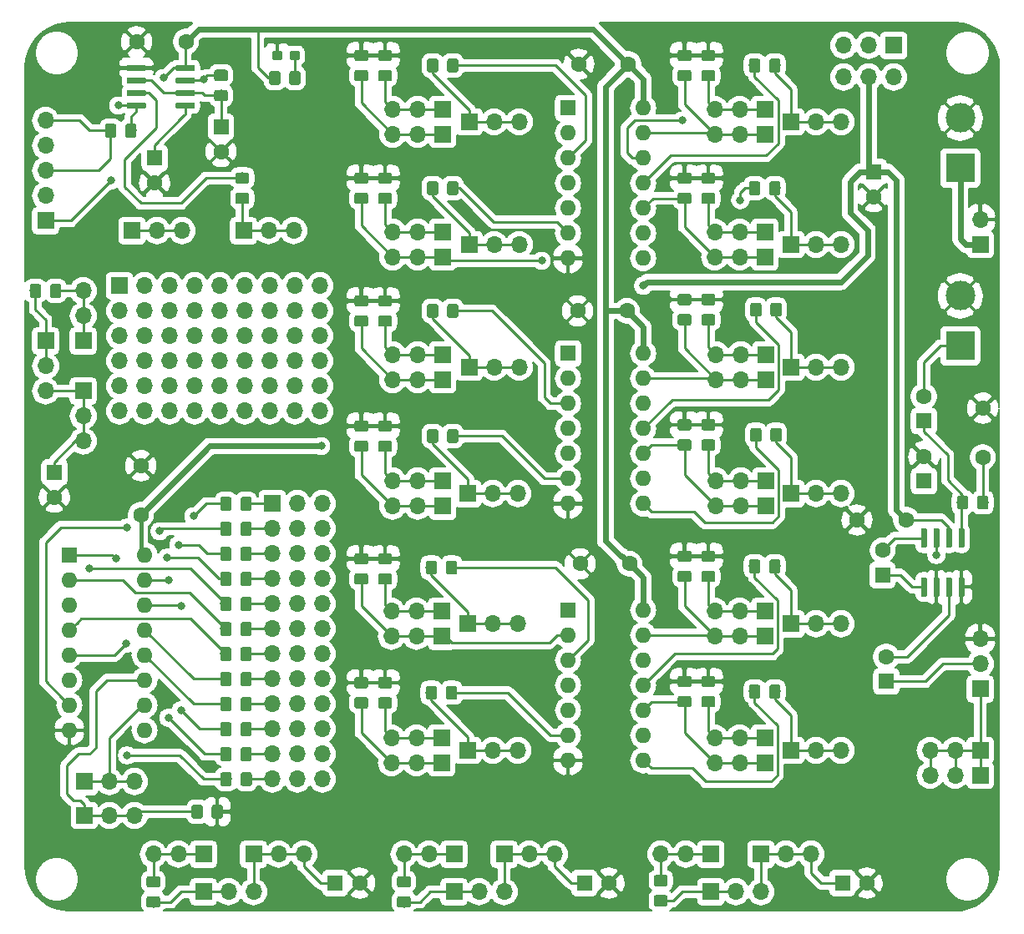
<source format=gbr>
G04 #@! TF.GenerationSoftware,KiCad,Pcbnew,(5.1.2-1)-1*
G04 #@! TF.CreationDate,2019-09-13T01:21:56-04:00*
G04 #@! TF.ProjectId,GR_SoundLogic01,47525f53-6f75-46e6-944c-6f6769633031,rev?*
G04 #@! TF.SameCoordinates,Original*
G04 #@! TF.FileFunction,Copper,L1,Top*
G04 #@! TF.FilePolarity,Positive*
%FSLAX46Y46*%
G04 Gerber Fmt 4.6, Leading zero omitted, Abs format (unit mm)*
G04 Created by KiCad (PCBNEW (5.1.2-1)-1) date 2019-09-13 01:21:56*
%MOMM*%
%LPD*%
G04 APERTURE LIST*
%ADD10O,1.700000X1.700000*%
%ADD11R,1.700000X1.700000*%
%ADD12R,1.600000X1.600000*%
%ADD13C,1.600000*%
%ADD14C,0.152400*%
%ADD15C,0.950000*%
%ADD16R,3.000000X3.000000*%
%ADD17C,3.000000*%
%ADD18C,1.150000*%
%ADD19O,1.600000X1.600000*%
%ADD20C,0.600000*%
%ADD21C,0.800000*%
%ADD22C,0.609600*%
%ADD23C,0.254000*%
%ADD24C,0.406400*%
%ADD25C,0.203200*%
G04 APERTURE END LIST*
D10*
X90678000Y-55499000D03*
X90678000Y-58039000D03*
X90678000Y-60579000D03*
X90678000Y-63119000D03*
D11*
X90678000Y-65659000D03*
D10*
X118491000Y-84963000D03*
X118491000Y-82423000D03*
X118491000Y-79883000D03*
X118491000Y-77343000D03*
X118491000Y-74803000D03*
X118491000Y-72263000D03*
X115951000Y-84963000D03*
X115951000Y-82423000D03*
X115951000Y-79883000D03*
X115951000Y-77343000D03*
X115951000Y-74803000D03*
X115951000Y-72263000D03*
X113411000Y-84963000D03*
X113411000Y-82423000D03*
X113411000Y-79883000D03*
X113411000Y-77343000D03*
X113411000Y-74803000D03*
X113411000Y-72263000D03*
X110871000Y-84963000D03*
X110871000Y-82423000D03*
X110871000Y-79883000D03*
X110871000Y-77343000D03*
X110871000Y-74803000D03*
X110871000Y-72263000D03*
X108331000Y-84963000D03*
X108331000Y-82423000D03*
X108331000Y-79883000D03*
X108331000Y-77343000D03*
X108331000Y-74803000D03*
X108331000Y-72263000D03*
X105791000Y-84963000D03*
X105791000Y-82423000D03*
X105791000Y-79883000D03*
X105791000Y-77343000D03*
X105791000Y-74803000D03*
X105791000Y-72263000D03*
X103251000Y-84963000D03*
X103251000Y-82423000D03*
X103251000Y-79883000D03*
X103251000Y-77343000D03*
X103251000Y-74803000D03*
X103251000Y-72263000D03*
X100711000Y-84963000D03*
X100711000Y-82423000D03*
X100711000Y-79883000D03*
X100711000Y-77343000D03*
X100711000Y-74803000D03*
X100711000Y-72263000D03*
X98171000Y-84963000D03*
X98171000Y-82423000D03*
X98171000Y-79883000D03*
X98171000Y-77343000D03*
X98171000Y-74803000D03*
D11*
X98171000Y-72263000D03*
D12*
X179705000Y-92075000D03*
D13*
X179705000Y-89575000D03*
D12*
X175895000Y-112395000D03*
D13*
X175895000Y-109895000D03*
D12*
X179705000Y-85979000D03*
D13*
X179705000Y-83479000D03*
X175514000Y-99100000D03*
D12*
X175514000Y-101600000D03*
D13*
X185674000Y-89662000D03*
X185674000Y-84662000D03*
X108458000Y-58634000D03*
D12*
X108458000Y-56134000D03*
X101727000Y-59309000D03*
D13*
X101727000Y-61809000D03*
X173950000Y-132842000D03*
D12*
X171450000Y-132842000D03*
X145288000Y-132842000D03*
D13*
X147788000Y-132842000D03*
D12*
X120015000Y-132842000D03*
D13*
X122515000Y-132842000D03*
X91567000Y-93686000D03*
D12*
X91567000Y-91186000D03*
D13*
X104902000Y-47498000D03*
X99902000Y-47498000D03*
X144733000Y-49784000D03*
X149733000Y-49784000D03*
X149606000Y-74803000D03*
X144606000Y-74803000D03*
X144860000Y-100457000D03*
X149860000Y-100457000D03*
X100330000Y-95504000D03*
X100330000Y-90504000D03*
X172927000Y-96012000D03*
X177927000Y-96012000D03*
X174625000Y-63206000D03*
D12*
X174625000Y-60706000D03*
D14*
G36*
X114497779Y-48421144D02*
G01*
X114520834Y-48424563D01*
X114543443Y-48430227D01*
X114565387Y-48438079D01*
X114586457Y-48448044D01*
X114606448Y-48460026D01*
X114625168Y-48473910D01*
X114642438Y-48489562D01*
X114658090Y-48506832D01*
X114671974Y-48525552D01*
X114683956Y-48545543D01*
X114693921Y-48566613D01*
X114701773Y-48588557D01*
X114707437Y-48611166D01*
X114710856Y-48634221D01*
X114712000Y-48657500D01*
X114712000Y-49132500D01*
X114710856Y-49155779D01*
X114707437Y-49178834D01*
X114701773Y-49201443D01*
X114693921Y-49223387D01*
X114683956Y-49244457D01*
X114671974Y-49264448D01*
X114658090Y-49283168D01*
X114642438Y-49300438D01*
X114625168Y-49316090D01*
X114606448Y-49329974D01*
X114586457Y-49341956D01*
X114565387Y-49351921D01*
X114543443Y-49359773D01*
X114520834Y-49365437D01*
X114497779Y-49368856D01*
X114474500Y-49370000D01*
X113899500Y-49370000D01*
X113876221Y-49368856D01*
X113853166Y-49365437D01*
X113830557Y-49359773D01*
X113808613Y-49351921D01*
X113787543Y-49341956D01*
X113767552Y-49329974D01*
X113748832Y-49316090D01*
X113731562Y-49300438D01*
X113715910Y-49283168D01*
X113702026Y-49264448D01*
X113690044Y-49244457D01*
X113680079Y-49223387D01*
X113672227Y-49201443D01*
X113666563Y-49178834D01*
X113663144Y-49155779D01*
X113662000Y-49132500D01*
X113662000Y-48657500D01*
X113663144Y-48634221D01*
X113666563Y-48611166D01*
X113672227Y-48588557D01*
X113680079Y-48566613D01*
X113690044Y-48545543D01*
X113702026Y-48525552D01*
X113715910Y-48506832D01*
X113731562Y-48489562D01*
X113748832Y-48473910D01*
X113767552Y-48460026D01*
X113787543Y-48448044D01*
X113808613Y-48438079D01*
X113830557Y-48430227D01*
X113853166Y-48424563D01*
X113876221Y-48421144D01*
X113899500Y-48420000D01*
X114474500Y-48420000D01*
X114497779Y-48421144D01*
X114497779Y-48421144D01*
G37*
D15*
X114187000Y-48895000D03*
D14*
G36*
X116247779Y-48421144D02*
G01*
X116270834Y-48424563D01*
X116293443Y-48430227D01*
X116315387Y-48438079D01*
X116336457Y-48448044D01*
X116356448Y-48460026D01*
X116375168Y-48473910D01*
X116392438Y-48489562D01*
X116408090Y-48506832D01*
X116421974Y-48525552D01*
X116433956Y-48545543D01*
X116443921Y-48566613D01*
X116451773Y-48588557D01*
X116457437Y-48611166D01*
X116460856Y-48634221D01*
X116462000Y-48657500D01*
X116462000Y-49132500D01*
X116460856Y-49155779D01*
X116457437Y-49178834D01*
X116451773Y-49201443D01*
X116443921Y-49223387D01*
X116433956Y-49244457D01*
X116421974Y-49264448D01*
X116408090Y-49283168D01*
X116392438Y-49300438D01*
X116375168Y-49316090D01*
X116356448Y-49329974D01*
X116336457Y-49341956D01*
X116315387Y-49351921D01*
X116293443Y-49359773D01*
X116270834Y-49365437D01*
X116247779Y-49368856D01*
X116224500Y-49370000D01*
X115649500Y-49370000D01*
X115626221Y-49368856D01*
X115603166Y-49365437D01*
X115580557Y-49359773D01*
X115558613Y-49351921D01*
X115537543Y-49341956D01*
X115517552Y-49329974D01*
X115498832Y-49316090D01*
X115481562Y-49300438D01*
X115465910Y-49283168D01*
X115452026Y-49264448D01*
X115440044Y-49244457D01*
X115430079Y-49223387D01*
X115422227Y-49201443D01*
X115416563Y-49178834D01*
X115413144Y-49155779D01*
X115412000Y-49132500D01*
X115412000Y-48657500D01*
X115413144Y-48634221D01*
X115416563Y-48611166D01*
X115422227Y-48588557D01*
X115430079Y-48566613D01*
X115440044Y-48545543D01*
X115452026Y-48525552D01*
X115465910Y-48506832D01*
X115481562Y-48489562D01*
X115498832Y-48473910D01*
X115517552Y-48460026D01*
X115537543Y-48448044D01*
X115558613Y-48438079D01*
X115580557Y-48430227D01*
X115603166Y-48424563D01*
X115626221Y-48421144D01*
X115649500Y-48420000D01*
X116224500Y-48420000D01*
X116247779Y-48421144D01*
X116247779Y-48421144D01*
G37*
D15*
X115937000Y-48895000D03*
D11*
X185420000Y-119380000D03*
D10*
X182880000Y-119380000D03*
X180340000Y-119380000D03*
D11*
X185420000Y-121920000D03*
D10*
X182880000Y-121920000D03*
X180340000Y-121920000D03*
X115824000Y-66675000D03*
X113284000Y-66675000D03*
D11*
X110744000Y-66675000D03*
D16*
X183388000Y-78359000D03*
D17*
X183388000Y-73279000D03*
D10*
X104521000Y-66675000D03*
X101981000Y-66675000D03*
D11*
X99441000Y-66675000D03*
X158115000Y-129921000D03*
D10*
X155575000Y-129921000D03*
X153035000Y-129921000D03*
X168275000Y-129921000D03*
X165735000Y-129921000D03*
D11*
X163195000Y-129921000D03*
X94615000Y-122555000D03*
D10*
X97155000Y-122555000D03*
X99695000Y-122555000D03*
D11*
X132080000Y-129921000D03*
D10*
X129540000Y-129921000D03*
X127000000Y-129921000D03*
X142240000Y-129921000D03*
X139700000Y-129921000D03*
D11*
X137160000Y-129921000D03*
X113665000Y-94361000D03*
D10*
X113665000Y-96901000D03*
X113665000Y-99441000D03*
X113665000Y-101981000D03*
X113665000Y-104521000D03*
X113665000Y-107061000D03*
X113665000Y-109601000D03*
X113665000Y-112141000D03*
X113665000Y-114681000D03*
X113665000Y-117221000D03*
X113665000Y-119761000D03*
X113665000Y-122301000D03*
X116205000Y-94361000D03*
X116205000Y-96901000D03*
X116205000Y-99441000D03*
X116205000Y-101981000D03*
X116205000Y-104521000D03*
X116205000Y-107061000D03*
X116205000Y-109601000D03*
X116205000Y-112141000D03*
X116205000Y-114681000D03*
X116205000Y-117221000D03*
X116205000Y-119761000D03*
X116205000Y-122301000D03*
X118745000Y-94361000D03*
X118745000Y-96901000D03*
X118745000Y-99441000D03*
X118745000Y-101981000D03*
X118745000Y-104521000D03*
X118745000Y-107061000D03*
X118745000Y-109601000D03*
X118745000Y-112141000D03*
X118745000Y-114681000D03*
X118745000Y-117221000D03*
X118745000Y-119761000D03*
X118745000Y-122301000D03*
X99695000Y-125984000D03*
X97155000Y-125984000D03*
D11*
X94615000Y-125984000D03*
X106680000Y-129921000D03*
D10*
X104140000Y-129921000D03*
X101600000Y-129921000D03*
X116840000Y-129921000D03*
X114300000Y-129921000D03*
D11*
X111760000Y-129921000D03*
D10*
X94488000Y-72771000D03*
X94488000Y-75311000D03*
D11*
X94488000Y-77851000D03*
X94488000Y-82931000D03*
D10*
X94488000Y-85471000D03*
X94488000Y-88011000D03*
D17*
X183388000Y-55245000D03*
D16*
X183388000Y-60325000D03*
D11*
X185420000Y-68072000D03*
D10*
X185420000Y-65532000D03*
D14*
G36*
X132311505Y-74104204D02*
G01*
X132335773Y-74107804D01*
X132359572Y-74113765D01*
X132382671Y-74122030D01*
X132404850Y-74132520D01*
X132425893Y-74145132D01*
X132445599Y-74159747D01*
X132463777Y-74176223D01*
X132480253Y-74194401D01*
X132494868Y-74214107D01*
X132507480Y-74235150D01*
X132517970Y-74257329D01*
X132526235Y-74280428D01*
X132532196Y-74304227D01*
X132535796Y-74328495D01*
X132537000Y-74352999D01*
X132537000Y-75253001D01*
X132535796Y-75277505D01*
X132532196Y-75301773D01*
X132526235Y-75325572D01*
X132517970Y-75348671D01*
X132507480Y-75370850D01*
X132494868Y-75391893D01*
X132480253Y-75411599D01*
X132463777Y-75429777D01*
X132445599Y-75446253D01*
X132425893Y-75460868D01*
X132404850Y-75473480D01*
X132382671Y-75483970D01*
X132359572Y-75492235D01*
X132335773Y-75498196D01*
X132311505Y-75501796D01*
X132287001Y-75503000D01*
X131636999Y-75503000D01*
X131612495Y-75501796D01*
X131588227Y-75498196D01*
X131564428Y-75492235D01*
X131541329Y-75483970D01*
X131519150Y-75473480D01*
X131498107Y-75460868D01*
X131478401Y-75446253D01*
X131460223Y-75429777D01*
X131443747Y-75411599D01*
X131429132Y-75391893D01*
X131416520Y-75370850D01*
X131406030Y-75348671D01*
X131397765Y-75325572D01*
X131391804Y-75301773D01*
X131388204Y-75277505D01*
X131387000Y-75253001D01*
X131387000Y-74352999D01*
X131388204Y-74328495D01*
X131391804Y-74304227D01*
X131397765Y-74280428D01*
X131406030Y-74257329D01*
X131416520Y-74235150D01*
X131429132Y-74214107D01*
X131443747Y-74194401D01*
X131460223Y-74176223D01*
X131478401Y-74159747D01*
X131498107Y-74145132D01*
X131519150Y-74132520D01*
X131541329Y-74122030D01*
X131564428Y-74113765D01*
X131588227Y-74107804D01*
X131612495Y-74104204D01*
X131636999Y-74103000D01*
X132287001Y-74103000D01*
X132311505Y-74104204D01*
X132311505Y-74104204D01*
G37*
D18*
X131962000Y-74803000D03*
D14*
G36*
X130261505Y-74104204D02*
G01*
X130285773Y-74107804D01*
X130309572Y-74113765D01*
X130332671Y-74122030D01*
X130354850Y-74132520D01*
X130375893Y-74145132D01*
X130395599Y-74159747D01*
X130413777Y-74176223D01*
X130430253Y-74194401D01*
X130444868Y-74214107D01*
X130457480Y-74235150D01*
X130467970Y-74257329D01*
X130476235Y-74280428D01*
X130482196Y-74304227D01*
X130485796Y-74328495D01*
X130487000Y-74352999D01*
X130487000Y-75253001D01*
X130485796Y-75277505D01*
X130482196Y-75301773D01*
X130476235Y-75325572D01*
X130467970Y-75348671D01*
X130457480Y-75370850D01*
X130444868Y-75391893D01*
X130430253Y-75411599D01*
X130413777Y-75429777D01*
X130395599Y-75446253D01*
X130375893Y-75460868D01*
X130354850Y-75473480D01*
X130332671Y-75483970D01*
X130309572Y-75492235D01*
X130285773Y-75498196D01*
X130261505Y-75501796D01*
X130237001Y-75503000D01*
X129586999Y-75503000D01*
X129562495Y-75501796D01*
X129538227Y-75498196D01*
X129514428Y-75492235D01*
X129491329Y-75483970D01*
X129469150Y-75473480D01*
X129448107Y-75460868D01*
X129428401Y-75446253D01*
X129410223Y-75429777D01*
X129393747Y-75411599D01*
X129379132Y-75391893D01*
X129366520Y-75370850D01*
X129356030Y-75348671D01*
X129347765Y-75325572D01*
X129341804Y-75301773D01*
X129338204Y-75277505D01*
X129337000Y-75253001D01*
X129337000Y-74352999D01*
X129338204Y-74328495D01*
X129341804Y-74304227D01*
X129347765Y-74280428D01*
X129356030Y-74257329D01*
X129366520Y-74235150D01*
X129379132Y-74214107D01*
X129393747Y-74194401D01*
X129410223Y-74176223D01*
X129428401Y-74159747D01*
X129448107Y-74145132D01*
X129469150Y-74132520D01*
X129491329Y-74122030D01*
X129514428Y-74113765D01*
X129538227Y-74107804D01*
X129562495Y-74104204D01*
X129586999Y-74103000D01*
X130237001Y-74103000D01*
X130261505Y-74104204D01*
X130261505Y-74104204D01*
G37*
D18*
X129912000Y-74803000D03*
D14*
G36*
X163027505Y-86677204D02*
G01*
X163051773Y-86680804D01*
X163075572Y-86686765D01*
X163098671Y-86695030D01*
X163120850Y-86705520D01*
X163141893Y-86718132D01*
X163161599Y-86732747D01*
X163179777Y-86749223D01*
X163196253Y-86767401D01*
X163210868Y-86787107D01*
X163223480Y-86808150D01*
X163233970Y-86830329D01*
X163242235Y-86853428D01*
X163248196Y-86877227D01*
X163251796Y-86901495D01*
X163253000Y-86925999D01*
X163253000Y-87826001D01*
X163251796Y-87850505D01*
X163248196Y-87874773D01*
X163242235Y-87898572D01*
X163233970Y-87921671D01*
X163223480Y-87943850D01*
X163210868Y-87964893D01*
X163196253Y-87984599D01*
X163179777Y-88002777D01*
X163161599Y-88019253D01*
X163141893Y-88033868D01*
X163120850Y-88046480D01*
X163098671Y-88056970D01*
X163075572Y-88065235D01*
X163051773Y-88071196D01*
X163027505Y-88074796D01*
X163003001Y-88076000D01*
X162352999Y-88076000D01*
X162328495Y-88074796D01*
X162304227Y-88071196D01*
X162280428Y-88065235D01*
X162257329Y-88056970D01*
X162235150Y-88046480D01*
X162214107Y-88033868D01*
X162194401Y-88019253D01*
X162176223Y-88002777D01*
X162159747Y-87984599D01*
X162145132Y-87964893D01*
X162132520Y-87943850D01*
X162122030Y-87921671D01*
X162113765Y-87898572D01*
X162107804Y-87874773D01*
X162104204Y-87850505D01*
X162103000Y-87826001D01*
X162103000Y-86925999D01*
X162104204Y-86901495D01*
X162107804Y-86877227D01*
X162113765Y-86853428D01*
X162122030Y-86830329D01*
X162132520Y-86808150D01*
X162145132Y-86787107D01*
X162159747Y-86767401D01*
X162176223Y-86749223D01*
X162194401Y-86732747D01*
X162214107Y-86718132D01*
X162235150Y-86705520D01*
X162257329Y-86695030D01*
X162280428Y-86686765D01*
X162304227Y-86680804D01*
X162328495Y-86677204D01*
X162352999Y-86676000D01*
X163003001Y-86676000D01*
X163027505Y-86677204D01*
X163027505Y-86677204D01*
G37*
D18*
X162678000Y-87376000D03*
D14*
G36*
X165077505Y-86677204D02*
G01*
X165101773Y-86680804D01*
X165125572Y-86686765D01*
X165148671Y-86695030D01*
X165170850Y-86705520D01*
X165191893Y-86718132D01*
X165211599Y-86732747D01*
X165229777Y-86749223D01*
X165246253Y-86767401D01*
X165260868Y-86787107D01*
X165273480Y-86808150D01*
X165283970Y-86830329D01*
X165292235Y-86853428D01*
X165298196Y-86877227D01*
X165301796Y-86901495D01*
X165303000Y-86925999D01*
X165303000Y-87826001D01*
X165301796Y-87850505D01*
X165298196Y-87874773D01*
X165292235Y-87898572D01*
X165283970Y-87921671D01*
X165273480Y-87943850D01*
X165260868Y-87964893D01*
X165246253Y-87984599D01*
X165229777Y-88002777D01*
X165211599Y-88019253D01*
X165191893Y-88033868D01*
X165170850Y-88046480D01*
X165148671Y-88056970D01*
X165125572Y-88065235D01*
X165101773Y-88071196D01*
X165077505Y-88074796D01*
X165053001Y-88076000D01*
X164402999Y-88076000D01*
X164378495Y-88074796D01*
X164354227Y-88071196D01*
X164330428Y-88065235D01*
X164307329Y-88056970D01*
X164285150Y-88046480D01*
X164264107Y-88033868D01*
X164244401Y-88019253D01*
X164226223Y-88002777D01*
X164209747Y-87984599D01*
X164195132Y-87964893D01*
X164182520Y-87943850D01*
X164172030Y-87921671D01*
X164163765Y-87898572D01*
X164157804Y-87874773D01*
X164154204Y-87850505D01*
X164153000Y-87826001D01*
X164153000Y-86925999D01*
X164154204Y-86901495D01*
X164157804Y-86877227D01*
X164163765Y-86853428D01*
X164172030Y-86830329D01*
X164182520Y-86808150D01*
X164195132Y-86787107D01*
X164209747Y-86767401D01*
X164226223Y-86749223D01*
X164244401Y-86732747D01*
X164264107Y-86718132D01*
X164285150Y-86705520D01*
X164307329Y-86695030D01*
X164330428Y-86686765D01*
X164354227Y-86680804D01*
X164378495Y-86677204D01*
X164402999Y-86676000D01*
X165053001Y-86676000D01*
X165077505Y-86677204D01*
X165077505Y-86677204D01*
G37*
D18*
X164728000Y-87376000D03*
D14*
G36*
X97622505Y-55816204D02*
G01*
X97646773Y-55819804D01*
X97670572Y-55825765D01*
X97693671Y-55834030D01*
X97715850Y-55844520D01*
X97736893Y-55857132D01*
X97756599Y-55871747D01*
X97774777Y-55888223D01*
X97791253Y-55906401D01*
X97805868Y-55926107D01*
X97818480Y-55947150D01*
X97828970Y-55969329D01*
X97837235Y-55992428D01*
X97843196Y-56016227D01*
X97846796Y-56040495D01*
X97848000Y-56064999D01*
X97848000Y-56965001D01*
X97846796Y-56989505D01*
X97843196Y-57013773D01*
X97837235Y-57037572D01*
X97828970Y-57060671D01*
X97818480Y-57082850D01*
X97805868Y-57103893D01*
X97791253Y-57123599D01*
X97774777Y-57141777D01*
X97756599Y-57158253D01*
X97736893Y-57172868D01*
X97715850Y-57185480D01*
X97693671Y-57195970D01*
X97670572Y-57204235D01*
X97646773Y-57210196D01*
X97622505Y-57213796D01*
X97598001Y-57215000D01*
X96947999Y-57215000D01*
X96923495Y-57213796D01*
X96899227Y-57210196D01*
X96875428Y-57204235D01*
X96852329Y-57195970D01*
X96830150Y-57185480D01*
X96809107Y-57172868D01*
X96789401Y-57158253D01*
X96771223Y-57141777D01*
X96754747Y-57123599D01*
X96740132Y-57103893D01*
X96727520Y-57082850D01*
X96717030Y-57060671D01*
X96708765Y-57037572D01*
X96702804Y-57013773D01*
X96699204Y-56989505D01*
X96698000Y-56965001D01*
X96698000Y-56064999D01*
X96699204Y-56040495D01*
X96702804Y-56016227D01*
X96708765Y-55992428D01*
X96717030Y-55969329D01*
X96727520Y-55947150D01*
X96740132Y-55926107D01*
X96754747Y-55906401D01*
X96771223Y-55888223D01*
X96789401Y-55871747D01*
X96809107Y-55857132D01*
X96830150Y-55844520D01*
X96852329Y-55834030D01*
X96875428Y-55825765D01*
X96899227Y-55819804D01*
X96923495Y-55816204D01*
X96947999Y-55815000D01*
X97598001Y-55815000D01*
X97622505Y-55816204D01*
X97622505Y-55816204D01*
G37*
D18*
X97273000Y-56515000D03*
D14*
G36*
X99672505Y-55816204D02*
G01*
X99696773Y-55819804D01*
X99720572Y-55825765D01*
X99743671Y-55834030D01*
X99765850Y-55844520D01*
X99786893Y-55857132D01*
X99806599Y-55871747D01*
X99824777Y-55888223D01*
X99841253Y-55906401D01*
X99855868Y-55926107D01*
X99868480Y-55947150D01*
X99878970Y-55969329D01*
X99887235Y-55992428D01*
X99893196Y-56016227D01*
X99896796Y-56040495D01*
X99898000Y-56064999D01*
X99898000Y-56965001D01*
X99896796Y-56989505D01*
X99893196Y-57013773D01*
X99887235Y-57037572D01*
X99878970Y-57060671D01*
X99868480Y-57082850D01*
X99855868Y-57103893D01*
X99841253Y-57123599D01*
X99824777Y-57141777D01*
X99806599Y-57158253D01*
X99786893Y-57172868D01*
X99765850Y-57185480D01*
X99743671Y-57195970D01*
X99720572Y-57204235D01*
X99696773Y-57210196D01*
X99672505Y-57213796D01*
X99648001Y-57215000D01*
X98997999Y-57215000D01*
X98973495Y-57213796D01*
X98949227Y-57210196D01*
X98925428Y-57204235D01*
X98902329Y-57195970D01*
X98880150Y-57185480D01*
X98859107Y-57172868D01*
X98839401Y-57158253D01*
X98821223Y-57141777D01*
X98804747Y-57123599D01*
X98790132Y-57103893D01*
X98777520Y-57082850D01*
X98767030Y-57060671D01*
X98758765Y-57037572D01*
X98752804Y-57013773D01*
X98749204Y-56989505D01*
X98748000Y-56965001D01*
X98748000Y-56064999D01*
X98749204Y-56040495D01*
X98752804Y-56016227D01*
X98758765Y-55992428D01*
X98767030Y-55969329D01*
X98777520Y-55947150D01*
X98790132Y-55926107D01*
X98804747Y-55906401D01*
X98821223Y-55888223D01*
X98839401Y-55871747D01*
X98859107Y-55857132D01*
X98880150Y-55844520D01*
X98902329Y-55834030D01*
X98925428Y-55825765D01*
X98949227Y-55819804D01*
X98973495Y-55816204D01*
X98997999Y-55815000D01*
X99648001Y-55815000D01*
X99672505Y-55816204D01*
X99672505Y-55816204D01*
G37*
D18*
X99323000Y-56515000D03*
D14*
G36*
X125569505Y-73204204D02*
G01*
X125593773Y-73207804D01*
X125617572Y-73213765D01*
X125640671Y-73222030D01*
X125662850Y-73232520D01*
X125683893Y-73245132D01*
X125703599Y-73259747D01*
X125721777Y-73276223D01*
X125738253Y-73294401D01*
X125752868Y-73314107D01*
X125765480Y-73335150D01*
X125775970Y-73357329D01*
X125784235Y-73380428D01*
X125790196Y-73404227D01*
X125793796Y-73428495D01*
X125795000Y-73452999D01*
X125795000Y-74103001D01*
X125793796Y-74127505D01*
X125790196Y-74151773D01*
X125784235Y-74175572D01*
X125775970Y-74198671D01*
X125765480Y-74220850D01*
X125752868Y-74241893D01*
X125738253Y-74261599D01*
X125721777Y-74279777D01*
X125703599Y-74296253D01*
X125683893Y-74310868D01*
X125662850Y-74323480D01*
X125640671Y-74333970D01*
X125617572Y-74342235D01*
X125593773Y-74348196D01*
X125569505Y-74351796D01*
X125545001Y-74353000D01*
X124644999Y-74353000D01*
X124620495Y-74351796D01*
X124596227Y-74348196D01*
X124572428Y-74342235D01*
X124549329Y-74333970D01*
X124527150Y-74323480D01*
X124506107Y-74310868D01*
X124486401Y-74296253D01*
X124468223Y-74279777D01*
X124451747Y-74261599D01*
X124437132Y-74241893D01*
X124424520Y-74220850D01*
X124414030Y-74198671D01*
X124405765Y-74175572D01*
X124399804Y-74151773D01*
X124396204Y-74127505D01*
X124395000Y-74103001D01*
X124395000Y-73452999D01*
X124396204Y-73428495D01*
X124399804Y-73404227D01*
X124405765Y-73380428D01*
X124414030Y-73357329D01*
X124424520Y-73335150D01*
X124437132Y-73314107D01*
X124451747Y-73294401D01*
X124468223Y-73276223D01*
X124486401Y-73259747D01*
X124506107Y-73245132D01*
X124527150Y-73232520D01*
X124549329Y-73222030D01*
X124572428Y-73213765D01*
X124596227Y-73207804D01*
X124620495Y-73204204D01*
X124644999Y-73203000D01*
X125545001Y-73203000D01*
X125569505Y-73204204D01*
X125569505Y-73204204D01*
G37*
D18*
X125095000Y-73778000D03*
D14*
G36*
X125569505Y-75254204D02*
G01*
X125593773Y-75257804D01*
X125617572Y-75263765D01*
X125640671Y-75272030D01*
X125662850Y-75282520D01*
X125683893Y-75295132D01*
X125703599Y-75309747D01*
X125721777Y-75326223D01*
X125738253Y-75344401D01*
X125752868Y-75364107D01*
X125765480Y-75385150D01*
X125775970Y-75407329D01*
X125784235Y-75430428D01*
X125790196Y-75454227D01*
X125793796Y-75478495D01*
X125795000Y-75502999D01*
X125795000Y-76153001D01*
X125793796Y-76177505D01*
X125790196Y-76201773D01*
X125784235Y-76225572D01*
X125775970Y-76248671D01*
X125765480Y-76270850D01*
X125752868Y-76291893D01*
X125738253Y-76311599D01*
X125721777Y-76329777D01*
X125703599Y-76346253D01*
X125683893Y-76360868D01*
X125662850Y-76373480D01*
X125640671Y-76383970D01*
X125617572Y-76392235D01*
X125593773Y-76398196D01*
X125569505Y-76401796D01*
X125545001Y-76403000D01*
X124644999Y-76403000D01*
X124620495Y-76401796D01*
X124596227Y-76398196D01*
X124572428Y-76392235D01*
X124549329Y-76383970D01*
X124527150Y-76373480D01*
X124506107Y-76360868D01*
X124486401Y-76346253D01*
X124468223Y-76329777D01*
X124451747Y-76311599D01*
X124437132Y-76291893D01*
X124424520Y-76270850D01*
X124414030Y-76248671D01*
X124405765Y-76225572D01*
X124399804Y-76201773D01*
X124396204Y-76177505D01*
X124395000Y-76153001D01*
X124395000Y-75502999D01*
X124396204Y-75478495D01*
X124399804Y-75454227D01*
X124405765Y-75430428D01*
X124414030Y-75407329D01*
X124424520Y-75385150D01*
X124437132Y-75364107D01*
X124451747Y-75344401D01*
X124468223Y-75326223D01*
X124486401Y-75309747D01*
X124506107Y-75295132D01*
X124527150Y-75282520D01*
X124549329Y-75272030D01*
X124572428Y-75263765D01*
X124596227Y-75257804D01*
X124620495Y-75254204D01*
X124644999Y-75253000D01*
X125545001Y-75253000D01*
X125569505Y-75254204D01*
X125569505Y-75254204D01*
G37*
D18*
X125095000Y-75828000D03*
D14*
G36*
X123156505Y-75254204D02*
G01*
X123180773Y-75257804D01*
X123204572Y-75263765D01*
X123227671Y-75272030D01*
X123249850Y-75282520D01*
X123270893Y-75295132D01*
X123290599Y-75309747D01*
X123308777Y-75326223D01*
X123325253Y-75344401D01*
X123339868Y-75364107D01*
X123352480Y-75385150D01*
X123362970Y-75407329D01*
X123371235Y-75430428D01*
X123377196Y-75454227D01*
X123380796Y-75478495D01*
X123382000Y-75502999D01*
X123382000Y-76153001D01*
X123380796Y-76177505D01*
X123377196Y-76201773D01*
X123371235Y-76225572D01*
X123362970Y-76248671D01*
X123352480Y-76270850D01*
X123339868Y-76291893D01*
X123325253Y-76311599D01*
X123308777Y-76329777D01*
X123290599Y-76346253D01*
X123270893Y-76360868D01*
X123249850Y-76373480D01*
X123227671Y-76383970D01*
X123204572Y-76392235D01*
X123180773Y-76398196D01*
X123156505Y-76401796D01*
X123132001Y-76403000D01*
X122231999Y-76403000D01*
X122207495Y-76401796D01*
X122183227Y-76398196D01*
X122159428Y-76392235D01*
X122136329Y-76383970D01*
X122114150Y-76373480D01*
X122093107Y-76360868D01*
X122073401Y-76346253D01*
X122055223Y-76329777D01*
X122038747Y-76311599D01*
X122024132Y-76291893D01*
X122011520Y-76270850D01*
X122001030Y-76248671D01*
X121992765Y-76225572D01*
X121986804Y-76201773D01*
X121983204Y-76177505D01*
X121982000Y-76153001D01*
X121982000Y-75502999D01*
X121983204Y-75478495D01*
X121986804Y-75454227D01*
X121992765Y-75430428D01*
X122001030Y-75407329D01*
X122011520Y-75385150D01*
X122024132Y-75364107D01*
X122038747Y-75344401D01*
X122055223Y-75326223D01*
X122073401Y-75309747D01*
X122093107Y-75295132D01*
X122114150Y-75282520D01*
X122136329Y-75272030D01*
X122159428Y-75263765D01*
X122183227Y-75257804D01*
X122207495Y-75254204D01*
X122231999Y-75253000D01*
X123132001Y-75253000D01*
X123156505Y-75254204D01*
X123156505Y-75254204D01*
G37*
D18*
X122682000Y-75828000D03*
D14*
G36*
X123156505Y-73204204D02*
G01*
X123180773Y-73207804D01*
X123204572Y-73213765D01*
X123227671Y-73222030D01*
X123249850Y-73232520D01*
X123270893Y-73245132D01*
X123290599Y-73259747D01*
X123308777Y-73276223D01*
X123325253Y-73294401D01*
X123339868Y-73314107D01*
X123352480Y-73335150D01*
X123362970Y-73357329D01*
X123371235Y-73380428D01*
X123377196Y-73404227D01*
X123380796Y-73428495D01*
X123382000Y-73452999D01*
X123382000Y-74103001D01*
X123380796Y-74127505D01*
X123377196Y-74151773D01*
X123371235Y-74175572D01*
X123362970Y-74198671D01*
X123352480Y-74220850D01*
X123339868Y-74241893D01*
X123325253Y-74261599D01*
X123308777Y-74279777D01*
X123290599Y-74296253D01*
X123270893Y-74310868D01*
X123249850Y-74323480D01*
X123227671Y-74333970D01*
X123204572Y-74342235D01*
X123180773Y-74348196D01*
X123156505Y-74351796D01*
X123132001Y-74353000D01*
X122231999Y-74353000D01*
X122207495Y-74351796D01*
X122183227Y-74348196D01*
X122159428Y-74342235D01*
X122136329Y-74333970D01*
X122114150Y-74323480D01*
X122093107Y-74310868D01*
X122073401Y-74296253D01*
X122055223Y-74279777D01*
X122038747Y-74261599D01*
X122024132Y-74241893D01*
X122011520Y-74220850D01*
X122001030Y-74198671D01*
X121992765Y-74175572D01*
X121986804Y-74151773D01*
X121983204Y-74127505D01*
X121982000Y-74103001D01*
X121982000Y-73452999D01*
X121983204Y-73428495D01*
X121986804Y-73404227D01*
X121992765Y-73380428D01*
X122001030Y-73357329D01*
X122011520Y-73335150D01*
X122024132Y-73314107D01*
X122038747Y-73294401D01*
X122055223Y-73276223D01*
X122073401Y-73259747D01*
X122093107Y-73245132D01*
X122114150Y-73232520D01*
X122136329Y-73222030D01*
X122159428Y-73213765D01*
X122183227Y-73207804D01*
X122207495Y-73204204D01*
X122231999Y-73203000D01*
X123132001Y-73203000D01*
X123156505Y-73204204D01*
X123156505Y-73204204D01*
G37*
D18*
X122682000Y-73778000D03*
D14*
G36*
X158335505Y-85777204D02*
G01*
X158359773Y-85780804D01*
X158383572Y-85786765D01*
X158406671Y-85795030D01*
X158428850Y-85805520D01*
X158449893Y-85818132D01*
X158469599Y-85832747D01*
X158487777Y-85849223D01*
X158504253Y-85867401D01*
X158518868Y-85887107D01*
X158531480Y-85908150D01*
X158541970Y-85930329D01*
X158550235Y-85953428D01*
X158556196Y-85977227D01*
X158559796Y-86001495D01*
X158561000Y-86025999D01*
X158561000Y-86676001D01*
X158559796Y-86700505D01*
X158556196Y-86724773D01*
X158550235Y-86748572D01*
X158541970Y-86771671D01*
X158531480Y-86793850D01*
X158518868Y-86814893D01*
X158504253Y-86834599D01*
X158487777Y-86852777D01*
X158469599Y-86869253D01*
X158449893Y-86883868D01*
X158428850Y-86896480D01*
X158406671Y-86906970D01*
X158383572Y-86915235D01*
X158359773Y-86921196D01*
X158335505Y-86924796D01*
X158311001Y-86926000D01*
X157410999Y-86926000D01*
X157386495Y-86924796D01*
X157362227Y-86921196D01*
X157338428Y-86915235D01*
X157315329Y-86906970D01*
X157293150Y-86896480D01*
X157272107Y-86883868D01*
X157252401Y-86869253D01*
X157234223Y-86852777D01*
X157217747Y-86834599D01*
X157203132Y-86814893D01*
X157190520Y-86793850D01*
X157180030Y-86771671D01*
X157171765Y-86748572D01*
X157165804Y-86724773D01*
X157162204Y-86700505D01*
X157161000Y-86676001D01*
X157161000Y-86025999D01*
X157162204Y-86001495D01*
X157165804Y-85977227D01*
X157171765Y-85953428D01*
X157180030Y-85930329D01*
X157190520Y-85908150D01*
X157203132Y-85887107D01*
X157217747Y-85867401D01*
X157234223Y-85849223D01*
X157252401Y-85832747D01*
X157272107Y-85818132D01*
X157293150Y-85805520D01*
X157315329Y-85795030D01*
X157338428Y-85786765D01*
X157362227Y-85780804D01*
X157386495Y-85777204D01*
X157410999Y-85776000D01*
X158311001Y-85776000D01*
X158335505Y-85777204D01*
X158335505Y-85777204D01*
G37*
D18*
X157861000Y-86351000D03*
D14*
G36*
X158335505Y-87827204D02*
G01*
X158359773Y-87830804D01*
X158383572Y-87836765D01*
X158406671Y-87845030D01*
X158428850Y-87855520D01*
X158449893Y-87868132D01*
X158469599Y-87882747D01*
X158487777Y-87899223D01*
X158504253Y-87917401D01*
X158518868Y-87937107D01*
X158531480Y-87958150D01*
X158541970Y-87980329D01*
X158550235Y-88003428D01*
X158556196Y-88027227D01*
X158559796Y-88051495D01*
X158561000Y-88075999D01*
X158561000Y-88726001D01*
X158559796Y-88750505D01*
X158556196Y-88774773D01*
X158550235Y-88798572D01*
X158541970Y-88821671D01*
X158531480Y-88843850D01*
X158518868Y-88864893D01*
X158504253Y-88884599D01*
X158487777Y-88902777D01*
X158469599Y-88919253D01*
X158449893Y-88933868D01*
X158428850Y-88946480D01*
X158406671Y-88956970D01*
X158383572Y-88965235D01*
X158359773Y-88971196D01*
X158335505Y-88974796D01*
X158311001Y-88976000D01*
X157410999Y-88976000D01*
X157386495Y-88974796D01*
X157362227Y-88971196D01*
X157338428Y-88965235D01*
X157315329Y-88956970D01*
X157293150Y-88946480D01*
X157272107Y-88933868D01*
X157252401Y-88919253D01*
X157234223Y-88902777D01*
X157217747Y-88884599D01*
X157203132Y-88864893D01*
X157190520Y-88843850D01*
X157180030Y-88821671D01*
X157171765Y-88798572D01*
X157165804Y-88774773D01*
X157162204Y-88750505D01*
X157161000Y-88726001D01*
X157161000Y-88075999D01*
X157162204Y-88051495D01*
X157165804Y-88027227D01*
X157171765Y-88003428D01*
X157180030Y-87980329D01*
X157190520Y-87958150D01*
X157203132Y-87937107D01*
X157217747Y-87917401D01*
X157234223Y-87899223D01*
X157252401Y-87882747D01*
X157272107Y-87868132D01*
X157293150Y-87855520D01*
X157315329Y-87845030D01*
X157338428Y-87836765D01*
X157362227Y-87830804D01*
X157386495Y-87827204D01*
X157410999Y-87826000D01*
X158311001Y-87826000D01*
X158335505Y-87827204D01*
X158335505Y-87827204D01*
G37*
D18*
X157861000Y-88401000D03*
D14*
G36*
X155922505Y-87827204D02*
G01*
X155946773Y-87830804D01*
X155970572Y-87836765D01*
X155993671Y-87845030D01*
X156015850Y-87855520D01*
X156036893Y-87868132D01*
X156056599Y-87882747D01*
X156074777Y-87899223D01*
X156091253Y-87917401D01*
X156105868Y-87937107D01*
X156118480Y-87958150D01*
X156128970Y-87980329D01*
X156137235Y-88003428D01*
X156143196Y-88027227D01*
X156146796Y-88051495D01*
X156148000Y-88075999D01*
X156148000Y-88726001D01*
X156146796Y-88750505D01*
X156143196Y-88774773D01*
X156137235Y-88798572D01*
X156128970Y-88821671D01*
X156118480Y-88843850D01*
X156105868Y-88864893D01*
X156091253Y-88884599D01*
X156074777Y-88902777D01*
X156056599Y-88919253D01*
X156036893Y-88933868D01*
X156015850Y-88946480D01*
X155993671Y-88956970D01*
X155970572Y-88965235D01*
X155946773Y-88971196D01*
X155922505Y-88974796D01*
X155898001Y-88976000D01*
X154997999Y-88976000D01*
X154973495Y-88974796D01*
X154949227Y-88971196D01*
X154925428Y-88965235D01*
X154902329Y-88956970D01*
X154880150Y-88946480D01*
X154859107Y-88933868D01*
X154839401Y-88919253D01*
X154821223Y-88902777D01*
X154804747Y-88884599D01*
X154790132Y-88864893D01*
X154777520Y-88843850D01*
X154767030Y-88821671D01*
X154758765Y-88798572D01*
X154752804Y-88774773D01*
X154749204Y-88750505D01*
X154748000Y-88726001D01*
X154748000Y-88075999D01*
X154749204Y-88051495D01*
X154752804Y-88027227D01*
X154758765Y-88003428D01*
X154767030Y-87980329D01*
X154777520Y-87958150D01*
X154790132Y-87937107D01*
X154804747Y-87917401D01*
X154821223Y-87899223D01*
X154839401Y-87882747D01*
X154859107Y-87868132D01*
X154880150Y-87855520D01*
X154902329Y-87845030D01*
X154925428Y-87836765D01*
X154949227Y-87830804D01*
X154973495Y-87827204D01*
X154997999Y-87826000D01*
X155898001Y-87826000D01*
X155922505Y-87827204D01*
X155922505Y-87827204D01*
G37*
D18*
X155448000Y-88401000D03*
D14*
G36*
X155922505Y-85777204D02*
G01*
X155946773Y-85780804D01*
X155970572Y-85786765D01*
X155993671Y-85795030D01*
X156015850Y-85805520D01*
X156036893Y-85818132D01*
X156056599Y-85832747D01*
X156074777Y-85849223D01*
X156091253Y-85867401D01*
X156105868Y-85887107D01*
X156118480Y-85908150D01*
X156128970Y-85930329D01*
X156137235Y-85953428D01*
X156143196Y-85977227D01*
X156146796Y-86001495D01*
X156148000Y-86025999D01*
X156148000Y-86676001D01*
X156146796Y-86700505D01*
X156143196Y-86724773D01*
X156137235Y-86748572D01*
X156128970Y-86771671D01*
X156118480Y-86793850D01*
X156105868Y-86814893D01*
X156091253Y-86834599D01*
X156074777Y-86852777D01*
X156056599Y-86869253D01*
X156036893Y-86883868D01*
X156015850Y-86896480D01*
X155993671Y-86906970D01*
X155970572Y-86915235D01*
X155946773Y-86921196D01*
X155922505Y-86924796D01*
X155898001Y-86926000D01*
X154997999Y-86926000D01*
X154973495Y-86924796D01*
X154949227Y-86921196D01*
X154925428Y-86915235D01*
X154902329Y-86906970D01*
X154880150Y-86896480D01*
X154859107Y-86883868D01*
X154839401Y-86869253D01*
X154821223Y-86852777D01*
X154804747Y-86834599D01*
X154790132Y-86814893D01*
X154777520Y-86793850D01*
X154767030Y-86771671D01*
X154758765Y-86748572D01*
X154752804Y-86724773D01*
X154749204Y-86700505D01*
X154748000Y-86676001D01*
X154748000Y-86025999D01*
X154749204Y-86001495D01*
X154752804Y-85977227D01*
X154758765Y-85953428D01*
X154767030Y-85930329D01*
X154777520Y-85908150D01*
X154790132Y-85887107D01*
X154804747Y-85867401D01*
X154821223Y-85849223D01*
X154839401Y-85832747D01*
X154859107Y-85818132D01*
X154880150Y-85805520D01*
X154902329Y-85795030D01*
X154925428Y-85786765D01*
X154949227Y-85780804D01*
X154973495Y-85777204D01*
X154997999Y-85776000D01*
X155898001Y-85776000D01*
X155922505Y-85777204D01*
X155922505Y-85777204D01*
G37*
D18*
X155448000Y-86351000D03*
D11*
X185420000Y-113157000D03*
D10*
X185420000Y-110617000D03*
X185420000Y-108077000D03*
D14*
G36*
X111091505Y-60758204D02*
G01*
X111115773Y-60761804D01*
X111139572Y-60767765D01*
X111162671Y-60776030D01*
X111184850Y-60786520D01*
X111205893Y-60799132D01*
X111225599Y-60813747D01*
X111243777Y-60830223D01*
X111260253Y-60848401D01*
X111274868Y-60868107D01*
X111287480Y-60889150D01*
X111297970Y-60911329D01*
X111306235Y-60934428D01*
X111312196Y-60958227D01*
X111315796Y-60982495D01*
X111317000Y-61006999D01*
X111317000Y-61657001D01*
X111315796Y-61681505D01*
X111312196Y-61705773D01*
X111306235Y-61729572D01*
X111297970Y-61752671D01*
X111287480Y-61774850D01*
X111274868Y-61795893D01*
X111260253Y-61815599D01*
X111243777Y-61833777D01*
X111225599Y-61850253D01*
X111205893Y-61864868D01*
X111184850Y-61877480D01*
X111162671Y-61887970D01*
X111139572Y-61896235D01*
X111115773Y-61902196D01*
X111091505Y-61905796D01*
X111067001Y-61907000D01*
X110166999Y-61907000D01*
X110142495Y-61905796D01*
X110118227Y-61902196D01*
X110094428Y-61896235D01*
X110071329Y-61887970D01*
X110049150Y-61877480D01*
X110028107Y-61864868D01*
X110008401Y-61850253D01*
X109990223Y-61833777D01*
X109973747Y-61815599D01*
X109959132Y-61795893D01*
X109946520Y-61774850D01*
X109936030Y-61752671D01*
X109927765Y-61729572D01*
X109921804Y-61705773D01*
X109918204Y-61681505D01*
X109917000Y-61657001D01*
X109917000Y-61006999D01*
X109918204Y-60982495D01*
X109921804Y-60958227D01*
X109927765Y-60934428D01*
X109936030Y-60911329D01*
X109946520Y-60889150D01*
X109959132Y-60868107D01*
X109973747Y-60848401D01*
X109990223Y-60830223D01*
X110008401Y-60813747D01*
X110028107Y-60799132D01*
X110049150Y-60786520D01*
X110071329Y-60776030D01*
X110094428Y-60767765D01*
X110118227Y-60761804D01*
X110142495Y-60758204D01*
X110166999Y-60757000D01*
X111067001Y-60757000D01*
X111091505Y-60758204D01*
X111091505Y-60758204D01*
G37*
D18*
X110617000Y-61332000D03*
D14*
G36*
X111091505Y-62808204D02*
G01*
X111115773Y-62811804D01*
X111139572Y-62817765D01*
X111162671Y-62826030D01*
X111184850Y-62836520D01*
X111205893Y-62849132D01*
X111225599Y-62863747D01*
X111243777Y-62880223D01*
X111260253Y-62898401D01*
X111274868Y-62918107D01*
X111287480Y-62939150D01*
X111297970Y-62961329D01*
X111306235Y-62984428D01*
X111312196Y-63008227D01*
X111315796Y-63032495D01*
X111317000Y-63056999D01*
X111317000Y-63707001D01*
X111315796Y-63731505D01*
X111312196Y-63755773D01*
X111306235Y-63779572D01*
X111297970Y-63802671D01*
X111287480Y-63824850D01*
X111274868Y-63845893D01*
X111260253Y-63865599D01*
X111243777Y-63883777D01*
X111225599Y-63900253D01*
X111205893Y-63914868D01*
X111184850Y-63927480D01*
X111162671Y-63937970D01*
X111139572Y-63946235D01*
X111115773Y-63952196D01*
X111091505Y-63955796D01*
X111067001Y-63957000D01*
X110166999Y-63957000D01*
X110142495Y-63955796D01*
X110118227Y-63952196D01*
X110094428Y-63946235D01*
X110071329Y-63937970D01*
X110049150Y-63927480D01*
X110028107Y-63914868D01*
X110008401Y-63900253D01*
X109990223Y-63883777D01*
X109973747Y-63865599D01*
X109959132Y-63845893D01*
X109946520Y-63824850D01*
X109936030Y-63802671D01*
X109927765Y-63779572D01*
X109921804Y-63755773D01*
X109918204Y-63731505D01*
X109917000Y-63707001D01*
X109917000Y-63056999D01*
X109918204Y-63032495D01*
X109921804Y-63008227D01*
X109927765Y-62984428D01*
X109936030Y-62961329D01*
X109946520Y-62939150D01*
X109959132Y-62918107D01*
X109973747Y-62898401D01*
X109990223Y-62880223D01*
X110008401Y-62863747D01*
X110028107Y-62849132D01*
X110049150Y-62836520D01*
X110071329Y-62826030D01*
X110094428Y-62817765D01*
X110118227Y-62811804D01*
X110142495Y-62808204D01*
X110166999Y-62807000D01*
X111067001Y-62807000D01*
X111091505Y-62808204D01*
X111091505Y-62808204D01*
G37*
D18*
X110617000Y-63382000D03*
D14*
G36*
X186032505Y-93535204D02*
G01*
X186056773Y-93538804D01*
X186080572Y-93544765D01*
X186103671Y-93553030D01*
X186125850Y-93563520D01*
X186146893Y-93576132D01*
X186166599Y-93590747D01*
X186184777Y-93607223D01*
X186201253Y-93625401D01*
X186215868Y-93645107D01*
X186228480Y-93666150D01*
X186238970Y-93688329D01*
X186247235Y-93711428D01*
X186253196Y-93735227D01*
X186256796Y-93759495D01*
X186258000Y-93783999D01*
X186258000Y-94684001D01*
X186256796Y-94708505D01*
X186253196Y-94732773D01*
X186247235Y-94756572D01*
X186238970Y-94779671D01*
X186228480Y-94801850D01*
X186215868Y-94822893D01*
X186201253Y-94842599D01*
X186184777Y-94860777D01*
X186166599Y-94877253D01*
X186146893Y-94891868D01*
X186125850Y-94904480D01*
X186103671Y-94914970D01*
X186080572Y-94923235D01*
X186056773Y-94929196D01*
X186032505Y-94932796D01*
X186008001Y-94934000D01*
X185357999Y-94934000D01*
X185333495Y-94932796D01*
X185309227Y-94929196D01*
X185285428Y-94923235D01*
X185262329Y-94914970D01*
X185240150Y-94904480D01*
X185219107Y-94891868D01*
X185199401Y-94877253D01*
X185181223Y-94860777D01*
X185164747Y-94842599D01*
X185150132Y-94822893D01*
X185137520Y-94801850D01*
X185127030Y-94779671D01*
X185118765Y-94756572D01*
X185112804Y-94732773D01*
X185109204Y-94708505D01*
X185108000Y-94684001D01*
X185108000Y-93783999D01*
X185109204Y-93759495D01*
X185112804Y-93735227D01*
X185118765Y-93711428D01*
X185127030Y-93688329D01*
X185137520Y-93666150D01*
X185150132Y-93645107D01*
X185164747Y-93625401D01*
X185181223Y-93607223D01*
X185199401Y-93590747D01*
X185219107Y-93576132D01*
X185240150Y-93563520D01*
X185262329Y-93553030D01*
X185285428Y-93544765D01*
X185309227Y-93538804D01*
X185333495Y-93535204D01*
X185357999Y-93534000D01*
X186008001Y-93534000D01*
X186032505Y-93535204D01*
X186032505Y-93535204D01*
G37*
D18*
X185683000Y-94234000D03*
D14*
G36*
X183982505Y-93535204D02*
G01*
X184006773Y-93538804D01*
X184030572Y-93544765D01*
X184053671Y-93553030D01*
X184075850Y-93563520D01*
X184096893Y-93576132D01*
X184116599Y-93590747D01*
X184134777Y-93607223D01*
X184151253Y-93625401D01*
X184165868Y-93645107D01*
X184178480Y-93666150D01*
X184188970Y-93688329D01*
X184197235Y-93711428D01*
X184203196Y-93735227D01*
X184206796Y-93759495D01*
X184208000Y-93783999D01*
X184208000Y-94684001D01*
X184206796Y-94708505D01*
X184203196Y-94732773D01*
X184197235Y-94756572D01*
X184188970Y-94779671D01*
X184178480Y-94801850D01*
X184165868Y-94822893D01*
X184151253Y-94842599D01*
X184134777Y-94860777D01*
X184116599Y-94877253D01*
X184096893Y-94891868D01*
X184075850Y-94904480D01*
X184053671Y-94914970D01*
X184030572Y-94923235D01*
X184006773Y-94929196D01*
X183982505Y-94932796D01*
X183958001Y-94934000D01*
X183307999Y-94934000D01*
X183283495Y-94932796D01*
X183259227Y-94929196D01*
X183235428Y-94923235D01*
X183212329Y-94914970D01*
X183190150Y-94904480D01*
X183169107Y-94891868D01*
X183149401Y-94877253D01*
X183131223Y-94860777D01*
X183114747Y-94842599D01*
X183100132Y-94822893D01*
X183087520Y-94801850D01*
X183077030Y-94779671D01*
X183068765Y-94756572D01*
X183062804Y-94732773D01*
X183059204Y-94708505D01*
X183058000Y-94684001D01*
X183058000Y-93783999D01*
X183059204Y-93759495D01*
X183062804Y-93735227D01*
X183068765Y-93711428D01*
X183077030Y-93688329D01*
X183087520Y-93666150D01*
X183100132Y-93645107D01*
X183114747Y-93625401D01*
X183131223Y-93607223D01*
X183149401Y-93590747D01*
X183169107Y-93576132D01*
X183190150Y-93563520D01*
X183212329Y-93553030D01*
X183235428Y-93544765D01*
X183259227Y-93538804D01*
X183283495Y-93535204D01*
X183307999Y-93534000D01*
X183958001Y-93534000D01*
X183982505Y-93535204D01*
X183982505Y-93535204D01*
G37*
D18*
X183633000Y-94234000D03*
D14*
G36*
X108932505Y-52385204D02*
G01*
X108956773Y-52388804D01*
X108980572Y-52394765D01*
X109003671Y-52403030D01*
X109025850Y-52413520D01*
X109046893Y-52426132D01*
X109066599Y-52440747D01*
X109084777Y-52457223D01*
X109101253Y-52475401D01*
X109115868Y-52495107D01*
X109128480Y-52516150D01*
X109138970Y-52538329D01*
X109147235Y-52561428D01*
X109153196Y-52585227D01*
X109156796Y-52609495D01*
X109158000Y-52633999D01*
X109158000Y-53284001D01*
X109156796Y-53308505D01*
X109153196Y-53332773D01*
X109147235Y-53356572D01*
X109138970Y-53379671D01*
X109128480Y-53401850D01*
X109115868Y-53422893D01*
X109101253Y-53442599D01*
X109084777Y-53460777D01*
X109066599Y-53477253D01*
X109046893Y-53491868D01*
X109025850Y-53504480D01*
X109003671Y-53514970D01*
X108980572Y-53523235D01*
X108956773Y-53529196D01*
X108932505Y-53532796D01*
X108908001Y-53534000D01*
X108007999Y-53534000D01*
X107983495Y-53532796D01*
X107959227Y-53529196D01*
X107935428Y-53523235D01*
X107912329Y-53514970D01*
X107890150Y-53504480D01*
X107869107Y-53491868D01*
X107849401Y-53477253D01*
X107831223Y-53460777D01*
X107814747Y-53442599D01*
X107800132Y-53422893D01*
X107787520Y-53401850D01*
X107777030Y-53379671D01*
X107768765Y-53356572D01*
X107762804Y-53332773D01*
X107759204Y-53308505D01*
X107758000Y-53284001D01*
X107758000Y-52633999D01*
X107759204Y-52609495D01*
X107762804Y-52585227D01*
X107768765Y-52561428D01*
X107777030Y-52538329D01*
X107787520Y-52516150D01*
X107800132Y-52495107D01*
X107814747Y-52475401D01*
X107831223Y-52457223D01*
X107849401Y-52440747D01*
X107869107Y-52426132D01*
X107890150Y-52413520D01*
X107912329Y-52403030D01*
X107935428Y-52394765D01*
X107959227Y-52388804D01*
X107983495Y-52385204D01*
X108007999Y-52384000D01*
X108908001Y-52384000D01*
X108932505Y-52385204D01*
X108932505Y-52385204D01*
G37*
D18*
X108458000Y-52959000D03*
D14*
G36*
X108932505Y-50335204D02*
G01*
X108956773Y-50338804D01*
X108980572Y-50344765D01*
X109003671Y-50353030D01*
X109025850Y-50363520D01*
X109046893Y-50376132D01*
X109066599Y-50390747D01*
X109084777Y-50407223D01*
X109101253Y-50425401D01*
X109115868Y-50445107D01*
X109128480Y-50466150D01*
X109138970Y-50488329D01*
X109147235Y-50511428D01*
X109153196Y-50535227D01*
X109156796Y-50559495D01*
X109158000Y-50583999D01*
X109158000Y-51234001D01*
X109156796Y-51258505D01*
X109153196Y-51282773D01*
X109147235Y-51306572D01*
X109138970Y-51329671D01*
X109128480Y-51351850D01*
X109115868Y-51372893D01*
X109101253Y-51392599D01*
X109084777Y-51410777D01*
X109066599Y-51427253D01*
X109046893Y-51441868D01*
X109025850Y-51454480D01*
X109003671Y-51464970D01*
X108980572Y-51473235D01*
X108956773Y-51479196D01*
X108932505Y-51482796D01*
X108908001Y-51484000D01*
X108007999Y-51484000D01*
X107983495Y-51482796D01*
X107959227Y-51479196D01*
X107935428Y-51473235D01*
X107912329Y-51464970D01*
X107890150Y-51454480D01*
X107869107Y-51441868D01*
X107849401Y-51427253D01*
X107831223Y-51410777D01*
X107814747Y-51392599D01*
X107800132Y-51372893D01*
X107787520Y-51351850D01*
X107777030Y-51329671D01*
X107768765Y-51306572D01*
X107762804Y-51282773D01*
X107759204Y-51258505D01*
X107758000Y-51234001D01*
X107758000Y-50583999D01*
X107759204Y-50559495D01*
X107762804Y-50535227D01*
X107768765Y-50511428D01*
X107777030Y-50488329D01*
X107787520Y-50466150D01*
X107800132Y-50445107D01*
X107814747Y-50425401D01*
X107831223Y-50407223D01*
X107849401Y-50390747D01*
X107869107Y-50376132D01*
X107890150Y-50363520D01*
X107912329Y-50353030D01*
X107935428Y-50344765D01*
X107959227Y-50338804D01*
X107983495Y-50335204D01*
X108007999Y-50334000D01*
X108908001Y-50334000D01*
X108932505Y-50335204D01*
X108932505Y-50335204D01*
G37*
D18*
X108458000Y-50909000D03*
D14*
G36*
X132311505Y-86804204D02*
G01*
X132335773Y-86807804D01*
X132359572Y-86813765D01*
X132382671Y-86822030D01*
X132404850Y-86832520D01*
X132425893Y-86845132D01*
X132445599Y-86859747D01*
X132463777Y-86876223D01*
X132480253Y-86894401D01*
X132494868Y-86914107D01*
X132507480Y-86935150D01*
X132517970Y-86957329D01*
X132526235Y-86980428D01*
X132532196Y-87004227D01*
X132535796Y-87028495D01*
X132537000Y-87052999D01*
X132537000Y-87953001D01*
X132535796Y-87977505D01*
X132532196Y-88001773D01*
X132526235Y-88025572D01*
X132517970Y-88048671D01*
X132507480Y-88070850D01*
X132494868Y-88091893D01*
X132480253Y-88111599D01*
X132463777Y-88129777D01*
X132445599Y-88146253D01*
X132425893Y-88160868D01*
X132404850Y-88173480D01*
X132382671Y-88183970D01*
X132359572Y-88192235D01*
X132335773Y-88198196D01*
X132311505Y-88201796D01*
X132287001Y-88203000D01*
X131636999Y-88203000D01*
X131612495Y-88201796D01*
X131588227Y-88198196D01*
X131564428Y-88192235D01*
X131541329Y-88183970D01*
X131519150Y-88173480D01*
X131498107Y-88160868D01*
X131478401Y-88146253D01*
X131460223Y-88129777D01*
X131443747Y-88111599D01*
X131429132Y-88091893D01*
X131416520Y-88070850D01*
X131406030Y-88048671D01*
X131397765Y-88025572D01*
X131391804Y-88001773D01*
X131388204Y-87977505D01*
X131387000Y-87953001D01*
X131387000Y-87052999D01*
X131388204Y-87028495D01*
X131391804Y-87004227D01*
X131397765Y-86980428D01*
X131406030Y-86957329D01*
X131416520Y-86935150D01*
X131429132Y-86914107D01*
X131443747Y-86894401D01*
X131460223Y-86876223D01*
X131478401Y-86859747D01*
X131498107Y-86845132D01*
X131519150Y-86832520D01*
X131541329Y-86822030D01*
X131564428Y-86813765D01*
X131588227Y-86807804D01*
X131612495Y-86804204D01*
X131636999Y-86803000D01*
X132287001Y-86803000D01*
X132311505Y-86804204D01*
X132311505Y-86804204D01*
G37*
D18*
X131962000Y-87503000D03*
D14*
G36*
X130261505Y-86804204D02*
G01*
X130285773Y-86807804D01*
X130309572Y-86813765D01*
X130332671Y-86822030D01*
X130354850Y-86832520D01*
X130375893Y-86845132D01*
X130395599Y-86859747D01*
X130413777Y-86876223D01*
X130430253Y-86894401D01*
X130444868Y-86914107D01*
X130457480Y-86935150D01*
X130467970Y-86957329D01*
X130476235Y-86980428D01*
X130482196Y-87004227D01*
X130485796Y-87028495D01*
X130487000Y-87052999D01*
X130487000Y-87953001D01*
X130485796Y-87977505D01*
X130482196Y-88001773D01*
X130476235Y-88025572D01*
X130467970Y-88048671D01*
X130457480Y-88070850D01*
X130444868Y-88091893D01*
X130430253Y-88111599D01*
X130413777Y-88129777D01*
X130395599Y-88146253D01*
X130375893Y-88160868D01*
X130354850Y-88173480D01*
X130332671Y-88183970D01*
X130309572Y-88192235D01*
X130285773Y-88198196D01*
X130261505Y-88201796D01*
X130237001Y-88203000D01*
X129586999Y-88203000D01*
X129562495Y-88201796D01*
X129538227Y-88198196D01*
X129514428Y-88192235D01*
X129491329Y-88183970D01*
X129469150Y-88173480D01*
X129448107Y-88160868D01*
X129428401Y-88146253D01*
X129410223Y-88129777D01*
X129393747Y-88111599D01*
X129379132Y-88091893D01*
X129366520Y-88070850D01*
X129356030Y-88048671D01*
X129347765Y-88025572D01*
X129341804Y-88001773D01*
X129338204Y-87977505D01*
X129337000Y-87953001D01*
X129337000Y-87052999D01*
X129338204Y-87028495D01*
X129341804Y-87004227D01*
X129347765Y-86980428D01*
X129356030Y-86957329D01*
X129366520Y-86935150D01*
X129379132Y-86914107D01*
X129393747Y-86894401D01*
X129410223Y-86876223D01*
X129428401Y-86859747D01*
X129448107Y-86845132D01*
X129469150Y-86832520D01*
X129491329Y-86822030D01*
X129514428Y-86813765D01*
X129538227Y-86807804D01*
X129562495Y-86804204D01*
X129586999Y-86803000D01*
X130237001Y-86803000D01*
X130261505Y-86804204D01*
X130261505Y-86804204D01*
G37*
D18*
X129912000Y-87503000D03*
D14*
G36*
X165077505Y-73977204D02*
G01*
X165101773Y-73980804D01*
X165125572Y-73986765D01*
X165148671Y-73995030D01*
X165170850Y-74005520D01*
X165191893Y-74018132D01*
X165211599Y-74032747D01*
X165229777Y-74049223D01*
X165246253Y-74067401D01*
X165260868Y-74087107D01*
X165273480Y-74108150D01*
X165283970Y-74130329D01*
X165292235Y-74153428D01*
X165298196Y-74177227D01*
X165301796Y-74201495D01*
X165303000Y-74225999D01*
X165303000Y-75126001D01*
X165301796Y-75150505D01*
X165298196Y-75174773D01*
X165292235Y-75198572D01*
X165283970Y-75221671D01*
X165273480Y-75243850D01*
X165260868Y-75264893D01*
X165246253Y-75284599D01*
X165229777Y-75302777D01*
X165211599Y-75319253D01*
X165191893Y-75333868D01*
X165170850Y-75346480D01*
X165148671Y-75356970D01*
X165125572Y-75365235D01*
X165101773Y-75371196D01*
X165077505Y-75374796D01*
X165053001Y-75376000D01*
X164402999Y-75376000D01*
X164378495Y-75374796D01*
X164354227Y-75371196D01*
X164330428Y-75365235D01*
X164307329Y-75356970D01*
X164285150Y-75346480D01*
X164264107Y-75333868D01*
X164244401Y-75319253D01*
X164226223Y-75302777D01*
X164209747Y-75284599D01*
X164195132Y-75264893D01*
X164182520Y-75243850D01*
X164172030Y-75221671D01*
X164163765Y-75198572D01*
X164157804Y-75174773D01*
X164154204Y-75150505D01*
X164153000Y-75126001D01*
X164153000Y-74225999D01*
X164154204Y-74201495D01*
X164157804Y-74177227D01*
X164163765Y-74153428D01*
X164172030Y-74130329D01*
X164182520Y-74108150D01*
X164195132Y-74087107D01*
X164209747Y-74067401D01*
X164226223Y-74049223D01*
X164244401Y-74032747D01*
X164264107Y-74018132D01*
X164285150Y-74005520D01*
X164307329Y-73995030D01*
X164330428Y-73986765D01*
X164354227Y-73980804D01*
X164378495Y-73977204D01*
X164402999Y-73976000D01*
X165053001Y-73976000D01*
X165077505Y-73977204D01*
X165077505Y-73977204D01*
G37*
D18*
X164728000Y-74676000D03*
D14*
G36*
X163027505Y-73977204D02*
G01*
X163051773Y-73980804D01*
X163075572Y-73986765D01*
X163098671Y-73995030D01*
X163120850Y-74005520D01*
X163141893Y-74018132D01*
X163161599Y-74032747D01*
X163179777Y-74049223D01*
X163196253Y-74067401D01*
X163210868Y-74087107D01*
X163223480Y-74108150D01*
X163233970Y-74130329D01*
X163242235Y-74153428D01*
X163248196Y-74177227D01*
X163251796Y-74201495D01*
X163253000Y-74225999D01*
X163253000Y-75126001D01*
X163251796Y-75150505D01*
X163248196Y-75174773D01*
X163242235Y-75198572D01*
X163233970Y-75221671D01*
X163223480Y-75243850D01*
X163210868Y-75264893D01*
X163196253Y-75284599D01*
X163179777Y-75302777D01*
X163161599Y-75319253D01*
X163141893Y-75333868D01*
X163120850Y-75346480D01*
X163098671Y-75356970D01*
X163075572Y-75365235D01*
X163051773Y-75371196D01*
X163027505Y-75374796D01*
X163003001Y-75376000D01*
X162352999Y-75376000D01*
X162328495Y-75374796D01*
X162304227Y-75371196D01*
X162280428Y-75365235D01*
X162257329Y-75356970D01*
X162235150Y-75346480D01*
X162214107Y-75333868D01*
X162194401Y-75319253D01*
X162176223Y-75302777D01*
X162159747Y-75284599D01*
X162145132Y-75264893D01*
X162132520Y-75243850D01*
X162122030Y-75221671D01*
X162113765Y-75198572D01*
X162107804Y-75174773D01*
X162104204Y-75150505D01*
X162103000Y-75126001D01*
X162103000Y-74225999D01*
X162104204Y-74201495D01*
X162107804Y-74177227D01*
X162113765Y-74153428D01*
X162122030Y-74130329D01*
X162132520Y-74108150D01*
X162145132Y-74087107D01*
X162159747Y-74067401D01*
X162176223Y-74049223D01*
X162194401Y-74032747D01*
X162214107Y-74018132D01*
X162235150Y-74005520D01*
X162257329Y-73995030D01*
X162280428Y-73986765D01*
X162304227Y-73980804D01*
X162328495Y-73977204D01*
X162352999Y-73976000D01*
X163003001Y-73976000D01*
X163027505Y-73977204D01*
X163027505Y-73977204D01*
G37*
D18*
X162678000Y-74676000D03*
D14*
G36*
X125569505Y-85904204D02*
G01*
X125593773Y-85907804D01*
X125617572Y-85913765D01*
X125640671Y-85922030D01*
X125662850Y-85932520D01*
X125683893Y-85945132D01*
X125703599Y-85959747D01*
X125721777Y-85976223D01*
X125738253Y-85994401D01*
X125752868Y-86014107D01*
X125765480Y-86035150D01*
X125775970Y-86057329D01*
X125784235Y-86080428D01*
X125790196Y-86104227D01*
X125793796Y-86128495D01*
X125795000Y-86152999D01*
X125795000Y-86803001D01*
X125793796Y-86827505D01*
X125790196Y-86851773D01*
X125784235Y-86875572D01*
X125775970Y-86898671D01*
X125765480Y-86920850D01*
X125752868Y-86941893D01*
X125738253Y-86961599D01*
X125721777Y-86979777D01*
X125703599Y-86996253D01*
X125683893Y-87010868D01*
X125662850Y-87023480D01*
X125640671Y-87033970D01*
X125617572Y-87042235D01*
X125593773Y-87048196D01*
X125569505Y-87051796D01*
X125545001Y-87053000D01*
X124644999Y-87053000D01*
X124620495Y-87051796D01*
X124596227Y-87048196D01*
X124572428Y-87042235D01*
X124549329Y-87033970D01*
X124527150Y-87023480D01*
X124506107Y-87010868D01*
X124486401Y-86996253D01*
X124468223Y-86979777D01*
X124451747Y-86961599D01*
X124437132Y-86941893D01*
X124424520Y-86920850D01*
X124414030Y-86898671D01*
X124405765Y-86875572D01*
X124399804Y-86851773D01*
X124396204Y-86827505D01*
X124395000Y-86803001D01*
X124395000Y-86152999D01*
X124396204Y-86128495D01*
X124399804Y-86104227D01*
X124405765Y-86080428D01*
X124414030Y-86057329D01*
X124424520Y-86035150D01*
X124437132Y-86014107D01*
X124451747Y-85994401D01*
X124468223Y-85976223D01*
X124486401Y-85959747D01*
X124506107Y-85945132D01*
X124527150Y-85932520D01*
X124549329Y-85922030D01*
X124572428Y-85913765D01*
X124596227Y-85907804D01*
X124620495Y-85904204D01*
X124644999Y-85903000D01*
X125545001Y-85903000D01*
X125569505Y-85904204D01*
X125569505Y-85904204D01*
G37*
D18*
X125095000Y-86478000D03*
D14*
G36*
X125569505Y-87954204D02*
G01*
X125593773Y-87957804D01*
X125617572Y-87963765D01*
X125640671Y-87972030D01*
X125662850Y-87982520D01*
X125683893Y-87995132D01*
X125703599Y-88009747D01*
X125721777Y-88026223D01*
X125738253Y-88044401D01*
X125752868Y-88064107D01*
X125765480Y-88085150D01*
X125775970Y-88107329D01*
X125784235Y-88130428D01*
X125790196Y-88154227D01*
X125793796Y-88178495D01*
X125795000Y-88202999D01*
X125795000Y-88853001D01*
X125793796Y-88877505D01*
X125790196Y-88901773D01*
X125784235Y-88925572D01*
X125775970Y-88948671D01*
X125765480Y-88970850D01*
X125752868Y-88991893D01*
X125738253Y-89011599D01*
X125721777Y-89029777D01*
X125703599Y-89046253D01*
X125683893Y-89060868D01*
X125662850Y-89073480D01*
X125640671Y-89083970D01*
X125617572Y-89092235D01*
X125593773Y-89098196D01*
X125569505Y-89101796D01*
X125545001Y-89103000D01*
X124644999Y-89103000D01*
X124620495Y-89101796D01*
X124596227Y-89098196D01*
X124572428Y-89092235D01*
X124549329Y-89083970D01*
X124527150Y-89073480D01*
X124506107Y-89060868D01*
X124486401Y-89046253D01*
X124468223Y-89029777D01*
X124451747Y-89011599D01*
X124437132Y-88991893D01*
X124424520Y-88970850D01*
X124414030Y-88948671D01*
X124405765Y-88925572D01*
X124399804Y-88901773D01*
X124396204Y-88877505D01*
X124395000Y-88853001D01*
X124395000Y-88202999D01*
X124396204Y-88178495D01*
X124399804Y-88154227D01*
X124405765Y-88130428D01*
X124414030Y-88107329D01*
X124424520Y-88085150D01*
X124437132Y-88064107D01*
X124451747Y-88044401D01*
X124468223Y-88026223D01*
X124486401Y-88009747D01*
X124506107Y-87995132D01*
X124527150Y-87982520D01*
X124549329Y-87972030D01*
X124572428Y-87963765D01*
X124596227Y-87957804D01*
X124620495Y-87954204D01*
X124644999Y-87953000D01*
X125545001Y-87953000D01*
X125569505Y-87954204D01*
X125569505Y-87954204D01*
G37*
D18*
X125095000Y-88528000D03*
D14*
G36*
X123156505Y-87954204D02*
G01*
X123180773Y-87957804D01*
X123204572Y-87963765D01*
X123227671Y-87972030D01*
X123249850Y-87982520D01*
X123270893Y-87995132D01*
X123290599Y-88009747D01*
X123308777Y-88026223D01*
X123325253Y-88044401D01*
X123339868Y-88064107D01*
X123352480Y-88085150D01*
X123362970Y-88107329D01*
X123371235Y-88130428D01*
X123377196Y-88154227D01*
X123380796Y-88178495D01*
X123382000Y-88202999D01*
X123382000Y-88853001D01*
X123380796Y-88877505D01*
X123377196Y-88901773D01*
X123371235Y-88925572D01*
X123362970Y-88948671D01*
X123352480Y-88970850D01*
X123339868Y-88991893D01*
X123325253Y-89011599D01*
X123308777Y-89029777D01*
X123290599Y-89046253D01*
X123270893Y-89060868D01*
X123249850Y-89073480D01*
X123227671Y-89083970D01*
X123204572Y-89092235D01*
X123180773Y-89098196D01*
X123156505Y-89101796D01*
X123132001Y-89103000D01*
X122231999Y-89103000D01*
X122207495Y-89101796D01*
X122183227Y-89098196D01*
X122159428Y-89092235D01*
X122136329Y-89083970D01*
X122114150Y-89073480D01*
X122093107Y-89060868D01*
X122073401Y-89046253D01*
X122055223Y-89029777D01*
X122038747Y-89011599D01*
X122024132Y-88991893D01*
X122011520Y-88970850D01*
X122001030Y-88948671D01*
X121992765Y-88925572D01*
X121986804Y-88901773D01*
X121983204Y-88877505D01*
X121982000Y-88853001D01*
X121982000Y-88202999D01*
X121983204Y-88178495D01*
X121986804Y-88154227D01*
X121992765Y-88130428D01*
X122001030Y-88107329D01*
X122011520Y-88085150D01*
X122024132Y-88064107D01*
X122038747Y-88044401D01*
X122055223Y-88026223D01*
X122073401Y-88009747D01*
X122093107Y-87995132D01*
X122114150Y-87982520D01*
X122136329Y-87972030D01*
X122159428Y-87963765D01*
X122183227Y-87957804D01*
X122207495Y-87954204D01*
X122231999Y-87953000D01*
X123132001Y-87953000D01*
X123156505Y-87954204D01*
X123156505Y-87954204D01*
G37*
D18*
X122682000Y-88528000D03*
D14*
G36*
X123156505Y-85904204D02*
G01*
X123180773Y-85907804D01*
X123204572Y-85913765D01*
X123227671Y-85922030D01*
X123249850Y-85932520D01*
X123270893Y-85945132D01*
X123290599Y-85959747D01*
X123308777Y-85976223D01*
X123325253Y-85994401D01*
X123339868Y-86014107D01*
X123352480Y-86035150D01*
X123362970Y-86057329D01*
X123371235Y-86080428D01*
X123377196Y-86104227D01*
X123380796Y-86128495D01*
X123382000Y-86152999D01*
X123382000Y-86803001D01*
X123380796Y-86827505D01*
X123377196Y-86851773D01*
X123371235Y-86875572D01*
X123362970Y-86898671D01*
X123352480Y-86920850D01*
X123339868Y-86941893D01*
X123325253Y-86961599D01*
X123308777Y-86979777D01*
X123290599Y-86996253D01*
X123270893Y-87010868D01*
X123249850Y-87023480D01*
X123227671Y-87033970D01*
X123204572Y-87042235D01*
X123180773Y-87048196D01*
X123156505Y-87051796D01*
X123132001Y-87053000D01*
X122231999Y-87053000D01*
X122207495Y-87051796D01*
X122183227Y-87048196D01*
X122159428Y-87042235D01*
X122136329Y-87033970D01*
X122114150Y-87023480D01*
X122093107Y-87010868D01*
X122073401Y-86996253D01*
X122055223Y-86979777D01*
X122038747Y-86961599D01*
X122024132Y-86941893D01*
X122011520Y-86920850D01*
X122001030Y-86898671D01*
X121992765Y-86875572D01*
X121986804Y-86851773D01*
X121983204Y-86827505D01*
X121982000Y-86803001D01*
X121982000Y-86152999D01*
X121983204Y-86128495D01*
X121986804Y-86104227D01*
X121992765Y-86080428D01*
X122001030Y-86057329D01*
X122011520Y-86035150D01*
X122024132Y-86014107D01*
X122038747Y-85994401D01*
X122055223Y-85976223D01*
X122073401Y-85959747D01*
X122093107Y-85945132D01*
X122114150Y-85932520D01*
X122136329Y-85922030D01*
X122159428Y-85913765D01*
X122183227Y-85907804D01*
X122207495Y-85904204D01*
X122231999Y-85903000D01*
X123132001Y-85903000D01*
X123156505Y-85904204D01*
X123156505Y-85904204D01*
G37*
D18*
X122682000Y-86478000D03*
D14*
G36*
X158335505Y-73077204D02*
G01*
X158359773Y-73080804D01*
X158383572Y-73086765D01*
X158406671Y-73095030D01*
X158428850Y-73105520D01*
X158449893Y-73118132D01*
X158469599Y-73132747D01*
X158487777Y-73149223D01*
X158504253Y-73167401D01*
X158518868Y-73187107D01*
X158531480Y-73208150D01*
X158541970Y-73230329D01*
X158550235Y-73253428D01*
X158556196Y-73277227D01*
X158559796Y-73301495D01*
X158561000Y-73325999D01*
X158561000Y-73976001D01*
X158559796Y-74000505D01*
X158556196Y-74024773D01*
X158550235Y-74048572D01*
X158541970Y-74071671D01*
X158531480Y-74093850D01*
X158518868Y-74114893D01*
X158504253Y-74134599D01*
X158487777Y-74152777D01*
X158469599Y-74169253D01*
X158449893Y-74183868D01*
X158428850Y-74196480D01*
X158406671Y-74206970D01*
X158383572Y-74215235D01*
X158359773Y-74221196D01*
X158335505Y-74224796D01*
X158311001Y-74226000D01*
X157410999Y-74226000D01*
X157386495Y-74224796D01*
X157362227Y-74221196D01*
X157338428Y-74215235D01*
X157315329Y-74206970D01*
X157293150Y-74196480D01*
X157272107Y-74183868D01*
X157252401Y-74169253D01*
X157234223Y-74152777D01*
X157217747Y-74134599D01*
X157203132Y-74114893D01*
X157190520Y-74093850D01*
X157180030Y-74071671D01*
X157171765Y-74048572D01*
X157165804Y-74024773D01*
X157162204Y-74000505D01*
X157161000Y-73976001D01*
X157161000Y-73325999D01*
X157162204Y-73301495D01*
X157165804Y-73277227D01*
X157171765Y-73253428D01*
X157180030Y-73230329D01*
X157190520Y-73208150D01*
X157203132Y-73187107D01*
X157217747Y-73167401D01*
X157234223Y-73149223D01*
X157252401Y-73132747D01*
X157272107Y-73118132D01*
X157293150Y-73105520D01*
X157315329Y-73095030D01*
X157338428Y-73086765D01*
X157362227Y-73080804D01*
X157386495Y-73077204D01*
X157410999Y-73076000D01*
X158311001Y-73076000D01*
X158335505Y-73077204D01*
X158335505Y-73077204D01*
G37*
D18*
X157861000Y-73651000D03*
D14*
G36*
X158335505Y-75127204D02*
G01*
X158359773Y-75130804D01*
X158383572Y-75136765D01*
X158406671Y-75145030D01*
X158428850Y-75155520D01*
X158449893Y-75168132D01*
X158469599Y-75182747D01*
X158487777Y-75199223D01*
X158504253Y-75217401D01*
X158518868Y-75237107D01*
X158531480Y-75258150D01*
X158541970Y-75280329D01*
X158550235Y-75303428D01*
X158556196Y-75327227D01*
X158559796Y-75351495D01*
X158561000Y-75375999D01*
X158561000Y-76026001D01*
X158559796Y-76050505D01*
X158556196Y-76074773D01*
X158550235Y-76098572D01*
X158541970Y-76121671D01*
X158531480Y-76143850D01*
X158518868Y-76164893D01*
X158504253Y-76184599D01*
X158487777Y-76202777D01*
X158469599Y-76219253D01*
X158449893Y-76233868D01*
X158428850Y-76246480D01*
X158406671Y-76256970D01*
X158383572Y-76265235D01*
X158359773Y-76271196D01*
X158335505Y-76274796D01*
X158311001Y-76276000D01*
X157410999Y-76276000D01*
X157386495Y-76274796D01*
X157362227Y-76271196D01*
X157338428Y-76265235D01*
X157315329Y-76256970D01*
X157293150Y-76246480D01*
X157272107Y-76233868D01*
X157252401Y-76219253D01*
X157234223Y-76202777D01*
X157217747Y-76184599D01*
X157203132Y-76164893D01*
X157190520Y-76143850D01*
X157180030Y-76121671D01*
X157171765Y-76098572D01*
X157165804Y-76074773D01*
X157162204Y-76050505D01*
X157161000Y-76026001D01*
X157161000Y-75375999D01*
X157162204Y-75351495D01*
X157165804Y-75327227D01*
X157171765Y-75303428D01*
X157180030Y-75280329D01*
X157190520Y-75258150D01*
X157203132Y-75237107D01*
X157217747Y-75217401D01*
X157234223Y-75199223D01*
X157252401Y-75182747D01*
X157272107Y-75168132D01*
X157293150Y-75155520D01*
X157315329Y-75145030D01*
X157338428Y-75136765D01*
X157362227Y-75130804D01*
X157386495Y-75127204D01*
X157410999Y-75126000D01*
X158311001Y-75126000D01*
X158335505Y-75127204D01*
X158335505Y-75127204D01*
G37*
D18*
X157861000Y-75701000D03*
D14*
G36*
X155922505Y-75127204D02*
G01*
X155946773Y-75130804D01*
X155970572Y-75136765D01*
X155993671Y-75145030D01*
X156015850Y-75155520D01*
X156036893Y-75168132D01*
X156056599Y-75182747D01*
X156074777Y-75199223D01*
X156091253Y-75217401D01*
X156105868Y-75237107D01*
X156118480Y-75258150D01*
X156128970Y-75280329D01*
X156137235Y-75303428D01*
X156143196Y-75327227D01*
X156146796Y-75351495D01*
X156148000Y-75375999D01*
X156148000Y-76026001D01*
X156146796Y-76050505D01*
X156143196Y-76074773D01*
X156137235Y-76098572D01*
X156128970Y-76121671D01*
X156118480Y-76143850D01*
X156105868Y-76164893D01*
X156091253Y-76184599D01*
X156074777Y-76202777D01*
X156056599Y-76219253D01*
X156036893Y-76233868D01*
X156015850Y-76246480D01*
X155993671Y-76256970D01*
X155970572Y-76265235D01*
X155946773Y-76271196D01*
X155922505Y-76274796D01*
X155898001Y-76276000D01*
X154997999Y-76276000D01*
X154973495Y-76274796D01*
X154949227Y-76271196D01*
X154925428Y-76265235D01*
X154902329Y-76256970D01*
X154880150Y-76246480D01*
X154859107Y-76233868D01*
X154839401Y-76219253D01*
X154821223Y-76202777D01*
X154804747Y-76184599D01*
X154790132Y-76164893D01*
X154777520Y-76143850D01*
X154767030Y-76121671D01*
X154758765Y-76098572D01*
X154752804Y-76074773D01*
X154749204Y-76050505D01*
X154748000Y-76026001D01*
X154748000Y-75375999D01*
X154749204Y-75351495D01*
X154752804Y-75327227D01*
X154758765Y-75303428D01*
X154767030Y-75280329D01*
X154777520Y-75258150D01*
X154790132Y-75237107D01*
X154804747Y-75217401D01*
X154821223Y-75199223D01*
X154839401Y-75182747D01*
X154859107Y-75168132D01*
X154880150Y-75155520D01*
X154902329Y-75145030D01*
X154925428Y-75136765D01*
X154949227Y-75130804D01*
X154973495Y-75127204D01*
X154997999Y-75126000D01*
X155898001Y-75126000D01*
X155922505Y-75127204D01*
X155922505Y-75127204D01*
G37*
D18*
X155448000Y-75701000D03*
D14*
G36*
X155922505Y-73077204D02*
G01*
X155946773Y-73080804D01*
X155970572Y-73086765D01*
X155993671Y-73095030D01*
X156015850Y-73105520D01*
X156036893Y-73118132D01*
X156056599Y-73132747D01*
X156074777Y-73149223D01*
X156091253Y-73167401D01*
X156105868Y-73187107D01*
X156118480Y-73208150D01*
X156128970Y-73230329D01*
X156137235Y-73253428D01*
X156143196Y-73277227D01*
X156146796Y-73301495D01*
X156148000Y-73325999D01*
X156148000Y-73976001D01*
X156146796Y-74000505D01*
X156143196Y-74024773D01*
X156137235Y-74048572D01*
X156128970Y-74071671D01*
X156118480Y-74093850D01*
X156105868Y-74114893D01*
X156091253Y-74134599D01*
X156074777Y-74152777D01*
X156056599Y-74169253D01*
X156036893Y-74183868D01*
X156015850Y-74196480D01*
X155993671Y-74206970D01*
X155970572Y-74215235D01*
X155946773Y-74221196D01*
X155922505Y-74224796D01*
X155898001Y-74226000D01*
X154997999Y-74226000D01*
X154973495Y-74224796D01*
X154949227Y-74221196D01*
X154925428Y-74215235D01*
X154902329Y-74206970D01*
X154880150Y-74196480D01*
X154859107Y-74183868D01*
X154839401Y-74169253D01*
X154821223Y-74152777D01*
X154804747Y-74134599D01*
X154790132Y-74114893D01*
X154777520Y-74093850D01*
X154767030Y-74071671D01*
X154758765Y-74048572D01*
X154752804Y-74024773D01*
X154749204Y-74000505D01*
X154748000Y-73976001D01*
X154748000Y-73325999D01*
X154749204Y-73301495D01*
X154752804Y-73277227D01*
X154758765Y-73253428D01*
X154767030Y-73230329D01*
X154777520Y-73208150D01*
X154790132Y-73187107D01*
X154804747Y-73167401D01*
X154821223Y-73149223D01*
X154839401Y-73132747D01*
X154859107Y-73118132D01*
X154880150Y-73105520D01*
X154902329Y-73095030D01*
X154925428Y-73086765D01*
X154949227Y-73080804D01*
X154973495Y-73077204D01*
X154997999Y-73076000D01*
X155898001Y-73076000D01*
X155922505Y-73077204D01*
X155922505Y-73077204D01*
G37*
D18*
X155448000Y-73651000D03*
D14*
G36*
X132311505Y-49212204D02*
G01*
X132335773Y-49215804D01*
X132359572Y-49221765D01*
X132382671Y-49230030D01*
X132404850Y-49240520D01*
X132425893Y-49253132D01*
X132445599Y-49267747D01*
X132463777Y-49284223D01*
X132480253Y-49302401D01*
X132494868Y-49322107D01*
X132507480Y-49343150D01*
X132517970Y-49365329D01*
X132526235Y-49388428D01*
X132532196Y-49412227D01*
X132535796Y-49436495D01*
X132537000Y-49460999D01*
X132537000Y-50361001D01*
X132535796Y-50385505D01*
X132532196Y-50409773D01*
X132526235Y-50433572D01*
X132517970Y-50456671D01*
X132507480Y-50478850D01*
X132494868Y-50499893D01*
X132480253Y-50519599D01*
X132463777Y-50537777D01*
X132445599Y-50554253D01*
X132425893Y-50568868D01*
X132404850Y-50581480D01*
X132382671Y-50591970D01*
X132359572Y-50600235D01*
X132335773Y-50606196D01*
X132311505Y-50609796D01*
X132287001Y-50611000D01*
X131636999Y-50611000D01*
X131612495Y-50609796D01*
X131588227Y-50606196D01*
X131564428Y-50600235D01*
X131541329Y-50591970D01*
X131519150Y-50581480D01*
X131498107Y-50568868D01*
X131478401Y-50554253D01*
X131460223Y-50537777D01*
X131443747Y-50519599D01*
X131429132Y-50499893D01*
X131416520Y-50478850D01*
X131406030Y-50456671D01*
X131397765Y-50433572D01*
X131391804Y-50409773D01*
X131388204Y-50385505D01*
X131387000Y-50361001D01*
X131387000Y-49460999D01*
X131388204Y-49436495D01*
X131391804Y-49412227D01*
X131397765Y-49388428D01*
X131406030Y-49365329D01*
X131416520Y-49343150D01*
X131429132Y-49322107D01*
X131443747Y-49302401D01*
X131460223Y-49284223D01*
X131478401Y-49267747D01*
X131498107Y-49253132D01*
X131519150Y-49240520D01*
X131541329Y-49230030D01*
X131564428Y-49221765D01*
X131588227Y-49215804D01*
X131612495Y-49212204D01*
X131636999Y-49211000D01*
X132287001Y-49211000D01*
X132311505Y-49212204D01*
X132311505Y-49212204D01*
G37*
D18*
X131962000Y-49911000D03*
D14*
G36*
X130261505Y-49212204D02*
G01*
X130285773Y-49215804D01*
X130309572Y-49221765D01*
X130332671Y-49230030D01*
X130354850Y-49240520D01*
X130375893Y-49253132D01*
X130395599Y-49267747D01*
X130413777Y-49284223D01*
X130430253Y-49302401D01*
X130444868Y-49322107D01*
X130457480Y-49343150D01*
X130467970Y-49365329D01*
X130476235Y-49388428D01*
X130482196Y-49412227D01*
X130485796Y-49436495D01*
X130487000Y-49460999D01*
X130487000Y-50361001D01*
X130485796Y-50385505D01*
X130482196Y-50409773D01*
X130476235Y-50433572D01*
X130467970Y-50456671D01*
X130457480Y-50478850D01*
X130444868Y-50499893D01*
X130430253Y-50519599D01*
X130413777Y-50537777D01*
X130395599Y-50554253D01*
X130375893Y-50568868D01*
X130354850Y-50581480D01*
X130332671Y-50591970D01*
X130309572Y-50600235D01*
X130285773Y-50606196D01*
X130261505Y-50609796D01*
X130237001Y-50611000D01*
X129586999Y-50611000D01*
X129562495Y-50609796D01*
X129538227Y-50606196D01*
X129514428Y-50600235D01*
X129491329Y-50591970D01*
X129469150Y-50581480D01*
X129448107Y-50568868D01*
X129428401Y-50554253D01*
X129410223Y-50537777D01*
X129393747Y-50519599D01*
X129379132Y-50499893D01*
X129366520Y-50478850D01*
X129356030Y-50456671D01*
X129347765Y-50433572D01*
X129341804Y-50409773D01*
X129338204Y-50385505D01*
X129337000Y-50361001D01*
X129337000Y-49460999D01*
X129338204Y-49436495D01*
X129341804Y-49412227D01*
X129347765Y-49388428D01*
X129356030Y-49365329D01*
X129366520Y-49343150D01*
X129379132Y-49322107D01*
X129393747Y-49302401D01*
X129410223Y-49284223D01*
X129428401Y-49267747D01*
X129448107Y-49253132D01*
X129469150Y-49240520D01*
X129491329Y-49230030D01*
X129514428Y-49221765D01*
X129538227Y-49215804D01*
X129562495Y-49212204D01*
X129586999Y-49211000D01*
X130237001Y-49211000D01*
X130261505Y-49212204D01*
X130261505Y-49212204D01*
G37*
D18*
X129912000Y-49911000D03*
D14*
G36*
X162900505Y-61658204D02*
G01*
X162924773Y-61661804D01*
X162948572Y-61667765D01*
X162971671Y-61676030D01*
X162993850Y-61686520D01*
X163014893Y-61699132D01*
X163034599Y-61713747D01*
X163052777Y-61730223D01*
X163069253Y-61748401D01*
X163083868Y-61768107D01*
X163096480Y-61789150D01*
X163106970Y-61811329D01*
X163115235Y-61834428D01*
X163121196Y-61858227D01*
X163124796Y-61882495D01*
X163126000Y-61906999D01*
X163126000Y-62807001D01*
X163124796Y-62831505D01*
X163121196Y-62855773D01*
X163115235Y-62879572D01*
X163106970Y-62902671D01*
X163096480Y-62924850D01*
X163083868Y-62945893D01*
X163069253Y-62965599D01*
X163052777Y-62983777D01*
X163034599Y-63000253D01*
X163014893Y-63014868D01*
X162993850Y-63027480D01*
X162971671Y-63037970D01*
X162948572Y-63046235D01*
X162924773Y-63052196D01*
X162900505Y-63055796D01*
X162876001Y-63057000D01*
X162225999Y-63057000D01*
X162201495Y-63055796D01*
X162177227Y-63052196D01*
X162153428Y-63046235D01*
X162130329Y-63037970D01*
X162108150Y-63027480D01*
X162087107Y-63014868D01*
X162067401Y-63000253D01*
X162049223Y-62983777D01*
X162032747Y-62965599D01*
X162018132Y-62945893D01*
X162005520Y-62924850D01*
X161995030Y-62902671D01*
X161986765Y-62879572D01*
X161980804Y-62855773D01*
X161977204Y-62831505D01*
X161976000Y-62807001D01*
X161976000Y-61906999D01*
X161977204Y-61882495D01*
X161980804Y-61858227D01*
X161986765Y-61834428D01*
X161995030Y-61811329D01*
X162005520Y-61789150D01*
X162018132Y-61768107D01*
X162032747Y-61748401D01*
X162049223Y-61730223D01*
X162067401Y-61713747D01*
X162087107Y-61699132D01*
X162108150Y-61686520D01*
X162130329Y-61676030D01*
X162153428Y-61667765D01*
X162177227Y-61661804D01*
X162201495Y-61658204D01*
X162225999Y-61657000D01*
X162876001Y-61657000D01*
X162900505Y-61658204D01*
X162900505Y-61658204D01*
G37*
D18*
X162551000Y-62357000D03*
D14*
G36*
X164950505Y-61658204D02*
G01*
X164974773Y-61661804D01*
X164998572Y-61667765D01*
X165021671Y-61676030D01*
X165043850Y-61686520D01*
X165064893Y-61699132D01*
X165084599Y-61713747D01*
X165102777Y-61730223D01*
X165119253Y-61748401D01*
X165133868Y-61768107D01*
X165146480Y-61789150D01*
X165156970Y-61811329D01*
X165165235Y-61834428D01*
X165171196Y-61858227D01*
X165174796Y-61882495D01*
X165176000Y-61906999D01*
X165176000Y-62807001D01*
X165174796Y-62831505D01*
X165171196Y-62855773D01*
X165165235Y-62879572D01*
X165156970Y-62902671D01*
X165146480Y-62924850D01*
X165133868Y-62945893D01*
X165119253Y-62965599D01*
X165102777Y-62983777D01*
X165084599Y-63000253D01*
X165064893Y-63014868D01*
X165043850Y-63027480D01*
X165021671Y-63037970D01*
X164998572Y-63046235D01*
X164974773Y-63052196D01*
X164950505Y-63055796D01*
X164926001Y-63057000D01*
X164275999Y-63057000D01*
X164251495Y-63055796D01*
X164227227Y-63052196D01*
X164203428Y-63046235D01*
X164180329Y-63037970D01*
X164158150Y-63027480D01*
X164137107Y-63014868D01*
X164117401Y-63000253D01*
X164099223Y-62983777D01*
X164082747Y-62965599D01*
X164068132Y-62945893D01*
X164055520Y-62924850D01*
X164045030Y-62902671D01*
X164036765Y-62879572D01*
X164030804Y-62855773D01*
X164027204Y-62831505D01*
X164026000Y-62807001D01*
X164026000Y-61906999D01*
X164027204Y-61882495D01*
X164030804Y-61858227D01*
X164036765Y-61834428D01*
X164045030Y-61811329D01*
X164055520Y-61789150D01*
X164068132Y-61768107D01*
X164082747Y-61748401D01*
X164099223Y-61730223D01*
X164117401Y-61713747D01*
X164137107Y-61699132D01*
X164158150Y-61686520D01*
X164180329Y-61676030D01*
X164203428Y-61667765D01*
X164227227Y-61661804D01*
X164251495Y-61658204D01*
X164275999Y-61657000D01*
X164926001Y-61657000D01*
X164950505Y-61658204D01*
X164950505Y-61658204D01*
G37*
D18*
X164601000Y-62357000D03*
D14*
G36*
X153509505Y-134064204D02*
G01*
X153533773Y-134067804D01*
X153557572Y-134073765D01*
X153580671Y-134082030D01*
X153602850Y-134092520D01*
X153623893Y-134105132D01*
X153643599Y-134119747D01*
X153661777Y-134136223D01*
X153678253Y-134154401D01*
X153692868Y-134174107D01*
X153705480Y-134195150D01*
X153715970Y-134217329D01*
X153724235Y-134240428D01*
X153730196Y-134264227D01*
X153733796Y-134288495D01*
X153735000Y-134312999D01*
X153735000Y-134963001D01*
X153733796Y-134987505D01*
X153730196Y-135011773D01*
X153724235Y-135035572D01*
X153715970Y-135058671D01*
X153705480Y-135080850D01*
X153692868Y-135101893D01*
X153678253Y-135121599D01*
X153661777Y-135139777D01*
X153643599Y-135156253D01*
X153623893Y-135170868D01*
X153602850Y-135183480D01*
X153580671Y-135193970D01*
X153557572Y-135202235D01*
X153533773Y-135208196D01*
X153509505Y-135211796D01*
X153485001Y-135213000D01*
X152584999Y-135213000D01*
X152560495Y-135211796D01*
X152536227Y-135208196D01*
X152512428Y-135202235D01*
X152489329Y-135193970D01*
X152467150Y-135183480D01*
X152446107Y-135170868D01*
X152426401Y-135156253D01*
X152408223Y-135139777D01*
X152391747Y-135121599D01*
X152377132Y-135101893D01*
X152364520Y-135080850D01*
X152354030Y-135058671D01*
X152345765Y-135035572D01*
X152339804Y-135011773D01*
X152336204Y-134987505D01*
X152335000Y-134963001D01*
X152335000Y-134312999D01*
X152336204Y-134288495D01*
X152339804Y-134264227D01*
X152345765Y-134240428D01*
X152354030Y-134217329D01*
X152364520Y-134195150D01*
X152377132Y-134174107D01*
X152391747Y-134154401D01*
X152408223Y-134136223D01*
X152426401Y-134119747D01*
X152446107Y-134105132D01*
X152467150Y-134092520D01*
X152489329Y-134082030D01*
X152512428Y-134073765D01*
X152536227Y-134067804D01*
X152560495Y-134064204D01*
X152584999Y-134063000D01*
X153485001Y-134063000D01*
X153509505Y-134064204D01*
X153509505Y-134064204D01*
G37*
D18*
X153035000Y-134638000D03*
D14*
G36*
X153509505Y-132014204D02*
G01*
X153533773Y-132017804D01*
X153557572Y-132023765D01*
X153580671Y-132032030D01*
X153602850Y-132042520D01*
X153623893Y-132055132D01*
X153643599Y-132069747D01*
X153661777Y-132086223D01*
X153678253Y-132104401D01*
X153692868Y-132124107D01*
X153705480Y-132145150D01*
X153715970Y-132167329D01*
X153724235Y-132190428D01*
X153730196Y-132214227D01*
X153733796Y-132238495D01*
X153735000Y-132262999D01*
X153735000Y-132913001D01*
X153733796Y-132937505D01*
X153730196Y-132961773D01*
X153724235Y-132985572D01*
X153715970Y-133008671D01*
X153705480Y-133030850D01*
X153692868Y-133051893D01*
X153678253Y-133071599D01*
X153661777Y-133089777D01*
X153643599Y-133106253D01*
X153623893Y-133120868D01*
X153602850Y-133133480D01*
X153580671Y-133143970D01*
X153557572Y-133152235D01*
X153533773Y-133158196D01*
X153509505Y-133161796D01*
X153485001Y-133163000D01*
X152584999Y-133163000D01*
X152560495Y-133161796D01*
X152536227Y-133158196D01*
X152512428Y-133152235D01*
X152489329Y-133143970D01*
X152467150Y-133133480D01*
X152446107Y-133120868D01*
X152426401Y-133106253D01*
X152408223Y-133089777D01*
X152391747Y-133071599D01*
X152377132Y-133051893D01*
X152364520Y-133030850D01*
X152354030Y-133008671D01*
X152345765Y-132985572D01*
X152339804Y-132961773D01*
X152336204Y-132937505D01*
X152335000Y-132913001D01*
X152335000Y-132262999D01*
X152336204Y-132238495D01*
X152339804Y-132214227D01*
X152345765Y-132190428D01*
X152354030Y-132167329D01*
X152364520Y-132145150D01*
X152377132Y-132124107D01*
X152391747Y-132104401D01*
X152408223Y-132086223D01*
X152426401Y-132069747D01*
X152446107Y-132055132D01*
X152467150Y-132042520D01*
X152489329Y-132032030D01*
X152512428Y-132023765D01*
X152536227Y-132017804D01*
X152560495Y-132014204D01*
X152584999Y-132013000D01*
X153485001Y-132013000D01*
X153509505Y-132014204D01*
X153509505Y-132014204D01*
G37*
D18*
X153035000Y-132588000D03*
D11*
X158115000Y-133731000D03*
D10*
X160655000Y-133731000D03*
X163195000Y-133731000D03*
D14*
G36*
X125569505Y-48312204D02*
G01*
X125593773Y-48315804D01*
X125617572Y-48321765D01*
X125640671Y-48330030D01*
X125662850Y-48340520D01*
X125683893Y-48353132D01*
X125703599Y-48367747D01*
X125721777Y-48384223D01*
X125738253Y-48402401D01*
X125752868Y-48422107D01*
X125765480Y-48443150D01*
X125775970Y-48465329D01*
X125784235Y-48488428D01*
X125790196Y-48512227D01*
X125793796Y-48536495D01*
X125795000Y-48560999D01*
X125795000Y-49211001D01*
X125793796Y-49235505D01*
X125790196Y-49259773D01*
X125784235Y-49283572D01*
X125775970Y-49306671D01*
X125765480Y-49328850D01*
X125752868Y-49349893D01*
X125738253Y-49369599D01*
X125721777Y-49387777D01*
X125703599Y-49404253D01*
X125683893Y-49418868D01*
X125662850Y-49431480D01*
X125640671Y-49441970D01*
X125617572Y-49450235D01*
X125593773Y-49456196D01*
X125569505Y-49459796D01*
X125545001Y-49461000D01*
X124644999Y-49461000D01*
X124620495Y-49459796D01*
X124596227Y-49456196D01*
X124572428Y-49450235D01*
X124549329Y-49441970D01*
X124527150Y-49431480D01*
X124506107Y-49418868D01*
X124486401Y-49404253D01*
X124468223Y-49387777D01*
X124451747Y-49369599D01*
X124437132Y-49349893D01*
X124424520Y-49328850D01*
X124414030Y-49306671D01*
X124405765Y-49283572D01*
X124399804Y-49259773D01*
X124396204Y-49235505D01*
X124395000Y-49211001D01*
X124395000Y-48560999D01*
X124396204Y-48536495D01*
X124399804Y-48512227D01*
X124405765Y-48488428D01*
X124414030Y-48465329D01*
X124424520Y-48443150D01*
X124437132Y-48422107D01*
X124451747Y-48402401D01*
X124468223Y-48384223D01*
X124486401Y-48367747D01*
X124506107Y-48353132D01*
X124527150Y-48340520D01*
X124549329Y-48330030D01*
X124572428Y-48321765D01*
X124596227Y-48315804D01*
X124620495Y-48312204D01*
X124644999Y-48311000D01*
X125545001Y-48311000D01*
X125569505Y-48312204D01*
X125569505Y-48312204D01*
G37*
D18*
X125095000Y-48886000D03*
D14*
G36*
X125569505Y-50362204D02*
G01*
X125593773Y-50365804D01*
X125617572Y-50371765D01*
X125640671Y-50380030D01*
X125662850Y-50390520D01*
X125683893Y-50403132D01*
X125703599Y-50417747D01*
X125721777Y-50434223D01*
X125738253Y-50452401D01*
X125752868Y-50472107D01*
X125765480Y-50493150D01*
X125775970Y-50515329D01*
X125784235Y-50538428D01*
X125790196Y-50562227D01*
X125793796Y-50586495D01*
X125795000Y-50610999D01*
X125795000Y-51261001D01*
X125793796Y-51285505D01*
X125790196Y-51309773D01*
X125784235Y-51333572D01*
X125775970Y-51356671D01*
X125765480Y-51378850D01*
X125752868Y-51399893D01*
X125738253Y-51419599D01*
X125721777Y-51437777D01*
X125703599Y-51454253D01*
X125683893Y-51468868D01*
X125662850Y-51481480D01*
X125640671Y-51491970D01*
X125617572Y-51500235D01*
X125593773Y-51506196D01*
X125569505Y-51509796D01*
X125545001Y-51511000D01*
X124644999Y-51511000D01*
X124620495Y-51509796D01*
X124596227Y-51506196D01*
X124572428Y-51500235D01*
X124549329Y-51491970D01*
X124527150Y-51481480D01*
X124506107Y-51468868D01*
X124486401Y-51454253D01*
X124468223Y-51437777D01*
X124451747Y-51419599D01*
X124437132Y-51399893D01*
X124424520Y-51378850D01*
X124414030Y-51356671D01*
X124405765Y-51333572D01*
X124399804Y-51309773D01*
X124396204Y-51285505D01*
X124395000Y-51261001D01*
X124395000Y-50610999D01*
X124396204Y-50586495D01*
X124399804Y-50562227D01*
X124405765Y-50538428D01*
X124414030Y-50515329D01*
X124424520Y-50493150D01*
X124437132Y-50472107D01*
X124451747Y-50452401D01*
X124468223Y-50434223D01*
X124486401Y-50417747D01*
X124506107Y-50403132D01*
X124527150Y-50390520D01*
X124549329Y-50380030D01*
X124572428Y-50371765D01*
X124596227Y-50365804D01*
X124620495Y-50362204D01*
X124644999Y-50361000D01*
X125545001Y-50361000D01*
X125569505Y-50362204D01*
X125569505Y-50362204D01*
G37*
D18*
X125095000Y-50936000D03*
D14*
G36*
X123156505Y-50362204D02*
G01*
X123180773Y-50365804D01*
X123204572Y-50371765D01*
X123227671Y-50380030D01*
X123249850Y-50390520D01*
X123270893Y-50403132D01*
X123290599Y-50417747D01*
X123308777Y-50434223D01*
X123325253Y-50452401D01*
X123339868Y-50472107D01*
X123352480Y-50493150D01*
X123362970Y-50515329D01*
X123371235Y-50538428D01*
X123377196Y-50562227D01*
X123380796Y-50586495D01*
X123382000Y-50610999D01*
X123382000Y-51261001D01*
X123380796Y-51285505D01*
X123377196Y-51309773D01*
X123371235Y-51333572D01*
X123362970Y-51356671D01*
X123352480Y-51378850D01*
X123339868Y-51399893D01*
X123325253Y-51419599D01*
X123308777Y-51437777D01*
X123290599Y-51454253D01*
X123270893Y-51468868D01*
X123249850Y-51481480D01*
X123227671Y-51491970D01*
X123204572Y-51500235D01*
X123180773Y-51506196D01*
X123156505Y-51509796D01*
X123132001Y-51511000D01*
X122231999Y-51511000D01*
X122207495Y-51509796D01*
X122183227Y-51506196D01*
X122159428Y-51500235D01*
X122136329Y-51491970D01*
X122114150Y-51481480D01*
X122093107Y-51468868D01*
X122073401Y-51454253D01*
X122055223Y-51437777D01*
X122038747Y-51419599D01*
X122024132Y-51399893D01*
X122011520Y-51378850D01*
X122001030Y-51356671D01*
X121992765Y-51333572D01*
X121986804Y-51309773D01*
X121983204Y-51285505D01*
X121982000Y-51261001D01*
X121982000Y-50610999D01*
X121983204Y-50586495D01*
X121986804Y-50562227D01*
X121992765Y-50538428D01*
X122001030Y-50515329D01*
X122011520Y-50493150D01*
X122024132Y-50472107D01*
X122038747Y-50452401D01*
X122055223Y-50434223D01*
X122073401Y-50417747D01*
X122093107Y-50403132D01*
X122114150Y-50390520D01*
X122136329Y-50380030D01*
X122159428Y-50371765D01*
X122183227Y-50365804D01*
X122207495Y-50362204D01*
X122231999Y-50361000D01*
X123132001Y-50361000D01*
X123156505Y-50362204D01*
X123156505Y-50362204D01*
G37*
D18*
X122682000Y-50936000D03*
D14*
G36*
X123156505Y-48312204D02*
G01*
X123180773Y-48315804D01*
X123204572Y-48321765D01*
X123227671Y-48330030D01*
X123249850Y-48340520D01*
X123270893Y-48353132D01*
X123290599Y-48367747D01*
X123308777Y-48384223D01*
X123325253Y-48402401D01*
X123339868Y-48422107D01*
X123352480Y-48443150D01*
X123362970Y-48465329D01*
X123371235Y-48488428D01*
X123377196Y-48512227D01*
X123380796Y-48536495D01*
X123382000Y-48560999D01*
X123382000Y-49211001D01*
X123380796Y-49235505D01*
X123377196Y-49259773D01*
X123371235Y-49283572D01*
X123362970Y-49306671D01*
X123352480Y-49328850D01*
X123339868Y-49349893D01*
X123325253Y-49369599D01*
X123308777Y-49387777D01*
X123290599Y-49404253D01*
X123270893Y-49418868D01*
X123249850Y-49431480D01*
X123227671Y-49441970D01*
X123204572Y-49450235D01*
X123180773Y-49456196D01*
X123156505Y-49459796D01*
X123132001Y-49461000D01*
X122231999Y-49461000D01*
X122207495Y-49459796D01*
X122183227Y-49456196D01*
X122159428Y-49450235D01*
X122136329Y-49441970D01*
X122114150Y-49431480D01*
X122093107Y-49418868D01*
X122073401Y-49404253D01*
X122055223Y-49387777D01*
X122038747Y-49369599D01*
X122024132Y-49349893D01*
X122011520Y-49328850D01*
X122001030Y-49306671D01*
X121992765Y-49283572D01*
X121986804Y-49259773D01*
X121983204Y-49235505D01*
X121982000Y-49211001D01*
X121982000Y-48560999D01*
X121983204Y-48536495D01*
X121986804Y-48512227D01*
X121992765Y-48488428D01*
X122001030Y-48465329D01*
X122011520Y-48443150D01*
X122024132Y-48422107D01*
X122038747Y-48402401D01*
X122055223Y-48384223D01*
X122073401Y-48367747D01*
X122093107Y-48353132D01*
X122114150Y-48340520D01*
X122136329Y-48330030D01*
X122159428Y-48321765D01*
X122183227Y-48315804D01*
X122207495Y-48312204D01*
X122231999Y-48311000D01*
X123132001Y-48311000D01*
X123156505Y-48312204D01*
X123156505Y-48312204D01*
G37*
D18*
X122682000Y-48886000D03*
D14*
G36*
X158335505Y-60758204D02*
G01*
X158359773Y-60761804D01*
X158383572Y-60767765D01*
X158406671Y-60776030D01*
X158428850Y-60786520D01*
X158449893Y-60799132D01*
X158469599Y-60813747D01*
X158487777Y-60830223D01*
X158504253Y-60848401D01*
X158518868Y-60868107D01*
X158531480Y-60889150D01*
X158541970Y-60911329D01*
X158550235Y-60934428D01*
X158556196Y-60958227D01*
X158559796Y-60982495D01*
X158561000Y-61006999D01*
X158561000Y-61657001D01*
X158559796Y-61681505D01*
X158556196Y-61705773D01*
X158550235Y-61729572D01*
X158541970Y-61752671D01*
X158531480Y-61774850D01*
X158518868Y-61795893D01*
X158504253Y-61815599D01*
X158487777Y-61833777D01*
X158469599Y-61850253D01*
X158449893Y-61864868D01*
X158428850Y-61877480D01*
X158406671Y-61887970D01*
X158383572Y-61896235D01*
X158359773Y-61902196D01*
X158335505Y-61905796D01*
X158311001Y-61907000D01*
X157410999Y-61907000D01*
X157386495Y-61905796D01*
X157362227Y-61902196D01*
X157338428Y-61896235D01*
X157315329Y-61887970D01*
X157293150Y-61877480D01*
X157272107Y-61864868D01*
X157252401Y-61850253D01*
X157234223Y-61833777D01*
X157217747Y-61815599D01*
X157203132Y-61795893D01*
X157190520Y-61774850D01*
X157180030Y-61752671D01*
X157171765Y-61729572D01*
X157165804Y-61705773D01*
X157162204Y-61681505D01*
X157161000Y-61657001D01*
X157161000Y-61006999D01*
X157162204Y-60982495D01*
X157165804Y-60958227D01*
X157171765Y-60934428D01*
X157180030Y-60911329D01*
X157190520Y-60889150D01*
X157203132Y-60868107D01*
X157217747Y-60848401D01*
X157234223Y-60830223D01*
X157252401Y-60813747D01*
X157272107Y-60799132D01*
X157293150Y-60786520D01*
X157315329Y-60776030D01*
X157338428Y-60767765D01*
X157362227Y-60761804D01*
X157386495Y-60758204D01*
X157410999Y-60757000D01*
X158311001Y-60757000D01*
X158335505Y-60758204D01*
X158335505Y-60758204D01*
G37*
D18*
X157861000Y-61332000D03*
D14*
G36*
X158335505Y-62808204D02*
G01*
X158359773Y-62811804D01*
X158383572Y-62817765D01*
X158406671Y-62826030D01*
X158428850Y-62836520D01*
X158449893Y-62849132D01*
X158469599Y-62863747D01*
X158487777Y-62880223D01*
X158504253Y-62898401D01*
X158518868Y-62918107D01*
X158531480Y-62939150D01*
X158541970Y-62961329D01*
X158550235Y-62984428D01*
X158556196Y-63008227D01*
X158559796Y-63032495D01*
X158561000Y-63056999D01*
X158561000Y-63707001D01*
X158559796Y-63731505D01*
X158556196Y-63755773D01*
X158550235Y-63779572D01*
X158541970Y-63802671D01*
X158531480Y-63824850D01*
X158518868Y-63845893D01*
X158504253Y-63865599D01*
X158487777Y-63883777D01*
X158469599Y-63900253D01*
X158449893Y-63914868D01*
X158428850Y-63927480D01*
X158406671Y-63937970D01*
X158383572Y-63946235D01*
X158359773Y-63952196D01*
X158335505Y-63955796D01*
X158311001Y-63957000D01*
X157410999Y-63957000D01*
X157386495Y-63955796D01*
X157362227Y-63952196D01*
X157338428Y-63946235D01*
X157315329Y-63937970D01*
X157293150Y-63927480D01*
X157272107Y-63914868D01*
X157252401Y-63900253D01*
X157234223Y-63883777D01*
X157217747Y-63865599D01*
X157203132Y-63845893D01*
X157190520Y-63824850D01*
X157180030Y-63802671D01*
X157171765Y-63779572D01*
X157165804Y-63755773D01*
X157162204Y-63731505D01*
X157161000Y-63707001D01*
X157161000Y-63056999D01*
X157162204Y-63032495D01*
X157165804Y-63008227D01*
X157171765Y-62984428D01*
X157180030Y-62961329D01*
X157190520Y-62939150D01*
X157203132Y-62918107D01*
X157217747Y-62898401D01*
X157234223Y-62880223D01*
X157252401Y-62863747D01*
X157272107Y-62849132D01*
X157293150Y-62836520D01*
X157315329Y-62826030D01*
X157338428Y-62817765D01*
X157362227Y-62811804D01*
X157386495Y-62808204D01*
X157410999Y-62807000D01*
X158311001Y-62807000D01*
X158335505Y-62808204D01*
X158335505Y-62808204D01*
G37*
D18*
X157861000Y-63382000D03*
D14*
G36*
X155922505Y-62808204D02*
G01*
X155946773Y-62811804D01*
X155970572Y-62817765D01*
X155993671Y-62826030D01*
X156015850Y-62836520D01*
X156036893Y-62849132D01*
X156056599Y-62863747D01*
X156074777Y-62880223D01*
X156091253Y-62898401D01*
X156105868Y-62918107D01*
X156118480Y-62939150D01*
X156128970Y-62961329D01*
X156137235Y-62984428D01*
X156143196Y-63008227D01*
X156146796Y-63032495D01*
X156148000Y-63056999D01*
X156148000Y-63707001D01*
X156146796Y-63731505D01*
X156143196Y-63755773D01*
X156137235Y-63779572D01*
X156128970Y-63802671D01*
X156118480Y-63824850D01*
X156105868Y-63845893D01*
X156091253Y-63865599D01*
X156074777Y-63883777D01*
X156056599Y-63900253D01*
X156036893Y-63914868D01*
X156015850Y-63927480D01*
X155993671Y-63937970D01*
X155970572Y-63946235D01*
X155946773Y-63952196D01*
X155922505Y-63955796D01*
X155898001Y-63957000D01*
X154997999Y-63957000D01*
X154973495Y-63955796D01*
X154949227Y-63952196D01*
X154925428Y-63946235D01*
X154902329Y-63937970D01*
X154880150Y-63927480D01*
X154859107Y-63914868D01*
X154839401Y-63900253D01*
X154821223Y-63883777D01*
X154804747Y-63865599D01*
X154790132Y-63845893D01*
X154777520Y-63824850D01*
X154767030Y-63802671D01*
X154758765Y-63779572D01*
X154752804Y-63755773D01*
X154749204Y-63731505D01*
X154748000Y-63707001D01*
X154748000Y-63056999D01*
X154749204Y-63032495D01*
X154752804Y-63008227D01*
X154758765Y-62984428D01*
X154767030Y-62961329D01*
X154777520Y-62939150D01*
X154790132Y-62918107D01*
X154804747Y-62898401D01*
X154821223Y-62880223D01*
X154839401Y-62863747D01*
X154859107Y-62849132D01*
X154880150Y-62836520D01*
X154902329Y-62826030D01*
X154925428Y-62817765D01*
X154949227Y-62811804D01*
X154973495Y-62808204D01*
X154997999Y-62807000D01*
X155898001Y-62807000D01*
X155922505Y-62808204D01*
X155922505Y-62808204D01*
G37*
D18*
X155448000Y-63382000D03*
D14*
G36*
X155922505Y-60758204D02*
G01*
X155946773Y-60761804D01*
X155970572Y-60767765D01*
X155993671Y-60776030D01*
X156015850Y-60786520D01*
X156036893Y-60799132D01*
X156056599Y-60813747D01*
X156074777Y-60830223D01*
X156091253Y-60848401D01*
X156105868Y-60868107D01*
X156118480Y-60889150D01*
X156128970Y-60911329D01*
X156137235Y-60934428D01*
X156143196Y-60958227D01*
X156146796Y-60982495D01*
X156148000Y-61006999D01*
X156148000Y-61657001D01*
X156146796Y-61681505D01*
X156143196Y-61705773D01*
X156137235Y-61729572D01*
X156128970Y-61752671D01*
X156118480Y-61774850D01*
X156105868Y-61795893D01*
X156091253Y-61815599D01*
X156074777Y-61833777D01*
X156056599Y-61850253D01*
X156036893Y-61864868D01*
X156015850Y-61877480D01*
X155993671Y-61887970D01*
X155970572Y-61896235D01*
X155946773Y-61902196D01*
X155922505Y-61905796D01*
X155898001Y-61907000D01*
X154997999Y-61907000D01*
X154973495Y-61905796D01*
X154949227Y-61902196D01*
X154925428Y-61896235D01*
X154902329Y-61887970D01*
X154880150Y-61877480D01*
X154859107Y-61864868D01*
X154839401Y-61850253D01*
X154821223Y-61833777D01*
X154804747Y-61815599D01*
X154790132Y-61795893D01*
X154777520Y-61774850D01*
X154767030Y-61752671D01*
X154758765Y-61729572D01*
X154752804Y-61705773D01*
X154749204Y-61681505D01*
X154748000Y-61657001D01*
X154748000Y-61006999D01*
X154749204Y-60982495D01*
X154752804Y-60958227D01*
X154758765Y-60934428D01*
X154767030Y-60911329D01*
X154777520Y-60889150D01*
X154790132Y-60868107D01*
X154804747Y-60848401D01*
X154821223Y-60830223D01*
X154839401Y-60813747D01*
X154859107Y-60799132D01*
X154880150Y-60786520D01*
X154902329Y-60776030D01*
X154925428Y-60767765D01*
X154949227Y-60761804D01*
X154973495Y-60758204D01*
X154997999Y-60757000D01*
X155898001Y-60757000D01*
X155922505Y-60758204D01*
X155922505Y-60758204D01*
G37*
D18*
X155448000Y-61332000D03*
D14*
G36*
X109306505Y-93662204D02*
G01*
X109330773Y-93665804D01*
X109354572Y-93671765D01*
X109377671Y-93680030D01*
X109399850Y-93690520D01*
X109420893Y-93703132D01*
X109440599Y-93717747D01*
X109458777Y-93734223D01*
X109475253Y-93752401D01*
X109489868Y-93772107D01*
X109502480Y-93793150D01*
X109512970Y-93815329D01*
X109521235Y-93838428D01*
X109527196Y-93862227D01*
X109530796Y-93886495D01*
X109532000Y-93910999D01*
X109532000Y-94811001D01*
X109530796Y-94835505D01*
X109527196Y-94859773D01*
X109521235Y-94883572D01*
X109512970Y-94906671D01*
X109502480Y-94928850D01*
X109489868Y-94949893D01*
X109475253Y-94969599D01*
X109458777Y-94987777D01*
X109440599Y-95004253D01*
X109420893Y-95018868D01*
X109399850Y-95031480D01*
X109377671Y-95041970D01*
X109354572Y-95050235D01*
X109330773Y-95056196D01*
X109306505Y-95059796D01*
X109282001Y-95061000D01*
X108631999Y-95061000D01*
X108607495Y-95059796D01*
X108583227Y-95056196D01*
X108559428Y-95050235D01*
X108536329Y-95041970D01*
X108514150Y-95031480D01*
X108493107Y-95018868D01*
X108473401Y-95004253D01*
X108455223Y-94987777D01*
X108438747Y-94969599D01*
X108424132Y-94949893D01*
X108411520Y-94928850D01*
X108401030Y-94906671D01*
X108392765Y-94883572D01*
X108386804Y-94859773D01*
X108383204Y-94835505D01*
X108382000Y-94811001D01*
X108382000Y-93910999D01*
X108383204Y-93886495D01*
X108386804Y-93862227D01*
X108392765Y-93838428D01*
X108401030Y-93815329D01*
X108411520Y-93793150D01*
X108424132Y-93772107D01*
X108438747Y-93752401D01*
X108455223Y-93734223D01*
X108473401Y-93717747D01*
X108493107Y-93703132D01*
X108514150Y-93690520D01*
X108536329Y-93680030D01*
X108559428Y-93671765D01*
X108583227Y-93665804D01*
X108607495Y-93662204D01*
X108631999Y-93661000D01*
X109282001Y-93661000D01*
X109306505Y-93662204D01*
X109306505Y-93662204D01*
G37*
D18*
X108957000Y-94361000D03*
D14*
G36*
X111356505Y-93662204D02*
G01*
X111380773Y-93665804D01*
X111404572Y-93671765D01*
X111427671Y-93680030D01*
X111449850Y-93690520D01*
X111470893Y-93703132D01*
X111490599Y-93717747D01*
X111508777Y-93734223D01*
X111525253Y-93752401D01*
X111539868Y-93772107D01*
X111552480Y-93793150D01*
X111562970Y-93815329D01*
X111571235Y-93838428D01*
X111577196Y-93862227D01*
X111580796Y-93886495D01*
X111582000Y-93910999D01*
X111582000Y-94811001D01*
X111580796Y-94835505D01*
X111577196Y-94859773D01*
X111571235Y-94883572D01*
X111562970Y-94906671D01*
X111552480Y-94928850D01*
X111539868Y-94949893D01*
X111525253Y-94969599D01*
X111508777Y-94987777D01*
X111490599Y-95004253D01*
X111470893Y-95018868D01*
X111449850Y-95031480D01*
X111427671Y-95041970D01*
X111404572Y-95050235D01*
X111380773Y-95056196D01*
X111356505Y-95059796D01*
X111332001Y-95061000D01*
X110681999Y-95061000D01*
X110657495Y-95059796D01*
X110633227Y-95056196D01*
X110609428Y-95050235D01*
X110586329Y-95041970D01*
X110564150Y-95031480D01*
X110543107Y-95018868D01*
X110523401Y-95004253D01*
X110505223Y-94987777D01*
X110488747Y-94969599D01*
X110474132Y-94949893D01*
X110461520Y-94928850D01*
X110451030Y-94906671D01*
X110442765Y-94883572D01*
X110436804Y-94859773D01*
X110433204Y-94835505D01*
X110432000Y-94811001D01*
X110432000Y-93910999D01*
X110433204Y-93886495D01*
X110436804Y-93862227D01*
X110442765Y-93838428D01*
X110451030Y-93815329D01*
X110461520Y-93793150D01*
X110474132Y-93772107D01*
X110488747Y-93752401D01*
X110505223Y-93734223D01*
X110523401Y-93717747D01*
X110543107Y-93703132D01*
X110564150Y-93690520D01*
X110586329Y-93680030D01*
X110609428Y-93671765D01*
X110633227Y-93665804D01*
X110657495Y-93662204D01*
X110681999Y-93661000D01*
X111332001Y-93661000D01*
X111356505Y-93662204D01*
X111356505Y-93662204D01*
G37*
D18*
X111007000Y-94361000D03*
D14*
G36*
X127474505Y-134182204D02*
G01*
X127498773Y-134185804D01*
X127522572Y-134191765D01*
X127545671Y-134200030D01*
X127567850Y-134210520D01*
X127588893Y-134223132D01*
X127608599Y-134237747D01*
X127626777Y-134254223D01*
X127643253Y-134272401D01*
X127657868Y-134292107D01*
X127670480Y-134313150D01*
X127680970Y-134335329D01*
X127689235Y-134358428D01*
X127695196Y-134382227D01*
X127698796Y-134406495D01*
X127700000Y-134430999D01*
X127700000Y-135081001D01*
X127698796Y-135105505D01*
X127695196Y-135129773D01*
X127689235Y-135153572D01*
X127680970Y-135176671D01*
X127670480Y-135198850D01*
X127657868Y-135219893D01*
X127643253Y-135239599D01*
X127626777Y-135257777D01*
X127608599Y-135274253D01*
X127588893Y-135288868D01*
X127567850Y-135301480D01*
X127545671Y-135311970D01*
X127522572Y-135320235D01*
X127498773Y-135326196D01*
X127474505Y-135329796D01*
X127450001Y-135331000D01*
X126549999Y-135331000D01*
X126525495Y-135329796D01*
X126501227Y-135326196D01*
X126477428Y-135320235D01*
X126454329Y-135311970D01*
X126432150Y-135301480D01*
X126411107Y-135288868D01*
X126391401Y-135274253D01*
X126373223Y-135257777D01*
X126356747Y-135239599D01*
X126342132Y-135219893D01*
X126329520Y-135198850D01*
X126319030Y-135176671D01*
X126310765Y-135153572D01*
X126304804Y-135129773D01*
X126301204Y-135105505D01*
X126300000Y-135081001D01*
X126300000Y-134430999D01*
X126301204Y-134406495D01*
X126304804Y-134382227D01*
X126310765Y-134358428D01*
X126319030Y-134335329D01*
X126329520Y-134313150D01*
X126342132Y-134292107D01*
X126356747Y-134272401D01*
X126373223Y-134254223D01*
X126391401Y-134237747D01*
X126411107Y-134223132D01*
X126432150Y-134210520D01*
X126454329Y-134200030D01*
X126477428Y-134191765D01*
X126501227Y-134185804D01*
X126525495Y-134182204D01*
X126549999Y-134181000D01*
X127450001Y-134181000D01*
X127474505Y-134182204D01*
X127474505Y-134182204D01*
G37*
D18*
X127000000Y-134756000D03*
D14*
G36*
X127474505Y-132132204D02*
G01*
X127498773Y-132135804D01*
X127522572Y-132141765D01*
X127545671Y-132150030D01*
X127567850Y-132160520D01*
X127588893Y-132173132D01*
X127608599Y-132187747D01*
X127626777Y-132204223D01*
X127643253Y-132222401D01*
X127657868Y-132242107D01*
X127670480Y-132263150D01*
X127680970Y-132285329D01*
X127689235Y-132308428D01*
X127695196Y-132332227D01*
X127698796Y-132356495D01*
X127700000Y-132380999D01*
X127700000Y-133031001D01*
X127698796Y-133055505D01*
X127695196Y-133079773D01*
X127689235Y-133103572D01*
X127680970Y-133126671D01*
X127670480Y-133148850D01*
X127657868Y-133169893D01*
X127643253Y-133189599D01*
X127626777Y-133207777D01*
X127608599Y-133224253D01*
X127588893Y-133238868D01*
X127567850Y-133251480D01*
X127545671Y-133261970D01*
X127522572Y-133270235D01*
X127498773Y-133276196D01*
X127474505Y-133279796D01*
X127450001Y-133281000D01*
X126549999Y-133281000D01*
X126525495Y-133279796D01*
X126501227Y-133276196D01*
X126477428Y-133270235D01*
X126454329Y-133261970D01*
X126432150Y-133251480D01*
X126411107Y-133238868D01*
X126391401Y-133224253D01*
X126373223Y-133207777D01*
X126356747Y-133189599D01*
X126342132Y-133169893D01*
X126329520Y-133148850D01*
X126319030Y-133126671D01*
X126310765Y-133103572D01*
X126304804Y-133079773D01*
X126301204Y-133055505D01*
X126300000Y-133031001D01*
X126300000Y-132380999D01*
X126301204Y-132356495D01*
X126304804Y-132332227D01*
X126310765Y-132308428D01*
X126319030Y-132285329D01*
X126329520Y-132263150D01*
X126342132Y-132242107D01*
X126356747Y-132222401D01*
X126373223Y-132204223D01*
X126391401Y-132187747D01*
X126411107Y-132173132D01*
X126432150Y-132160520D01*
X126454329Y-132150030D01*
X126477428Y-132141765D01*
X126501227Y-132135804D01*
X126525495Y-132132204D01*
X126549999Y-132131000D01*
X127450001Y-132131000D01*
X127474505Y-132132204D01*
X127474505Y-132132204D01*
G37*
D18*
X127000000Y-132706000D03*
D10*
X137160000Y-133731000D03*
X134620000Y-133731000D03*
D11*
X132080000Y-133731000D03*
D14*
G36*
X111356505Y-96202204D02*
G01*
X111380773Y-96205804D01*
X111404572Y-96211765D01*
X111427671Y-96220030D01*
X111449850Y-96230520D01*
X111470893Y-96243132D01*
X111490599Y-96257747D01*
X111508777Y-96274223D01*
X111525253Y-96292401D01*
X111539868Y-96312107D01*
X111552480Y-96333150D01*
X111562970Y-96355329D01*
X111571235Y-96378428D01*
X111577196Y-96402227D01*
X111580796Y-96426495D01*
X111582000Y-96450999D01*
X111582000Y-97351001D01*
X111580796Y-97375505D01*
X111577196Y-97399773D01*
X111571235Y-97423572D01*
X111562970Y-97446671D01*
X111552480Y-97468850D01*
X111539868Y-97489893D01*
X111525253Y-97509599D01*
X111508777Y-97527777D01*
X111490599Y-97544253D01*
X111470893Y-97558868D01*
X111449850Y-97571480D01*
X111427671Y-97581970D01*
X111404572Y-97590235D01*
X111380773Y-97596196D01*
X111356505Y-97599796D01*
X111332001Y-97601000D01*
X110681999Y-97601000D01*
X110657495Y-97599796D01*
X110633227Y-97596196D01*
X110609428Y-97590235D01*
X110586329Y-97581970D01*
X110564150Y-97571480D01*
X110543107Y-97558868D01*
X110523401Y-97544253D01*
X110505223Y-97527777D01*
X110488747Y-97509599D01*
X110474132Y-97489893D01*
X110461520Y-97468850D01*
X110451030Y-97446671D01*
X110442765Y-97423572D01*
X110436804Y-97399773D01*
X110433204Y-97375505D01*
X110432000Y-97351001D01*
X110432000Y-96450999D01*
X110433204Y-96426495D01*
X110436804Y-96402227D01*
X110442765Y-96378428D01*
X110451030Y-96355329D01*
X110461520Y-96333150D01*
X110474132Y-96312107D01*
X110488747Y-96292401D01*
X110505223Y-96274223D01*
X110523401Y-96257747D01*
X110543107Y-96243132D01*
X110564150Y-96230520D01*
X110586329Y-96220030D01*
X110609428Y-96211765D01*
X110633227Y-96205804D01*
X110657495Y-96202204D01*
X110681999Y-96201000D01*
X111332001Y-96201000D01*
X111356505Y-96202204D01*
X111356505Y-96202204D01*
G37*
D18*
X111007000Y-96901000D03*
D14*
G36*
X109306505Y-96202204D02*
G01*
X109330773Y-96205804D01*
X109354572Y-96211765D01*
X109377671Y-96220030D01*
X109399850Y-96230520D01*
X109420893Y-96243132D01*
X109440599Y-96257747D01*
X109458777Y-96274223D01*
X109475253Y-96292401D01*
X109489868Y-96312107D01*
X109502480Y-96333150D01*
X109512970Y-96355329D01*
X109521235Y-96378428D01*
X109527196Y-96402227D01*
X109530796Y-96426495D01*
X109532000Y-96450999D01*
X109532000Y-97351001D01*
X109530796Y-97375505D01*
X109527196Y-97399773D01*
X109521235Y-97423572D01*
X109512970Y-97446671D01*
X109502480Y-97468850D01*
X109489868Y-97489893D01*
X109475253Y-97509599D01*
X109458777Y-97527777D01*
X109440599Y-97544253D01*
X109420893Y-97558868D01*
X109399850Y-97571480D01*
X109377671Y-97581970D01*
X109354572Y-97590235D01*
X109330773Y-97596196D01*
X109306505Y-97599796D01*
X109282001Y-97601000D01*
X108631999Y-97601000D01*
X108607495Y-97599796D01*
X108583227Y-97596196D01*
X108559428Y-97590235D01*
X108536329Y-97581970D01*
X108514150Y-97571480D01*
X108493107Y-97558868D01*
X108473401Y-97544253D01*
X108455223Y-97527777D01*
X108438747Y-97509599D01*
X108424132Y-97489893D01*
X108411520Y-97468850D01*
X108401030Y-97446671D01*
X108392765Y-97423572D01*
X108386804Y-97399773D01*
X108383204Y-97375505D01*
X108382000Y-97351001D01*
X108382000Y-96450999D01*
X108383204Y-96426495D01*
X108386804Y-96402227D01*
X108392765Y-96378428D01*
X108401030Y-96355329D01*
X108411520Y-96333150D01*
X108424132Y-96312107D01*
X108438747Y-96292401D01*
X108455223Y-96274223D01*
X108473401Y-96257747D01*
X108493107Y-96243132D01*
X108514150Y-96230520D01*
X108536329Y-96220030D01*
X108559428Y-96211765D01*
X108583227Y-96205804D01*
X108607495Y-96202204D01*
X108631999Y-96201000D01*
X109282001Y-96201000D01*
X109306505Y-96202204D01*
X109306505Y-96202204D01*
G37*
D18*
X108957000Y-96901000D03*
D14*
G36*
X111347505Y-98742204D02*
G01*
X111371773Y-98745804D01*
X111395572Y-98751765D01*
X111418671Y-98760030D01*
X111440850Y-98770520D01*
X111461893Y-98783132D01*
X111481599Y-98797747D01*
X111499777Y-98814223D01*
X111516253Y-98832401D01*
X111530868Y-98852107D01*
X111543480Y-98873150D01*
X111553970Y-98895329D01*
X111562235Y-98918428D01*
X111568196Y-98942227D01*
X111571796Y-98966495D01*
X111573000Y-98990999D01*
X111573000Y-99891001D01*
X111571796Y-99915505D01*
X111568196Y-99939773D01*
X111562235Y-99963572D01*
X111553970Y-99986671D01*
X111543480Y-100008850D01*
X111530868Y-100029893D01*
X111516253Y-100049599D01*
X111499777Y-100067777D01*
X111481599Y-100084253D01*
X111461893Y-100098868D01*
X111440850Y-100111480D01*
X111418671Y-100121970D01*
X111395572Y-100130235D01*
X111371773Y-100136196D01*
X111347505Y-100139796D01*
X111323001Y-100141000D01*
X110672999Y-100141000D01*
X110648495Y-100139796D01*
X110624227Y-100136196D01*
X110600428Y-100130235D01*
X110577329Y-100121970D01*
X110555150Y-100111480D01*
X110534107Y-100098868D01*
X110514401Y-100084253D01*
X110496223Y-100067777D01*
X110479747Y-100049599D01*
X110465132Y-100029893D01*
X110452520Y-100008850D01*
X110442030Y-99986671D01*
X110433765Y-99963572D01*
X110427804Y-99939773D01*
X110424204Y-99915505D01*
X110423000Y-99891001D01*
X110423000Y-98990999D01*
X110424204Y-98966495D01*
X110427804Y-98942227D01*
X110433765Y-98918428D01*
X110442030Y-98895329D01*
X110452520Y-98873150D01*
X110465132Y-98852107D01*
X110479747Y-98832401D01*
X110496223Y-98814223D01*
X110514401Y-98797747D01*
X110534107Y-98783132D01*
X110555150Y-98770520D01*
X110577329Y-98760030D01*
X110600428Y-98751765D01*
X110624227Y-98745804D01*
X110648495Y-98742204D01*
X110672999Y-98741000D01*
X111323001Y-98741000D01*
X111347505Y-98742204D01*
X111347505Y-98742204D01*
G37*
D18*
X110998000Y-99441000D03*
D14*
G36*
X109297505Y-98742204D02*
G01*
X109321773Y-98745804D01*
X109345572Y-98751765D01*
X109368671Y-98760030D01*
X109390850Y-98770520D01*
X109411893Y-98783132D01*
X109431599Y-98797747D01*
X109449777Y-98814223D01*
X109466253Y-98832401D01*
X109480868Y-98852107D01*
X109493480Y-98873150D01*
X109503970Y-98895329D01*
X109512235Y-98918428D01*
X109518196Y-98942227D01*
X109521796Y-98966495D01*
X109523000Y-98990999D01*
X109523000Y-99891001D01*
X109521796Y-99915505D01*
X109518196Y-99939773D01*
X109512235Y-99963572D01*
X109503970Y-99986671D01*
X109493480Y-100008850D01*
X109480868Y-100029893D01*
X109466253Y-100049599D01*
X109449777Y-100067777D01*
X109431599Y-100084253D01*
X109411893Y-100098868D01*
X109390850Y-100111480D01*
X109368671Y-100121970D01*
X109345572Y-100130235D01*
X109321773Y-100136196D01*
X109297505Y-100139796D01*
X109273001Y-100141000D01*
X108622999Y-100141000D01*
X108598495Y-100139796D01*
X108574227Y-100136196D01*
X108550428Y-100130235D01*
X108527329Y-100121970D01*
X108505150Y-100111480D01*
X108484107Y-100098868D01*
X108464401Y-100084253D01*
X108446223Y-100067777D01*
X108429747Y-100049599D01*
X108415132Y-100029893D01*
X108402520Y-100008850D01*
X108392030Y-99986671D01*
X108383765Y-99963572D01*
X108377804Y-99939773D01*
X108374204Y-99915505D01*
X108373000Y-99891001D01*
X108373000Y-98990999D01*
X108374204Y-98966495D01*
X108377804Y-98942227D01*
X108383765Y-98918428D01*
X108392030Y-98895329D01*
X108402520Y-98873150D01*
X108415132Y-98852107D01*
X108429747Y-98832401D01*
X108446223Y-98814223D01*
X108464401Y-98797747D01*
X108484107Y-98783132D01*
X108505150Y-98770520D01*
X108527329Y-98760030D01*
X108550428Y-98751765D01*
X108574227Y-98745804D01*
X108598495Y-98742204D01*
X108622999Y-98741000D01*
X109273001Y-98741000D01*
X109297505Y-98742204D01*
X109297505Y-98742204D01*
G37*
D18*
X108948000Y-99441000D03*
D14*
G36*
X130261505Y-61658204D02*
G01*
X130285773Y-61661804D01*
X130309572Y-61667765D01*
X130332671Y-61676030D01*
X130354850Y-61686520D01*
X130375893Y-61699132D01*
X130395599Y-61713747D01*
X130413777Y-61730223D01*
X130430253Y-61748401D01*
X130444868Y-61768107D01*
X130457480Y-61789150D01*
X130467970Y-61811329D01*
X130476235Y-61834428D01*
X130482196Y-61858227D01*
X130485796Y-61882495D01*
X130487000Y-61906999D01*
X130487000Y-62807001D01*
X130485796Y-62831505D01*
X130482196Y-62855773D01*
X130476235Y-62879572D01*
X130467970Y-62902671D01*
X130457480Y-62924850D01*
X130444868Y-62945893D01*
X130430253Y-62965599D01*
X130413777Y-62983777D01*
X130395599Y-63000253D01*
X130375893Y-63014868D01*
X130354850Y-63027480D01*
X130332671Y-63037970D01*
X130309572Y-63046235D01*
X130285773Y-63052196D01*
X130261505Y-63055796D01*
X130237001Y-63057000D01*
X129586999Y-63057000D01*
X129562495Y-63055796D01*
X129538227Y-63052196D01*
X129514428Y-63046235D01*
X129491329Y-63037970D01*
X129469150Y-63027480D01*
X129448107Y-63014868D01*
X129428401Y-63000253D01*
X129410223Y-62983777D01*
X129393747Y-62965599D01*
X129379132Y-62945893D01*
X129366520Y-62924850D01*
X129356030Y-62902671D01*
X129347765Y-62879572D01*
X129341804Y-62855773D01*
X129338204Y-62831505D01*
X129337000Y-62807001D01*
X129337000Y-61906999D01*
X129338204Y-61882495D01*
X129341804Y-61858227D01*
X129347765Y-61834428D01*
X129356030Y-61811329D01*
X129366520Y-61789150D01*
X129379132Y-61768107D01*
X129393747Y-61748401D01*
X129410223Y-61730223D01*
X129428401Y-61713747D01*
X129448107Y-61699132D01*
X129469150Y-61686520D01*
X129491329Y-61676030D01*
X129514428Y-61667765D01*
X129538227Y-61661804D01*
X129562495Y-61658204D01*
X129586999Y-61657000D01*
X130237001Y-61657000D01*
X130261505Y-61658204D01*
X130261505Y-61658204D01*
G37*
D18*
X129912000Y-62357000D03*
D14*
G36*
X132311505Y-61658204D02*
G01*
X132335773Y-61661804D01*
X132359572Y-61667765D01*
X132382671Y-61676030D01*
X132404850Y-61686520D01*
X132425893Y-61699132D01*
X132445599Y-61713747D01*
X132463777Y-61730223D01*
X132480253Y-61748401D01*
X132494868Y-61768107D01*
X132507480Y-61789150D01*
X132517970Y-61811329D01*
X132526235Y-61834428D01*
X132532196Y-61858227D01*
X132535796Y-61882495D01*
X132537000Y-61906999D01*
X132537000Y-62807001D01*
X132535796Y-62831505D01*
X132532196Y-62855773D01*
X132526235Y-62879572D01*
X132517970Y-62902671D01*
X132507480Y-62924850D01*
X132494868Y-62945893D01*
X132480253Y-62965599D01*
X132463777Y-62983777D01*
X132445599Y-63000253D01*
X132425893Y-63014868D01*
X132404850Y-63027480D01*
X132382671Y-63037970D01*
X132359572Y-63046235D01*
X132335773Y-63052196D01*
X132311505Y-63055796D01*
X132287001Y-63057000D01*
X131636999Y-63057000D01*
X131612495Y-63055796D01*
X131588227Y-63052196D01*
X131564428Y-63046235D01*
X131541329Y-63037970D01*
X131519150Y-63027480D01*
X131498107Y-63014868D01*
X131478401Y-63000253D01*
X131460223Y-62983777D01*
X131443747Y-62965599D01*
X131429132Y-62945893D01*
X131416520Y-62924850D01*
X131406030Y-62902671D01*
X131397765Y-62879572D01*
X131391804Y-62855773D01*
X131388204Y-62831505D01*
X131387000Y-62807001D01*
X131387000Y-61906999D01*
X131388204Y-61882495D01*
X131391804Y-61858227D01*
X131397765Y-61834428D01*
X131406030Y-61811329D01*
X131416520Y-61789150D01*
X131429132Y-61768107D01*
X131443747Y-61748401D01*
X131460223Y-61730223D01*
X131478401Y-61713747D01*
X131498107Y-61699132D01*
X131519150Y-61686520D01*
X131541329Y-61676030D01*
X131564428Y-61667765D01*
X131588227Y-61661804D01*
X131612495Y-61658204D01*
X131636999Y-61657000D01*
X132287001Y-61657000D01*
X132311505Y-61658204D01*
X132311505Y-61658204D01*
G37*
D18*
X131962000Y-62357000D03*
D14*
G36*
X162900505Y-49212204D02*
G01*
X162924773Y-49215804D01*
X162948572Y-49221765D01*
X162971671Y-49230030D01*
X162993850Y-49240520D01*
X163014893Y-49253132D01*
X163034599Y-49267747D01*
X163052777Y-49284223D01*
X163069253Y-49302401D01*
X163083868Y-49322107D01*
X163096480Y-49343150D01*
X163106970Y-49365329D01*
X163115235Y-49388428D01*
X163121196Y-49412227D01*
X163124796Y-49436495D01*
X163126000Y-49460999D01*
X163126000Y-50361001D01*
X163124796Y-50385505D01*
X163121196Y-50409773D01*
X163115235Y-50433572D01*
X163106970Y-50456671D01*
X163096480Y-50478850D01*
X163083868Y-50499893D01*
X163069253Y-50519599D01*
X163052777Y-50537777D01*
X163034599Y-50554253D01*
X163014893Y-50568868D01*
X162993850Y-50581480D01*
X162971671Y-50591970D01*
X162948572Y-50600235D01*
X162924773Y-50606196D01*
X162900505Y-50609796D01*
X162876001Y-50611000D01*
X162225999Y-50611000D01*
X162201495Y-50609796D01*
X162177227Y-50606196D01*
X162153428Y-50600235D01*
X162130329Y-50591970D01*
X162108150Y-50581480D01*
X162087107Y-50568868D01*
X162067401Y-50554253D01*
X162049223Y-50537777D01*
X162032747Y-50519599D01*
X162018132Y-50499893D01*
X162005520Y-50478850D01*
X161995030Y-50456671D01*
X161986765Y-50433572D01*
X161980804Y-50409773D01*
X161977204Y-50385505D01*
X161976000Y-50361001D01*
X161976000Y-49460999D01*
X161977204Y-49436495D01*
X161980804Y-49412227D01*
X161986765Y-49388428D01*
X161995030Y-49365329D01*
X162005520Y-49343150D01*
X162018132Y-49322107D01*
X162032747Y-49302401D01*
X162049223Y-49284223D01*
X162067401Y-49267747D01*
X162087107Y-49253132D01*
X162108150Y-49240520D01*
X162130329Y-49230030D01*
X162153428Y-49221765D01*
X162177227Y-49215804D01*
X162201495Y-49212204D01*
X162225999Y-49211000D01*
X162876001Y-49211000D01*
X162900505Y-49212204D01*
X162900505Y-49212204D01*
G37*
D18*
X162551000Y-49911000D03*
D14*
G36*
X164950505Y-49212204D02*
G01*
X164974773Y-49215804D01*
X164998572Y-49221765D01*
X165021671Y-49230030D01*
X165043850Y-49240520D01*
X165064893Y-49253132D01*
X165084599Y-49267747D01*
X165102777Y-49284223D01*
X165119253Y-49302401D01*
X165133868Y-49322107D01*
X165146480Y-49343150D01*
X165156970Y-49365329D01*
X165165235Y-49388428D01*
X165171196Y-49412227D01*
X165174796Y-49436495D01*
X165176000Y-49460999D01*
X165176000Y-50361001D01*
X165174796Y-50385505D01*
X165171196Y-50409773D01*
X165165235Y-50433572D01*
X165156970Y-50456671D01*
X165146480Y-50478850D01*
X165133868Y-50499893D01*
X165119253Y-50519599D01*
X165102777Y-50537777D01*
X165084599Y-50554253D01*
X165064893Y-50568868D01*
X165043850Y-50581480D01*
X165021671Y-50591970D01*
X164998572Y-50600235D01*
X164974773Y-50606196D01*
X164950505Y-50609796D01*
X164926001Y-50611000D01*
X164275999Y-50611000D01*
X164251495Y-50609796D01*
X164227227Y-50606196D01*
X164203428Y-50600235D01*
X164180329Y-50591970D01*
X164158150Y-50581480D01*
X164137107Y-50568868D01*
X164117401Y-50554253D01*
X164099223Y-50537777D01*
X164082747Y-50519599D01*
X164068132Y-50499893D01*
X164055520Y-50478850D01*
X164045030Y-50456671D01*
X164036765Y-50433572D01*
X164030804Y-50409773D01*
X164027204Y-50385505D01*
X164026000Y-50361001D01*
X164026000Y-49460999D01*
X164027204Y-49436495D01*
X164030804Y-49412227D01*
X164036765Y-49388428D01*
X164045030Y-49365329D01*
X164055520Y-49343150D01*
X164068132Y-49322107D01*
X164082747Y-49302401D01*
X164099223Y-49284223D01*
X164117401Y-49267747D01*
X164137107Y-49253132D01*
X164158150Y-49240520D01*
X164180329Y-49230030D01*
X164203428Y-49221765D01*
X164227227Y-49215804D01*
X164251495Y-49212204D01*
X164275999Y-49211000D01*
X164926001Y-49211000D01*
X164950505Y-49212204D01*
X164950505Y-49212204D01*
G37*
D18*
X164601000Y-49911000D03*
D14*
G36*
X109306505Y-101282204D02*
G01*
X109330773Y-101285804D01*
X109354572Y-101291765D01*
X109377671Y-101300030D01*
X109399850Y-101310520D01*
X109420893Y-101323132D01*
X109440599Y-101337747D01*
X109458777Y-101354223D01*
X109475253Y-101372401D01*
X109489868Y-101392107D01*
X109502480Y-101413150D01*
X109512970Y-101435329D01*
X109521235Y-101458428D01*
X109527196Y-101482227D01*
X109530796Y-101506495D01*
X109532000Y-101530999D01*
X109532000Y-102431001D01*
X109530796Y-102455505D01*
X109527196Y-102479773D01*
X109521235Y-102503572D01*
X109512970Y-102526671D01*
X109502480Y-102548850D01*
X109489868Y-102569893D01*
X109475253Y-102589599D01*
X109458777Y-102607777D01*
X109440599Y-102624253D01*
X109420893Y-102638868D01*
X109399850Y-102651480D01*
X109377671Y-102661970D01*
X109354572Y-102670235D01*
X109330773Y-102676196D01*
X109306505Y-102679796D01*
X109282001Y-102681000D01*
X108631999Y-102681000D01*
X108607495Y-102679796D01*
X108583227Y-102676196D01*
X108559428Y-102670235D01*
X108536329Y-102661970D01*
X108514150Y-102651480D01*
X108493107Y-102638868D01*
X108473401Y-102624253D01*
X108455223Y-102607777D01*
X108438747Y-102589599D01*
X108424132Y-102569893D01*
X108411520Y-102548850D01*
X108401030Y-102526671D01*
X108392765Y-102503572D01*
X108386804Y-102479773D01*
X108383204Y-102455505D01*
X108382000Y-102431001D01*
X108382000Y-101530999D01*
X108383204Y-101506495D01*
X108386804Y-101482227D01*
X108392765Y-101458428D01*
X108401030Y-101435329D01*
X108411520Y-101413150D01*
X108424132Y-101392107D01*
X108438747Y-101372401D01*
X108455223Y-101354223D01*
X108473401Y-101337747D01*
X108493107Y-101323132D01*
X108514150Y-101310520D01*
X108536329Y-101300030D01*
X108559428Y-101291765D01*
X108583227Y-101285804D01*
X108607495Y-101282204D01*
X108631999Y-101281000D01*
X109282001Y-101281000D01*
X109306505Y-101282204D01*
X109306505Y-101282204D01*
G37*
D18*
X108957000Y-101981000D03*
D14*
G36*
X111356505Y-101282204D02*
G01*
X111380773Y-101285804D01*
X111404572Y-101291765D01*
X111427671Y-101300030D01*
X111449850Y-101310520D01*
X111470893Y-101323132D01*
X111490599Y-101337747D01*
X111508777Y-101354223D01*
X111525253Y-101372401D01*
X111539868Y-101392107D01*
X111552480Y-101413150D01*
X111562970Y-101435329D01*
X111571235Y-101458428D01*
X111577196Y-101482227D01*
X111580796Y-101506495D01*
X111582000Y-101530999D01*
X111582000Y-102431001D01*
X111580796Y-102455505D01*
X111577196Y-102479773D01*
X111571235Y-102503572D01*
X111562970Y-102526671D01*
X111552480Y-102548850D01*
X111539868Y-102569893D01*
X111525253Y-102589599D01*
X111508777Y-102607777D01*
X111490599Y-102624253D01*
X111470893Y-102638868D01*
X111449850Y-102651480D01*
X111427671Y-102661970D01*
X111404572Y-102670235D01*
X111380773Y-102676196D01*
X111356505Y-102679796D01*
X111332001Y-102681000D01*
X110681999Y-102681000D01*
X110657495Y-102679796D01*
X110633227Y-102676196D01*
X110609428Y-102670235D01*
X110586329Y-102661970D01*
X110564150Y-102651480D01*
X110543107Y-102638868D01*
X110523401Y-102624253D01*
X110505223Y-102607777D01*
X110488747Y-102589599D01*
X110474132Y-102569893D01*
X110461520Y-102548850D01*
X110451030Y-102526671D01*
X110442765Y-102503572D01*
X110436804Y-102479773D01*
X110433204Y-102455505D01*
X110432000Y-102431001D01*
X110432000Y-101530999D01*
X110433204Y-101506495D01*
X110436804Y-101482227D01*
X110442765Y-101458428D01*
X110451030Y-101435329D01*
X110461520Y-101413150D01*
X110474132Y-101392107D01*
X110488747Y-101372401D01*
X110505223Y-101354223D01*
X110523401Y-101337747D01*
X110543107Y-101323132D01*
X110564150Y-101310520D01*
X110586329Y-101300030D01*
X110609428Y-101291765D01*
X110633227Y-101285804D01*
X110657495Y-101282204D01*
X110681999Y-101281000D01*
X111332001Y-101281000D01*
X111356505Y-101282204D01*
X111356505Y-101282204D01*
G37*
D18*
X111007000Y-101981000D03*
D14*
G36*
X111356505Y-103822204D02*
G01*
X111380773Y-103825804D01*
X111404572Y-103831765D01*
X111427671Y-103840030D01*
X111449850Y-103850520D01*
X111470893Y-103863132D01*
X111490599Y-103877747D01*
X111508777Y-103894223D01*
X111525253Y-103912401D01*
X111539868Y-103932107D01*
X111552480Y-103953150D01*
X111562970Y-103975329D01*
X111571235Y-103998428D01*
X111577196Y-104022227D01*
X111580796Y-104046495D01*
X111582000Y-104070999D01*
X111582000Y-104971001D01*
X111580796Y-104995505D01*
X111577196Y-105019773D01*
X111571235Y-105043572D01*
X111562970Y-105066671D01*
X111552480Y-105088850D01*
X111539868Y-105109893D01*
X111525253Y-105129599D01*
X111508777Y-105147777D01*
X111490599Y-105164253D01*
X111470893Y-105178868D01*
X111449850Y-105191480D01*
X111427671Y-105201970D01*
X111404572Y-105210235D01*
X111380773Y-105216196D01*
X111356505Y-105219796D01*
X111332001Y-105221000D01*
X110681999Y-105221000D01*
X110657495Y-105219796D01*
X110633227Y-105216196D01*
X110609428Y-105210235D01*
X110586329Y-105201970D01*
X110564150Y-105191480D01*
X110543107Y-105178868D01*
X110523401Y-105164253D01*
X110505223Y-105147777D01*
X110488747Y-105129599D01*
X110474132Y-105109893D01*
X110461520Y-105088850D01*
X110451030Y-105066671D01*
X110442765Y-105043572D01*
X110436804Y-105019773D01*
X110433204Y-104995505D01*
X110432000Y-104971001D01*
X110432000Y-104070999D01*
X110433204Y-104046495D01*
X110436804Y-104022227D01*
X110442765Y-103998428D01*
X110451030Y-103975329D01*
X110461520Y-103953150D01*
X110474132Y-103932107D01*
X110488747Y-103912401D01*
X110505223Y-103894223D01*
X110523401Y-103877747D01*
X110543107Y-103863132D01*
X110564150Y-103850520D01*
X110586329Y-103840030D01*
X110609428Y-103831765D01*
X110633227Y-103825804D01*
X110657495Y-103822204D01*
X110681999Y-103821000D01*
X111332001Y-103821000D01*
X111356505Y-103822204D01*
X111356505Y-103822204D01*
G37*
D18*
X111007000Y-104521000D03*
D14*
G36*
X109306505Y-103822204D02*
G01*
X109330773Y-103825804D01*
X109354572Y-103831765D01*
X109377671Y-103840030D01*
X109399850Y-103850520D01*
X109420893Y-103863132D01*
X109440599Y-103877747D01*
X109458777Y-103894223D01*
X109475253Y-103912401D01*
X109489868Y-103932107D01*
X109502480Y-103953150D01*
X109512970Y-103975329D01*
X109521235Y-103998428D01*
X109527196Y-104022227D01*
X109530796Y-104046495D01*
X109532000Y-104070999D01*
X109532000Y-104971001D01*
X109530796Y-104995505D01*
X109527196Y-105019773D01*
X109521235Y-105043572D01*
X109512970Y-105066671D01*
X109502480Y-105088850D01*
X109489868Y-105109893D01*
X109475253Y-105129599D01*
X109458777Y-105147777D01*
X109440599Y-105164253D01*
X109420893Y-105178868D01*
X109399850Y-105191480D01*
X109377671Y-105201970D01*
X109354572Y-105210235D01*
X109330773Y-105216196D01*
X109306505Y-105219796D01*
X109282001Y-105221000D01*
X108631999Y-105221000D01*
X108607495Y-105219796D01*
X108583227Y-105216196D01*
X108559428Y-105210235D01*
X108536329Y-105201970D01*
X108514150Y-105191480D01*
X108493107Y-105178868D01*
X108473401Y-105164253D01*
X108455223Y-105147777D01*
X108438747Y-105129599D01*
X108424132Y-105109893D01*
X108411520Y-105088850D01*
X108401030Y-105066671D01*
X108392765Y-105043572D01*
X108386804Y-105019773D01*
X108383204Y-104995505D01*
X108382000Y-104971001D01*
X108382000Y-104070999D01*
X108383204Y-104046495D01*
X108386804Y-104022227D01*
X108392765Y-103998428D01*
X108401030Y-103975329D01*
X108411520Y-103953150D01*
X108424132Y-103932107D01*
X108438747Y-103912401D01*
X108455223Y-103894223D01*
X108473401Y-103877747D01*
X108493107Y-103863132D01*
X108514150Y-103850520D01*
X108536329Y-103840030D01*
X108559428Y-103831765D01*
X108583227Y-103825804D01*
X108607495Y-103822204D01*
X108631999Y-103821000D01*
X109282001Y-103821000D01*
X109306505Y-103822204D01*
X109306505Y-103822204D01*
G37*
D18*
X108957000Y-104521000D03*
D14*
G36*
X109306505Y-106362204D02*
G01*
X109330773Y-106365804D01*
X109354572Y-106371765D01*
X109377671Y-106380030D01*
X109399850Y-106390520D01*
X109420893Y-106403132D01*
X109440599Y-106417747D01*
X109458777Y-106434223D01*
X109475253Y-106452401D01*
X109489868Y-106472107D01*
X109502480Y-106493150D01*
X109512970Y-106515329D01*
X109521235Y-106538428D01*
X109527196Y-106562227D01*
X109530796Y-106586495D01*
X109532000Y-106610999D01*
X109532000Y-107511001D01*
X109530796Y-107535505D01*
X109527196Y-107559773D01*
X109521235Y-107583572D01*
X109512970Y-107606671D01*
X109502480Y-107628850D01*
X109489868Y-107649893D01*
X109475253Y-107669599D01*
X109458777Y-107687777D01*
X109440599Y-107704253D01*
X109420893Y-107718868D01*
X109399850Y-107731480D01*
X109377671Y-107741970D01*
X109354572Y-107750235D01*
X109330773Y-107756196D01*
X109306505Y-107759796D01*
X109282001Y-107761000D01*
X108631999Y-107761000D01*
X108607495Y-107759796D01*
X108583227Y-107756196D01*
X108559428Y-107750235D01*
X108536329Y-107741970D01*
X108514150Y-107731480D01*
X108493107Y-107718868D01*
X108473401Y-107704253D01*
X108455223Y-107687777D01*
X108438747Y-107669599D01*
X108424132Y-107649893D01*
X108411520Y-107628850D01*
X108401030Y-107606671D01*
X108392765Y-107583572D01*
X108386804Y-107559773D01*
X108383204Y-107535505D01*
X108382000Y-107511001D01*
X108382000Y-106610999D01*
X108383204Y-106586495D01*
X108386804Y-106562227D01*
X108392765Y-106538428D01*
X108401030Y-106515329D01*
X108411520Y-106493150D01*
X108424132Y-106472107D01*
X108438747Y-106452401D01*
X108455223Y-106434223D01*
X108473401Y-106417747D01*
X108493107Y-106403132D01*
X108514150Y-106390520D01*
X108536329Y-106380030D01*
X108559428Y-106371765D01*
X108583227Y-106365804D01*
X108607495Y-106362204D01*
X108631999Y-106361000D01*
X109282001Y-106361000D01*
X109306505Y-106362204D01*
X109306505Y-106362204D01*
G37*
D18*
X108957000Y-107061000D03*
D14*
G36*
X111356505Y-106362204D02*
G01*
X111380773Y-106365804D01*
X111404572Y-106371765D01*
X111427671Y-106380030D01*
X111449850Y-106390520D01*
X111470893Y-106403132D01*
X111490599Y-106417747D01*
X111508777Y-106434223D01*
X111525253Y-106452401D01*
X111539868Y-106472107D01*
X111552480Y-106493150D01*
X111562970Y-106515329D01*
X111571235Y-106538428D01*
X111577196Y-106562227D01*
X111580796Y-106586495D01*
X111582000Y-106610999D01*
X111582000Y-107511001D01*
X111580796Y-107535505D01*
X111577196Y-107559773D01*
X111571235Y-107583572D01*
X111562970Y-107606671D01*
X111552480Y-107628850D01*
X111539868Y-107649893D01*
X111525253Y-107669599D01*
X111508777Y-107687777D01*
X111490599Y-107704253D01*
X111470893Y-107718868D01*
X111449850Y-107731480D01*
X111427671Y-107741970D01*
X111404572Y-107750235D01*
X111380773Y-107756196D01*
X111356505Y-107759796D01*
X111332001Y-107761000D01*
X110681999Y-107761000D01*
X110657495Y-107759796D01*
X110633227Y-107756196D01*
X110609428Y-107750235D01*
X110586329Y-107741970D01*
X110564150Y-107731480D01*
X110543107Y-107718868D01*
X110523401Y-107704253D01*
X110505223Y-107687777D01*
X110488747Y-107669599D01*
X110474132Y-107649893D01*
X110461520Y-107628850D01*
X110451030Y-107606671D01*
X110442765Y-107583572D01*
X110436804Y-107559773D01*
X110433204Y-107535505D01*
X110432000Y-107511001D01*
X110432000Y-106610999D01*
X110433204Y-106586495D01*
X110436804Y-106562227D01*
X110442765Y-106538428D01*
X110451030Y-106515329D01*
X110461520Y-106493150D01*
X110474132Y-106472107D01*
X110488747Y-106452401D01*
X110505223Y-106434223D01*
X110523401Y-106417747D01*
X110543107Y-106403132D01*
X110564150Y-106390520D01*
X110586329Y-106380030D01*
X110609428Y-106371765D01*
X110633227Y-106365804D01*
X110657495Y-106362204D01*
X110681999Y-106361000D01*
X111332001Y-106361000D01*
X111356505Y-106362204D01*
X111356505Y-106362204D01*
G37*
D18*
X111007000Y-107061000D03*
D14*
G36*
X125569505Y-60758204D02*
G01*
X125593773Y-60761804D01*
X125617572Y-60767765D01*
X125640671Y-60776030D01*
X125662850Y-60786520D01*
X125683893Y-60799132D01*
X125703599Y-60813747D01*
X125721777Y-60830223D01*
X125738253Y-60848401D01*
X125752868Y-60868107D01*
X125765480Y-60889150D01*
X125775970Y-60911329D01*
X125784235Y-60934428D01*
X125790196Y-60958227D01*
X125793796Y-60982495D01*
X125795000Y-61006999D01*
X125795000Y-61657001D01*
X125793796Y-61681505D01*
X125790196Y-61705773D01*
X125784235Y-61729572D01*
X125775970Y-61752671D01*
X125765480Y-61774850D01*
X125752868Y-61795893D01*
X125738253Y-61815599D01*
X125721777Y-61833777D01*
X125703599Y-61850253D01*
X125683893Y-61864868D01*
X125662850Y-61877480D01*
X125640671Y-61887970D01*
X125617572Y-61896235D01*
X125593773Y-61902196D01*
X125569505Y-61905796D01*
X125545001Y-61907000D01*
X124644999Y-61907000D01*
X124620495Y-61905796D01*
X124596227Y-61902196D01*
X124572428Y-61896235D01*
X124549329Y-61887970D01*
X124527150Y-61877480D01*
X124506107Y-61864868D01*
X124486401Y-61850253D01*
X124468223Y-61833777D01*
X124451747Y-61815599D01*
X124437132Y-61795893D01*
X124424520Y-61774850D01*
X124414030Y-61752671D01*
X124405765Y-61729572D01*
X124399804Y-61705773D01*
X124396204Y-61681505D01*
X124395000Y-61657001D01*
X124395000Y-61006999D01*
X124396204Y-60982495D01*
X124399804Y-60958227D01*
X124405765Y-60934428D01*
X124414030Y-60911329D01*
X124424520Y-60889150D01*
X124437132Y-60868107D01*
X124451747Y-60848401D01*
X124468223Y-60830223D01*
X124486401Y-60813747D01*
X124506107Y-60799132D01*
X124527150Y-60786520D01*
X124549329Y-60776030D01*
X124572428Y-60767765D01*
X124596227Y-60761804D01*
X124620495Y-60758204D01*
X124644999Y-60757000D01*
X125545001Y-60757000D01*
X125569505Y-60758204D01*
X125569505Y-60758204D01*
G37*
D18*
X125095000Y-61332000D03*
D14*
G36*
X125569505Y-62808204D02*
G01*
X125593773Y-62811804D01*
X125617572Y-62817765D01*
X125640671Y-62826030D01*
X125662850Y-62836520D01*
X125683893Y-62849132D01*
X125703599Y-62863747D01*
X125721777Y-62880223D01*
X125738253Y-62898401D01*
X125752868Y-62918107D01*
X125765480Y-62939150D01*
X125775970Y-62961329D01*
X125784235Y-62984428D01*
X125790196Y-63008227D01*
X125793796Y-63032495D01*
X125795000Y-63056999D01*
X125795000Y-63707001D01*
X125793796Y-63731505D01*
X125790196Y-63755773D01*
X125784235Y-63779572D01*
X125775970Y-63802671D01*
X125765480Y-63824850D01*
X125752868Y-63845893D01*
X125738253Y-63865599D01*
X125721777Y-63883777D01*
X125703599Y-63900253D01*
X125683893Y-63914868D01*
X125662850Y-63927480D01*
X125640671Y-63937970D01*
X125617572Y-63946235D01*
X125593773Y-63952196D01*
X125569505Y-63955796D01*
X125545001Y-63957000D01*
X124644999Y-63957000D01*
X124620495Y-63955796D01*
X124596227Y-63952196D01*
X124572428Y-63946235D01*
X124549329Y-63937970D01*
X124527150Y-63927480D01*
X124506107Y-63914868D01*
X124486401Y-63900253D01*
X124468223Y-63883777D01*
X124451747Y-63865599D01*
X124437132Y-63845893D01*
X124424520Y-63824850D01*
X124414030Y-63802671D01*
X124405765Y-63779572D01*
X124399804Y-63755773D01*
X124396204Y-63731505D01*
X124395000Y-63707001D01*
X124395000Y-63056999D01*
X124396204Y-63032495D01*
X124399804Y-63008227D01*
X124405765Y-62984428D01*
X124414030Y-62961329D01*
X124424520Y-62939150D01*
X124437132Y-62918107D01*
X124451747Y-62898401D01*
X124468223Y-62880223D01*
X124486401Y-62863747D01*
X124506107Y-62849132D01*
X124527150Y-62836520D01*
X124549329Y-62826030D01*
X124572428Y-62817765D01*
X124596227Y-62811804D01*
X124620495Y-62808204D01*
X124644999Y-62807000D01*
X125545001Y-62807000D01*
X125569505Y-62808204D01*
X125569505Y-62808204D01*
G37*
D18*
X125095000Y-63382000D03*
D14*
G36*
X123156505Y-62808204D02*
G01*
X123180773Y-62811804D01*
X123204572Y-62817765D01*
X123227671Y-62826030D01*
X123249850Y-62836520D01*
X123270893Y-62849132D01*
X123290599Y-62863747D01*
X123308777Y-62880223D01*
X123325253Y-62898401D01*
X123339868Y-62918107D01*
X123352480Y-62939150D01*
X123362970Y-62961329D01*
X123371235Y-62984428D01*
X123377196Y-63008227D01*
X123380796Y-63032495D01*
X123382000Y-63056999D01*
X123382000Y-63707001D01*
X123380796Y-63731505D01*
X123377196Y-63755773D01*
X123371235Y-63779572D01*
X123362970Y-63802671D01*
X123352480Y-63824850D01*
X123339868Y-63845893D01*
X123325253Y-63865599D01*
X123308777Y-63883777D01*
X123290599Y-63900253D01*
X123270893Y-63914868D01*
X123249850Y-63927480D01*
X123227671Y-63937970D01*
X123204572Y-63946235D01*
X123180773Y-63952196D01*
X123156505Y-63955796D01*
X123132001Y-63957000D01*
X122231999Y-63957000D01*
X122207495Y-63955796D01*
X122183227Y-63952196D01*
X122159428Y-63946235D01*
X122136329Y-63937970D01*
X122114150Y-63927480D01*
X122093107Y-63914868D01*
X122073401Y-63900253D01*
X122055223Y-63883777D01*
X122038747Y-63865599D01*
X122024132Y-63845893D01*
X122011520Y-63824850D01*
X122001030Y-63802671D01*
X121992765Y-63779572D01*
X121986804Y-63755773D01*
X121983204Y-63731505D01*
X121982000Y-63707001D01*
X121982000Y-63056999D01*
X121983204Y-63032495D01*
X121986804Y-63008227D01*
X121992765Y-62984428D01*
X122001030Y-62961329D01*
X122011520Y-62939150D01*
X122024132Y-62918107D01*
X122038747Y-62898401D01*
X122055223Y-62880223D01*
X122073401Y-62863747D01*
X122093107Y-62849132D01*
X122114150Y-62836520D01*
X122136329Y-62826030D01*
X122159428Y-62817765D01*
X122183227Y-62811804D01*
X122207495Y-62808204D01*
X122231999Y-62807000D01*
X123132001Y-62807000D01*
X123156505Y-62808204D01*
X123156505Y-62808204D01*
G37*
D18*
X122682000Y-63382000D03*
D14*
G36*
X123156505Y-60758204D02*
G01*
X123180773Y-60761804D01*
X123204572Y-60767765D01*
X123227671Y-60776030D01*
X123249850Y-60786520D01*
X123270893Y-60799132D01*
X123290599Y-60813747D01*
X123308777Y-60830223D01*
X123325253Y-60848401D01*
X123339868Y-60868107D01*
X123352480Y-60889150D01*
X123362970Y-60911329D01*
X123371235Y-60934428D01*
X123377196Y-60958227D01*
X123380796Y-60982495D01*
X123382000Y-61006999D01*
X123382000Y-61657001D01*
X123380796Y-61681505D01*
X123377196Y-61705773D01*
X123371235Y-61729572D01*
X123362970Y-61752671D01*
X123352480Y-61774850D01*
X123339868Y-61795893D01*
X123325253Y-61815599D01*
X123308777Y-61833777D01*
X123290599Y-61850253D01*
X123270893Y-61864868D01*
X123249850Y-61877480D01*
X123227671Y-61887970D01*
X123204572Y-61896235D01*
X123180773Y-61902196D01*
X123156505Y-61905796D01*
X123132001Y-61907000D01*
X122231999Y-61907000D01*
X122207495Y-61905796D01*
X122183227Y-61902196D01*
X122159428Y-61896235D01*
X122136329Y-61887970D01*
X122114150Y-61877480D01*
X122093107Y-61864868D01*
X122073401Y-61850253D01*
X122055223Y-61833777D01*
X122038747Y-61815599D01*
X122024132Y-61795893D01*
X122011520Y-61774850D01*
X122001030Y-61752671D01*
X121992765Y-61729572D01*
X121986804Y-61705773D01*
X121983204Y-61681505D01*
X121982000Y-61657001D01*
X121982000Y-61006999D01*
X121983204Y-60982495D01*
X121986804Y-60958227D01*
X121992765Y-60934428D01*
X122001030Y-60911329D01*
X122011520Y-60889150D01*
X122024132Y-60868107D01*
X122038747Y-60848401D01*
X122055223Y-60830223D01*
X122073401Y-60813747D01*
X122093107Y-60799132D01*
X122114150Y-60786520D01*
X122136329Y-60776030D01*
X122159428Y-60767765D01*
X122183227Y-60761804D01*
X122207495Y-60758204D01*
X122231999Y-60757000D01*
X123132001Y-60757000D01*
X123156505Y-60758204D01*
X123156505Y-60758204D01*
G37*
D18*
X122682000Y-61332000D03*
D14*
G36*
X158335505Y-48312204D02*
G01*
X158359773Y-48315804D01*
X158383572Y-48321765D01*
X158406671Y-48330030D01*
X158428850Y-48340520D01*
X158449893Y-48353132D01*
X158469599Y-48367747D01*
X158487777Y-48384223D01*
X158504253Y-48402401D01*
X158518868Y-48422107D01*
X158531480Y-48443150D01*
X158541970Y-48465329D01*
X158550235Y-48488428D01*
X158556196Y-48512227D01*
X158559796Y-48536495D01*
X158561000Y-48560999D01*
X158561000Y-49211001D01*
X158559796Y-49235505D01*
X158556196Y-49259773D01*
X158550235Y-49283572D01*
X158541970Y-49306671D01*
X158531480Y-49328850D01*
X158518868Y-49349893D01*
X158504253Y-49369599D01*
X158487777Y-49387777D01*
X158469599Y-49404253D01*
X158449893Y-49418868D01*
X158428850Y-49431480D01*
X158406671Y-49441970D01*
X158383572Y-49450235D01*
X158359773Y-49456196D01*
X158335505Y-49459796D01*
X158311001Y-49461000D01*
X157410999Y-49461000D01*
X157386495Y-49459796D01*
X157362227Y-49456196D01*
X157338428Y-49450235D01*
X157315329Y-49441970D01*
X157293150Y-49431480D01*
X157272107Y-49418868D01*
X157252401Y-49404253D01*
X157234223Y-49387777D01*
X157217747Y-49369599D01*
X157203132Y-49349893D01*
X157190520Y-49328850D01*
X157180030Y-49306671D01*
X157171765Y-49283572D01*
X157165804Y-49259773D01*
X157162204Y-49235505D01*
X157161000Y-49211001D01*
X157161000Y-48560999D01*
X157162204Y-48536495D01*
X157165804Y-48512227D01*
X157171765Y-48488428D01*
X157180030Y-48465329D01*
X157190520Y-48443150D01*
X157203132Y-48422107D01*
X157217747Y-48402401D01*
X157234223Y-48384223D01*
X157252401Y-48367747D01*
X157272107Y-48353132D01*
X157293150Y-48340520D01*
X157315329Y-48330030D01*
X157338428Y-48321765D01*
X157362227Y-48315804D01*
X157386495Y-48312204D01*
X157410999Y-48311000D01*
X158311001Y-48311000D01*
X158335505Y-48312204D01*
X158335505Y-48312204D01*
G37*
D18*
X157861000Y-48886000D03*
D14*
G36*
X158335505Y-50362204D02*
G01*
X158359773Y-50365804D01*
X158383572Y-50371765D01*
X158406671Y-50380030D01*
X158428850Y-50390520D01*
X158449893Y-50403132D01*
X158469599Y-50417747D01*
X158487777Y-50434223D01*
X158504253Y-50452401D01*
X158518868Y-50472107D01*
X158531480Y-50493150D01*
X158541970Y-50515329D01*
X158550235Y-50538428D01*
X158556196Y-50562227D01*
X158559796Y-50586495D01*
X158561000Y-50610999D01*
X158561000Y-51261001D01*
X158559796Y-51285505D01*
X158556196Y-51309773D01*
X158550235Y-51333572D01*
X158541970Y-51356671D01*
X158531480Y-51378850D01*
X158518868Y-51399893D01*
X158504253Y-51419599D01*
X158487777Y-51437777D01*
X158469599Y-51454253D01*
X158449893Y-51468868D01*
X158428850Y-51481480D01*
X158406671Y-51491970D01*
X158383572Y-51500235D01*
X158359773Y-51506196D01*
X158335505Y-51509796D01*
X158311001Y-51511000D01*
X157410999Y-51511000D01*
X157386495Y-51509796D01*
X157362227Y-51506196D01*
X157338428Y-51500235D01*
X157315329Y-51491970D01*
X157293150Y-51481480D01*
X157272107Y-51468868D01*
X157252401Y-51454253D01*
X157234223Y-51437777D01*
X157217747Y-51419599D01*
X157203132Y-51399893D01*
X157190520Y-51378850D01*
X157180030Y-51356671D01*
X157171765Y-51333572D01*
X157165804Y-51309773D01*
X157162204Y-51285505D01*
X157161000Y-51261001D01*
X157161000Y-50610999D01*
X157162204Y-50586495D01*
X157165804Y-50562227D01*
X157171765Y-50538428D01*
X157180030Y-50515329D01*
X157190520Y-50493150D01*
X157203132Y-50472107D01*
X157217747Y-50452401D01*
X157234223Y-50434223D01*
X157252401Y-50417747D01*
X157272107Y-50403132D01*
X157293150Y-50390520D01*
X157315329Y-50380030D01*
X157338428Y-50371765D01*
X157362227Y-50365804D01*
X157386495Y-50362204D01*
X157410999Y-50361000D01*
X158311001Y-50361000D01*
X158335505Y-50362204D01*
X158335505Y-50362204D01*
G37*
D18*
X157861000Y-50936000D03*
D14*
G36*
X155922505Y-50362204D02*
G01*
X155946773Y-50365804D01*
X155970572Y-50371765D01*
X155993671Y-50380030D01*
X156015850Y-50390520D01*
X156036893Y-50403132D01*
X156056599Y-50417747D01*
X156074777Y-50434223D01*
X156091253Y-50452401D01*
X156105868Y-50472107D01*
X156118480Y-50493150D01*
X156128970Y-50515329D01*
X156137235Y-50538428D01*
X156143196Y-50562227D01*
X156146796Y-50586495D01*
X156148000Y-50610999D01*
X156148000Y-51261001D01*
X156146796Y-51285505D01*
X156143196Y-51309773D01*
X156137235Y-51333572D01*
X156128970Y-51356671D01*
X156118480Y-51378850D01*
X156105868Y-51399893D01*
X156091253Y-51419599D01*
X156074777Y-51437777D01*
X156056599Y-51454253D01*
X156036893Y-51468868D01*
X156015850Y-51481480D01*
X155993671Y-51491970D01*
X155970572Y-51500235D01*
X155946773Y-51506196D01*
X155922505Y-51509796D01*
X155898001Y-51511000D01*
X154997999Y-51511000D01*
X154973495Y-51509796D01*
X154949227Y-51506196D01*
X154925428Y-51500235D01*
X154902329Y-51491970D01*
X154880150Y-51481480D01*
X154859107Y-51468868D01*
X154839401Y-51454253D01*
X154821223Y-51437777D01*
X154804747Y-51419599D01*
X154790132Y-51399893D01*
X154777520Y-51378850D01*
X154767030Y-51356671D01*
X154758765Y-51333572D01*
X154752804Y-51309773D01*
X154749204Y-51285505D01*
X154748000Y-51261001D01*
X154748000Y-50610999D01*
X154749204Y-50586495D01*
X154752804Y-50562227D01*
X154758765Y-50538428D01*
X154767030Y-50515329D01*
X154777520Y-50493150D01*
X154790132Y-50472107D01*
X154804747Y-50452401D01*
X154821223Y-50434223D01*
X154839401Y-50417747D01*
X154859107Y-50403132D01*
X154880150Y-50390520D01*
X154902329Y-50380030D01*
X154925428Y-50371765D01*
X154949227Y-50365804D01*
X154973495Y-50362204D01*
X154997999Y-50361000D01*
X155898001Y-50361000D01*
X155922505Y-50362204D01*
X155922505Y-50362204D01*
G37*
D18*
X155448000Y-50936000D03*
D14*
G36*
X155922505Y-48312204D02*
G01*
X155946773Y-48315804D01*
X155970572Y-48321765D01*
X155993671Y-48330030D01*
X156015850Y-48340520D01*
X156036893Y-48353132D01*
X156056599Y-48367747D01*
X156074777Y-48384223D01*
X156091253Y-48402401D01*
X156105868Y-48422107D01*
X156118480Y-48443150D01*
X156128970Y-48465329D01*
X156137235Y-48488428D01*
X156143196Y-48512227D01*
X156146796Y-48536495D01*
X156148000Y-48560999D01*
X156148000Y-49211001D01*
X156146796Y-49235505D01*
X156143196Y-49259773D01*
X156137235Y-49283572D01*
X156128970Y-49306671D01*
X156118480Y-49328850D01*
X156105868Y-49349893D01*
X156091253Y-49369599D01*
X156074777Y-49387777D01*
X156056599Y-49404253D01*
X156036893Y-49418868D01*
X156015850Y-49431480D01*
X155993671Y-49441970D01*
X155970572Y-49450235D01*
X155946773Y-49456196D01*
X155922505Y-49459796D01*
X155898001Y-49461000D01*
X154997999Y-49461000D01*
X154973495Y-49459796D01*
X154949227Y-49456196D01*
X154925428Y-49450235D01*
X154902329Y-49441970D01*
X154880150Y-49431480D01*
X154859107Y-49418868D01*
X154839401Y-49404253D01*
X154821223Y-49387777D01*
X154804747Y-49369599D01*
X154790132Y-49349893D01*
X154777520Y-49328850D01*
X154767030Y-49306671D01*
X154758765Y-49283572D01*
X154752804Y-49259773D01*
X154749204Y-49235505D01*
X154748000Y-49211001D01*
X154748000Y-48560999D01*
X154749204Y-48536495D01*
X154752804Y-48512227D01*
X154758765Y-48488428D01*
X154767030Y-48465329D01*
X154777520Y-48443150D01*
X154790132Y-48422107D01*
X154804747Y-48402401D01*
X154821223Y-48384223D01*
X154839401Y-48367747D01*
X154859107Y-48353132D01*
X154880150Y-48340520D01*
X154902329Y-48330030D01*
X154925428Y-48321765D01*
X154949227Y-48315804D01*
X154973495Y-48312204D01*
X154997999Y-48311000D01*
X155898001Y-48311000D01*
X155922505Y-48312204D01*
X155922505Y-48312204D01*
G37*
D18*
X155448000Y-48886000D03*
D14*
G36*
X106385505Y-124904204D02*
G01*
X106409773Y-124907804D01*
X106433572Y-124913765D01*
X106456671Y-124922030D01*
X106478850Y-124932520D01*
X106499893Y-124945132D01*
X106519599Y-124959747D01*
X106537777Y-124976223D01*
X106554253Y-124994401D01*
X106568868Y-125014107D01*
X106581480Y-125035150D01*
X106591970Y-125057329D01*
X106600235Y-125080428D01*
X106606196Y-125104227D01*
X106609796Y-125128495D01*
X106611000Y-125152999D01*
X106611000Y-126053001D01*
X106609796Y-126077505D01*
X106606196Y-126101773D01*
X106600235Y-126125572D01*
X106591970Y-126148671D01*
X106581480Y-126170850D01*
X106568868Y-126191893D01*
X106554253Y-126211599D01*
X106537777Y-126229777D01*
X106519599Y-126246253D01*
X106499893Y-126260868D01*
X106478850Y-126273480D01*
X106456671Y-126283970D01*
X106433572Y-126292235D01*
X106409773Y-126298196D01*
X106385505Y-126301796D01*
X106361001Y-126303000D01*
X105710999Y-126303000D01*
X105686495Y-126301796D01*
X105662227Y-126298196D01*
X105638428Y-126292235D01*
X105615329Y-126283970D01*
X105593150Y-126273480D01*
X105572107Y-126260868D01*
X105552401Y-126246253D01*
X105534223Y-126229777D01*
X105517747Y-126211599D01*
X105503132Y-126191893D01*
X105490520Y-126170850D01*
X105480030Y-126148671D01*
X105471765Y-126125572D01*
X105465804Y-126101773D01*
X105462204Y-126077505D01*
X105461000Y-126053001D01*
X105461000Y-125152999D01*
X105462204Y-125128495D01*
X105465804Y-125104227D01*
X105471765Y-125080428D01*
X105480030Y-125057329D01*
X105490520Y-125035150D01*
X105503132Y-125014107D01*
X105517747Y-124994401D01*
X105534223Y-124976223D01*
X105552401Y-124959747D01*
X105572107Y-124945132D01*
X105593150Y-124932520D01*
X105615329Y-124922030D01*
X105638428Y-124913765D01*
X105662227Y-124907804D01*
X105686495Y-124904204D01*
X105710999Y-124903000D01*
X106361001Y-124903000D01*
X106385505Y-124904204D01*
X106385505Y-124904204D01*
G37*
D18*
X106036000Y-125603000D03*
D14*
G36*
X108435505Y-124904204D02*
G01*
X108459773Y-124907804D01*
X108483572Y-124913765D01*
X108506671Y-124922030D01*
X108528850Y-124932520D01*
X108549893Y-124945132D01*
X108569599Y-124959747D01*
X108587777Y-124976223D01*
X108604253Y-124994401D01*
X108618868Y-125014107D01*
X108631480Y-125035150D01*
X108641970Y-125057329D01*
X108650235Y-125080428D01*
X108656196Y-125104227D01*
X108659796Y-125128495D01*
X108661000Y-125152999D01*
X108661000Y-126053001D01*
X108659796Y-126077505D01*
X108656196Y-126101773D01*
X108650235Y-126125572D01*
X108641970Y-126148671D01*
X108631480Y-126170850D01*
X108618868Y-126191893D01*
X108604253Y-126211599D01*
X108587777Y-126229777D01*
X108569599Y-126246253D01*
X108549893Y-126260868D01*
X108528850Y-126273480D01*
X108506671Y-126283970D01*
X108483572Y-126292235D01*
X108459773Y-126298196D01*
X108435505Y-126301796D01*
X108411001Y-126303000D01*
X107760999Y-126303000D01*
X107736495Y-126301796D01*
X107712227Y-126298196D01*
X107688428Y-126292235D01*
X107665329Y-126283970D01*
X107643150Y-126273480D01*
X107622107Y-126260868D01*
X107602401Y-126246253D01*
X107584223Y-126229777D01*
X107567747Y-126211599D01*
X107553132Y-126191893D01*
X107540520Y-126170850D01*
X107530030Y-126148671D01*
X107521765Y-126125572D01*
X107515804Y-126101773D01*
X107512204Y-126077505D01*
X107511000Y-126053001D01*
X107511000Y-125152999D01*
X107512204Y-125128495D01*
X107515804Y-125104227D01*
X107521765Y-125080428D01*
X107530030Y-125057329D01*
X107540520Y-125035150D01*
X107553132Y-125014107D01*
X107567747Y-124994401D01*
X107584223Y-124976223D01*
X107602401Y-124959747D01*
X107622107Y-124945132D01*
X107643150Y-124932520D01*
X107665329Y-124922030D01*
X107688428Y-124913765D01*
X107712227Y-124907804D01*
X107736495Y-124904204D01*
X107760999Y-124903000D01*
X108411001Y-124903000D01*
X108435505Y-124904204D01*
X108435505Y-124904204D01*
G37*
D18*
X108086000Y-125603000D03*
D14*
G36*
X111347505Y-108902204D02*
G01*
X111371773Y-108905804D01*
X111395572Y-108911765D01*
X111418671Y-108920030D01*
X111440850Y-108930520D01*
X111461893Y-108943132D01*
X111481599Y-108957747D01*
X111499777Y-108974223D01*
X111516253Y-108992401D01*
X111530868Y-109012107D01*
X111543480Y-109033150D01*
X111553970Y-109055329D01*
X111562235Y-109078428D01*
X111568196Y-109102227D01*
X111571796Y-109126495D01*
X111573000Y-109150999D01*
X111573000Y-110051001D01*
X111571796Y-110075505D01*
X111568196Y-110099773D01*
X111562235Y-110123572D01*
X111553970Y-110146671D01*
X111543480Y-110168850D01*
X111530868Y-110189893D01*
X111516253Y-110209599D01*
X111499777Y-110227777D01*
X111481599Y-110244253D01*
X111461893Y-110258868D01*
X111440850Y-110271480D01*
X111418671Y-110281970D01*
X111395572Y-110290235D01*
X111371773Y-110296196D01*
X111347505Y-110299796D01*
X111323001Y-110301000D01*
X110672999Y-110301000D01*
X110648495Y-110299796D01*
X110624227Y-110296196D01*
X110600428Y-110290235D01*
X110577329Y-110281970D01*
X110555150Y-110271480D01*
X110534107Y-110258868D01*
X110514401Y-110244253D01*
X110496223Y-110227777D01*
X110479747Y-110209599D01*
X110465132Y-110189893D01*
X110452520Y-110168850D01*
X110442030Y-110146671D01*
X110433765Y-110123572D01*
X110427804Y-110099773D01*
X110424204Y-110075505D01*
X110423000Y-110051001D01*
X110423000Y-109150999D01*
X110424204Y-109126495D01*
X110427804Y-109102227D01*
X110433765Y-109078428D01*
X110442030Y-109055329D01*
X110452520Y-109033150D01*
X110465132Y-109012107D01*
X110479747Y-108992401D01*
X110496223Y-108974223D01*
X110514401Y-108957747D01*
X110534107Y-108943132D01*
X110555150Y-108930520D01*
X110577329Y-108920030D01*
X110600428Y-108911765D01*
X110624227Y-108905804D01*
X110648495Y-108902204D01*
X110672999Y-108901000D01*
X111323001Y-108901000D01*
X111347505Y-108902204D01*
X111347505Y-108902204D01*
G37*
D18*
X110998000Y-109601000D03*
D14*
G36*
X109297505Y-108902204D02*
G01*
X109321773Y-108905804D01*
X109345572Y-108911765D01*
X109368671Y-108920030D01*
X109390850Y-108930520D01*
X109411893Y-108943132D01*
X109431599Y-108957747D01*
X109449777Y-108974223D01*
X109466253Y-108992401D01*
X109480868Y-109012107D01*
X109493480Y-109033150D01*
X109503970Y-109055329D01*
X109512235Y-109078428D01*
X109518196Y-109102227D01*
X109521796Y-109126495D01*
X109523000Y-109150999D01*
X109523000Y-110051001D01*
X109521796Y-110075505D01*
X109518196Y-110099773D01*
X109512235Y-110123572D01*
X109503970Y-110146671D01*
X109493480Y-110168850D01*
X109480868Y-110189893D01*
X109466253Y-110209599D01*
X109449777Y-110227777D01*
X109431599Y-110244253D01*
X109411893Y-110258868D01*
X109390850Y-110271480D01*
X109368671Y-110281970D01*
X109345572Y-110290235D01*
X109321773Y-110296196D01*
X109297505Y-110299796D01*
X109273001Y-110301000D01*
X108622999Y-110301000D01*
X108598495Y-110299796D01*
X108574227Y-110296196D01*
X108550428Y-110290235D01*
X108527329Y-110281970D01*
X108505150Y-110271480D01*
X108484107Y-110258868D01*
X108464401Y-110244253D01*
X108446223Y-110227777D01*
X108429747Y-110209599D01*
X108415132Y-110189893D01*
X108402520Y-110168850D01*
X108392030Y-110146671D01*
X108383765Y-110123572D01*
X108377804Y-110099773D01*
X108374204Y-110075505D01*
X108373000Y-110051001D01*
X108373000Y-109150999D01*
X108374204Y-109126495D01*
X108377804Y-109102227D01*
X108383765Y-109078428D01*
X108392030Y-109055329D01*
X108402520Y-109033150D01*
X108415132Y-109012107D01*
X108429747Y-108992401D01*
X108446223Y-108974223D01*
X108464401Y-108957747D01*
X108484107Y-108943132D01*
X108505150Y-108930520D01*
X108527329Y-108920030D01*
X108550428Y-108911765D01*
X108574227Y-108905804D01*
X108598495Y-108902204D01*
X108622999Y-108901000D01*
X109273001Y-108901000D01*
X109297505Y-108902204D01*
X109297505Y-108902204D01*
G37*
D18*
X108948000Y-109601000D03*
D14*
G36*
X111356505Y-111442204D02*
G01*
X111380773Y-111445804D01*
X111404572Y-111451765D01*
X111427671Y-111460030D01*
X111449850Y-111470520D01*
X111470893Y-111483132D01*
X111490599Y-111497747D01*
X111508777Y-111514223D01*
X111525253Y-111532401D01*
X111539868Y-111552107D01*
X111552480Y-111573150D01*
X111562970Y-111595329D01*
X111571235Y-111618428D01*
X111577196Y-111642227D01*
X111580796Y-111666495D01*
X111582000Y-111690999D01*
X111582000Y-112591001D01*
X111580796Y-112615505D01*
X111577196Y-112639773D01*
X111571235Y-112663572D01*
X111562970Y-112686671D01*
X111552480Y-112708850D01*
X111539868Y-112729893D01*
X111525253Y-112749599D01*
X111508777Y-112767777D01*
X111490599Y-112784253D01*
X111470893Y-112798868D01*
X111449850Y-112811480D01*
X111427671Y-112821970D01*
X111404572Y-112830235D01*
X111380773Y-112836196D01*
X111356505Y-112839796D01*
X111332001Y-112841000D01*
X110681999Y-112841000D01*
X110657495Y-112839796D01*
X110633227Y-112836196D01*
X110609428Y-112830235D01*
X110586329Y-112821970D01*
X110564150Y-112811480D01*
X110543107Y-112798868D01*
X110523401Y-112784253D01*
X110505223Y-112767777D01*
X110488747Y-112749599D01*
X110474132Y-112729893D01*
X110461520Y-112708850D01*
X110451030Y-112686671D01*
X110442765Y-112663572D01*
X110436804Y-112639773D01*
X110433204Y-112615505D01*
X110432000Y-112591001D01*
X110432000Y-111690999D01*
X110433204Y-111666495D01*
X110436804Y-111642227D01*
X110442765Y-111618428D01*
X110451030Y-111595329D01*
X110461520Y-111573150D01*
X110474132Y-111552107D01*
X110488747Y-111532401D01*
X110505223Y-111514223D01*
X110523401Y-111497747D01*
X110543107Y-111483132D01*
X110564150Y-111470520D01*
X110586329Y-111460030D01*
X110609428Y-111451765D01*
X110633227Y-111445804D01*
X110657495Y-111442204D01*
X110681999Y-111441000D01*
X111332001Y-111441000D01*
X111356505Y-111442204D01*
X111356505Y-111442204D01*
G37*
D18*
X111007000Y-112141000D03*
D14*
G36*
X109306505Y-111442204D02*
G01*
X109330773Y-111445804D01*
X109354572Y-111451765D01*
X109377671Y-111460030D01*
X109399850Y-111470520D01*
X109420893Y-111483132D01*
X109440599Y-111497747D01*
X109458777Y-111514223D01*
X109475253Y-111532401D01*
X109489868Y-111552107D01*
X109502480Y-111573150D01*
X109512970Y-111595329D01*
X109521235Y-111618428D01*
X109527196Y-111642227D01*
X109530796Y-111666495D01*
X109532000Y-111690999D01*
X109532000Y-112591001D01*
X109530796Y-112615505D01*
X109527196Y-112639773D01*
X109521235Y-112663572D01*
X109512970Y-112686671D01*
X109502480Y-112708850D01*
X109489868Y-112729893D01*
X109475253Y-112749599D01*
X109458777Y-112767777D01*
X109440599Y-112784253D01*
X109420893Y-112798868D01*
X109399850Y-112811480D01*
X109377671Y-112821970D01*
X109354572Y-112830235D01*
X109330773Y-112836196D01*
X109306505Y-112839796D01*
X109282001Y-112841000D01*
X108631999Y-112841000D01*
X108607495Y-112839796D01*
X108583227Y-112836196D01*
X108559428Y-112830235D01*
X108536329Y-112821970D01*
X108514150Y-112811480D01*
X108493107Y-112798868D01*
X108473401Y-112784253D01*
X108455223Y-112767777D01*
X108438747Y-112749599D01*
X108424132Y-112729893D01*
X108411520Y-112708850D01*
X108401030Y-112686671D01*
X108392765Y-112663572D01*
X108386804Y-112639773D01*
X108383204Y-112615505D01*
X108382000Y-112591001D01*
X108382000Y-111690999D01*
X108383204Y-111666495D01*
X108386804Y-111642227D01*
X108392765Y-111618428D01*
X108401030Y-111595329D01*
X108411520Y-111573150D01*
X108424132Y-111552107D01*
X108438747Y-111532401D01*
X108455223Y-111514223D01*
X108473401Y-111497747D01*
X108493107Y-111483132D01*
X108514150Y-111470520D01*
X108536329Y-111460030D01*
X108559428Y-111451765D01*
X108583227Y-111445804D01*
X108607495Y-111442204D01*
X108631999Y-111441000D01*
X109282001Y-111441000D01*
X109306505Y-111442204D01*
X109306505Y-111442204D01*
G37*
D18*
X108957000Y-112141000D03*
D14*
G36*
X102074505Y-134182204D02*
G01*
X102098773Y-134185804D01*
X102122572Y-134191765D01*
X102145671Y-134200030D01*
X102167850Y-134210520D01*
X102188893Y-134223132D01*
X102208599Y-134237747D01*
X102226777Y-134254223D01*
X102243253Y-134272401D01*
X102257868Y-134292107D01*
X102270480Y-134313150D01*
X102280970Y-134335329D01*
X102289235Y-134358428D01*
X102295196Y-134382227D01*
X102298796Y-134406495D01*
X102300000Y-134430999D01*
X102300000Y-135081001D01*
X102298796Y-135105505D01*
X102295196Y-135129773D01*
X102289235Y-135153572D01*
X102280970Y-135176671D01*
X102270480Y-135198850D01*
X102257868Y-135219893D01*
X102243253Y-135239599D01*
X102226777Y-135257777D01*
X102208599Y-135274253D01*
X102188893Y-135288868D01*
X102167850Y-135301480D01*
X102145671Y-135311970D01*
X102122572Y-135320235D01*
X102098773Y-135326196D01*
X102074505Y-135329796D01*
X102050001Y-135331000D01*
X101149999Y-135331000D01*
X101125495Y-135329796D01*
X101101227Y-135326196D01*
X101077428Y-135320235D01*
X101054329Y-135311970D01*
X101032150Y-135301480D01*
X101011107Y-135288868D01*
X100991401Y-135274253D01*
X100973223Y-135257777D01*
X100956747Y-135239599D01*
X100942132Y-135219893D01*
X100929520Y-135198850D01*
X100919030Y-135176671D01*
X100910765Y-135153572D01*
X100904804Y-135129773D01*
X100901204Y-135105505D01*
X100900000Y-135081001D01*
X100900000Y-134430999D01*
X100901204Y-134406495D01*
X100904804Y-134382227D01*
X100910765Y-134358428D01*
X100919030Y-134335329D01*
X100929520Y-134313150D01*
X100942132Y-134292107D01*
X100956747Y-134272401D01*
X100973223Y-134254223D01*
X100991401Y-134237747D01*
X101011107Y-134223132D01*
X101032150Y-134210520D01*
X101054329Y-134200030D01*
X101077428Y-134191765D01*
X101101227Y-134185804D01*
X101125495Y-134182204D01*
X101149999Y-134181000D01*
X102050001Y-134181000D01*
X102074505Y-134182204D01*
X102074505Y-134182204D01*
G37*
D18*
X101600000Y-134756000D03*
D14*
G36*
X102074505Y-132132204D02*
G01*
X102098773Y-132135804D01*
X102122572Y-132141765D01*
X102145671Y-132150030D01*
X102167850Y-132160520D01*
X102188893Y-132173132D01*
X102208599Y-132187747D01*
X102226777Y-132204223D01*
X102243253Y-132222401D01*
X102257868Y-132242107D01*
X102270480Y-132263150D01*
X102280970Y-132285329D01*
X102289235Y-132308428D01*
X102295196Y-132332227D01*
X102298796Y-132356495D01*
X102300000Y-132380999D01*
X102300000Y-133031001D01*
X102298796Y-133055505D01*
X102295196Y-133079773D01*
X102289235Y-133103572D01*
X102280970Y-133126671D01*
X102270480Y-133148850D01*
X102257868Y-133169893D01*
X102243253Y-133189599D01*
X102226777Y-133207777D01*
X102208599Y-133224253D01*
X102188893Y-133238868D01*
X102167850Y-133251480D01*
X102145671Y-133261970D01*
X102122572Y-133270235D01*
X102098773Y-133276196D01*
X102074505Y-133279796D01*
X102050001Y-133281000D01*
X101149999Y-133281000D01*
X101125495Y-133279796D01*
X101101227Y-133276196D01*
X101077428Y-133270235D01*
X101054329Y-133261970D01*
X101032150Y-133251480D01*
X101011107Y-133238868D01*
X100991401Y-133224253D01*
X100973223Y-133207777D01*
X100956747Y-133189599D01*
X100942132Y-133169893D01*
X100929520Y-133148850D01*
X100919030Y-133126671D01*
X100910765Y-133103572D01*
X100904804Y-133079773D01*
X100901204Y-133055505D01*
X100900000Y-133031001D01*
X100900000Y-132380999D01*
X100901204Y-132356495D01*
X100904804Y-132332227D01*
X100910765Y-132308428D01*
X100919030Y-132285329D01*
X100929520Y-132263150D01*
X100942132Y-132242107D01*
X100956747Y-132222401D01*
X100973223Y-132204223D01*
X100991401Y-132187747D01*
X101011107Y-132173132D01*
X101032150Y-132160520D01*
X101054329Y-132150030D01*
X101077428Y-132141765D01*
X101101227Y-132135804D01*
X101125495Y-132132204D01*
X101149999Y-132131000D01*
X102050001Y-132131000D01*
X102074505Y-132132204D01*
X102074505Y-132132204D01*
G37*
D18*
X101600000Y-132706000D03*
D10*
X111760000Y-133731000D03*
X109220000Y-133731000D03*
D11*
X106680000Y-133731000D03*
D14*
G36*
X109306505Y-113982204D02*
G01*
X109330773Y-113985804D01*
X109354572Y-113991765D01*
X109377671Y-114000030D01*
X109399850Y-114010520D01*
X109420893Y-114023132D01*
X109440599Y-114037747D01*
X109458777Y-114054223D01*
X109475253Y-114072401D01*
X109489868Y-114092107D01*
X109502480Y-114113150D01*
X109512970Y-114135329D01*
X109521235Y-114158428D01*
X109527196Y-114182227D01*
X109530796Y-114206495D01*
X109532000Y-114230999D01*
X109532000Y-115131001D01*
X109530796Y-115155505D01*
X109527196Y-115179773D01*
X109521235Y-115203572D01*
X109512970Y-115226671D01*
X109502480Y-115248850D01*
X109489868Y-115269893D01*
X109475253Y-115289599D01*
X109458777Y-115307777D01*
X109440599Y-115324253D01*
X109420893Y-115338868D01*
X109399850Y-115351480D01*
X109377671Y-115361970D01*
X109354572Y-115370235D01*
X109330773Y-115376196D01*
X109306505Y-115379796D01*
X109282001Y-115381000D01*
X108631999Y-115381000D01*
X108607495Y-115379796D01*
X108583227Y-115376196D01*
X108559428Y-115370235D01*
X108536329Y-115361970D01*
X108514150Y-115351480D01*
X108493107Y-115338868D01*
X108473401Y-115324253D01*
X108455223Y-115307777D01*
X108438747Y-115289599D01*
X108424132Y-115269893D01*
X108411520Y-115248850D01*
X108401030Y-115226671D01*
X108392765Y-115203572D01*
X108386804Y-115179773D01*
X108383204Y-115155505D01*
X108382000Y-115131001D01*
X108382000Y-114230999D01*
X108383204Y-114206495D01*
X108386804Y-114182227D01*
X108392765Y-114158428D01*
X108401030Y-114135329D01*
X108411520Y-114113150D01*
X108424132Y-114092107D01*
X108438747Y-114072401D01*
X108455223Y-114054223D01*
X108473401Y-114037747D01*
X108493107Y-114023132D01*
X108514150Y-114010520D01*
X108536329Y-114000030D01*
X108559428Y-113991765D01*
X108583227Y-113985804D01*
X108607495Y-113982204D01*
X108631999Y-113981000D01*
X109282001Y-113981000D01*
X109306505Y-113982204D01*
X109306505Y-113982204D01*
G37*
D18*
X108957000Y-114681000D03*
D14*
G36*
X111356505Y-113982204D02*
G01*
X111380773Y-113985804D01*
X111404572Y-113991765D01*
X111427671Y-114000030D01*
X111449850Y-114010520D01*
X111470893Y-114023132D01*
X111490599Y-114037747D01*
X111508777Y-114054223D01*
X111525253Y-114072401D01*
X111539868Y-114092107D01*
X111552480Y-114113150D01*
X111562970Y-114135329D01*
X111571235Y-114158428D01*
X111577196Y-114182227D01*
X111580796Y-114206495D01*
X111582000Y-114230999D01*
X111582000Y-115131001D01*
X111580796Y-115155505D01*
X111577196Y-115179773D01*
X111571235Y-115203572D01*
X111562970Y-115226671D01*
X111552480Y-115248850D01*
X111539868Y-115269893D01*
X111525253Y-115289599D01*
X111508777Y-115307777D01*
X111490599Y-115324253D01*
X111470893Y-115338868D01*
X111449850Y-115351480D01*
X111427671Y-115361970D01*
X111404572Y-115370235D01*
X111380773Y-115376196D01*
X111356505Y-115379796D01*
X111332001Y-115381000D01*
X110681999Y-115381000D01*
X110657495Y-115379796D01*
X110633227Y-115376196D01*
X110609428Y-115370235D01*
X110586329Y-115361970D01*
X110564150Y-115351480D01*
X110543107Y-115338868D01*
X110523401Y-115324253D01*
X110505223Y-115307777D01*
X110488747Y-115289599D01*
X110474132Y-115269893D01*
X110461520Y-115248850D01*
X110451030Y-115226671D01*
X110442765Y-115203572D01*
X110436804Y-115179773D01*
X110433204Y-115155505D01*
X110432000Y-115131001D01*
X110432000Y-114230999D01*
X110433204Y-114206495D01*
X110436804Y-114182227D01*
X110442765Y-114158428D01*
X110451030Y-114135329D01*
X110461520Y-114113150D01*
X110474132Y-114092107D01*
X110488747Y-114072401D01*
X110505223Y-114054223D01*
X110523401Y-114037747D01*
X110543107Y-114023132D01*
X110564150Y-114010520D01*
X110586329Y-114000030D01*
X110609428Y-113991765D01*
X110633227Y-113985804D01*
X110657495Y-113982204D01*
X110681999Y-113981000D01*
X111332001Y-113981000D01*
X111356505Y-113982204D01*
X111356505Y-113982204D01*
G37*
D18*
X111007000Y-114681000D03*
D14*
G36*
X109306505Y-116522204D02*
G01*
X109330773Y-116525804D01*
X109354572Y-116531765D01*
X109377671Y-116540030D01*
X109399850Y-116550520D01*
X109420893Y-116563132D01*
X109440599Y-116577747D01*
X109458777Y-116594223D01*
X109475253Y-116612401D01*
X109489868Y-116632107D01*
X109502480Y-116653150D01*
X109512970Y-116675329D01*
X109521235Y-116698428D01*
X109527196Y-116722227D01*
X109530796Y-116746495D01*
X109532000Y-116770999D01*
X109532000Y-117671001D01*
X109530796Y-117695505D01*
X109527196Y-117719773D01*
X109521235Y-117743572D01*
X109512970Y-117766671D01*
X109502480Y-117788850D01*
X109489868Y-117809893D01*
X109475253Y-117829599D01*
X109458777Y-117847777D01*
X109440599Y-117864253D01*
X109420893Y-117878868D01*
X109399850Y-117891480D01*
X109377671Y-117901970D01*
X109354572Y-117910235D01*
X109330773Y-117916196D01*
X109306505Y-117919796D01*
X109282001Y-117921000D01*
X108631999Y-117921000D01*
X108607495Y-117919796D01*
X108583227Y-117916196D01*
X108559428Y-117910235D01*
X108536329Y-117901970D01*
X108514150Y-117891480D01*
X108493107Y-117878868D01*
X108473401Y-117864253D01*
X108455223Y-117847777D01*
X108438747Y-117829599D01*
X108424132Y-117809893D01*
X108411520Y-117788850D01*
X108401030Y-117766671D01*
X108392765Y-117743572D01*
X108386804Y-117719773D01*
X108383204Y-117695505D01*
X108382000Y-117671001D01*
X108382000Y-116770999D01*
X108383204Y-116746495D01*
X108386804Y-116722227D01*
X108392765Y-116698428D01*
X108401030Y-116675329D01*
X108411520Y-116653150D01*
X108424132Y-116632107D01*
X108438747Y-116612401D01*
X108455223Y-116594223D01*
X108473401Y-116577747D01*
X108493107Y-116563132D01*
X108514150Y-116550520D01*
X108536329Y-116540030D01*
X108559428Y-116531765D01*
X108583227Y-116525804D01*
X108607495Y-116522204D01*
X108631999Y-116521000D01*
X109282001Y-116521000D01*
X109306505Y-116522204D01*
X109306505Y-116522204D01*
G37*
D18*
X108957000Y-117221000D03*
D14*
G36*
X111356505Y-116522204D02*
G01*
X111380773Y-116525804D01*
X111404572Y-116531765D01*
X111427671Y-116540030D01*
X111449850Y-116550520D01*
X111470893Y-116563132D01*
X111490599Y-116577747D01*
X111508777Y-116594223D01*
X111525253Y-116612401D01*
X111539868Y-116632107D01*
X111552480Y-116653150D01*
X111562970Y-116675329D01*
X111571235Y-116698428D01*
X111577196Y-116722227D01*
X111580796Y-116746495D01*
X111582000Y-116770999D01*
X111582000Y-117671001D01*
X111580796Y-117695505D01*
X111577196Y-117719773D01*
X111571235Y-117743572D01*
X111562970Y-117766671D01*
X111552480Y-117788850D01*
X111539868Y-117809893D01*
X111525253Y-117829599D01*
X111508777Y-117847777D01*
X111490599Y-117864253D01*
X111470893Y-117878868D01*
X111449850Y-117891480D01*
X111427671Y-117901970D01*
X111404572Y-117910235D01*
X111380773Y-117916196D01*
X111356505Y-117919796D01*
X111332001Y-117921000D01*
X110681999Y-117921000D01*
X110657495Y-117919796D01*
X110633227Y-117916196D01*
X110609428Y-117910235D01*
X110586329Y-117901970D01*
X110564150Y-117891480D01*
X110543107Y-117878868D01*
X110523401Y-117864253D01*
X110505223Y-117847777D01*
X110488747Y-117829599D01*
X110474132Y-117809893D01*
X110461520Y-117788850D01*
X110451030Y-117766671D01*
X110442765Y-117743572D01*
X110436804Y-117719773D01*
X110433204Y-117695505D01*
X110432000Y-117671001D01*
X110432000Y-116770999D01*
X110433204Y-116746495D01*
X110436804Y-116722227D01*
X110442765Y-116698428D01*
X110451030Y-116675329D01*
X110461520Y-116653150D01*
X110474132Y-116632107D01*
X110488747Y-116612401D01*
X110505223Y-116594223D01*
X110523401Y-116577747D01*
X110543107Y-116563132D01*
X110564150Y-116550520D01*
X110586329Y-116540030D01*
X110609428Y-116531765D01*
X110633227Y-116525804D01*
X110657495Y-116522204D01*
X110681999Y-116521000D01*
X111332001Y-116521000D01*
X111356505Y-116522204D01*
X111356505Y-116522204D01*
G37*
D18*
X111007000Y-117221000D03*
D14*
G36*
X109306505Y-119062204D02*
G01*
X109330773Y-119065804D01*
X109354572Y-119071765D01*
X109377671Y-119080030D01*
X109399850Y-119090520D01*
X109420893Y-119103132D01*
X109440599Y-119117747D01*
X109458777Y-119134223D01*
X109475253Y-119152401D01*
X109489868Y-119172107D01*
X109502480Y-119193150D01*
X109512970Y-119215329D01*
X109521235Y-119238428D01*
X109527196Y-119262227D01*
X109530796Y-119286495D01*
X109532000Y-119310999D01*
X109532000Y-120211001D01*
X109530796Y-120235505D01*
X109527196Y-120259773D01*
X109521235Y-120283572D01*
X109512970Y-120306671D01*
X109502480Y-120328850D01*
X109489868Y-120349893D01*
X109475253Y-120369599D01*
X109458777Y-120387777D01*
X109440599Y-120404253D01*
X109420893Y-120418868D01*
X109399850Y-120431480D01*
X109377671Y-120441970D01*
X109354572Y-120450235D01*
X109330773Y-120456196D01*
X109306505Y-120459796D01*
X109282001Y-120461000D01*
X108631999Y-120461000D01*
X108607495Y-120459796D01*
X108583227Y-120456196D01*
X108559428Y-120450235D01*
X108536329Y-120441970D01*
X108514150Y-120431480D01*
X108493107Y-120418868D01*
X108473401Y-120404253D01*
X108455223Y-120387777D01*
X108438747Y-120369599D01*
X108424132Y-120349893D01*
X108411520Y-120328850D01*
X108401030Y-120306671D01*
X108392765Y-120283572D01*
X108386804Y-120259773D01*
X108383204Y-120235505D01*
X108382000Y-120211001D01*
X108382000Y-119310999D01*
X108383204Y-119286495D01*
X108386804Y-119262227D01*
X108392765Y-119238428D01*
X108401030Y-119215329D01*
X108411520Y-119193150D01*
X108424132Y-119172107D01*
X108438747Y-119152401D01*
X108455223Y-119134223D01*
X108473401Y-119117747D01*
X108493107Y-119103132D01*
X108514150Y-119090520D01*
X108536329Y-119080030D01*
X108559428Y-119071765D01*
X108583227Y-119065804D01*
X108607495Y-119062204D01*
X108631999Y-119061000D01*
X109282001Y-119061000D01*
X109306505Y-119062204D01*
X109306505Y-119062204D01*
G37*
D18*
X108957000Y-119761000D03*
D14*
G36*
X111356505Y-119062204D02*
G01*
X111380773Y-119065804D01*
X111404572Y-119071765D01*
X111427671Y-119080030D01*
X111449850Y-119090520D01*
X111470893Y-119103132D01*
X111490599Y-119117747D01*
X111508777Y-119134223D01*
X111525253Y-119152401D01*
X111539868Y-119172107D01*
X111552480Y-119193150D01*
X111562970Y-119215329D01*
X111571235Y-119238428D01*
X111577196Y-119262227D01*
X111580796Y-119286495D01*
X111582000Y-119310999D01*
X111582000Y-120211001D01*
X111580796Y-120235505D01*
X111577196Y-120259773D01*
X111571235Y-120283572D01*
X111562970Y-120306671D01*
X111552480Y-120328850D01*
X111539868Y-120349893D01*
X111525253Y-120369599D01*
X111508777Y-120387777D01*
X111490599Y-120404253D01*
X111470893Y-120418868D01*
X111449850Y-120431480D01*
X111427671Y-120441970D01*
X111404572Y-120450235D01*
X111380773Y-120456196D01*
X111356505Y-120459796D01*
X111332001Y-120461000D01*
X110681999Y-120461000D01*
X110657495Y-120459796D01*
X110633227Y-120456196D01*
X110609428Y-120450235D01*
X110586329Y-120441970D01*
X110564150Y-120431480D01*
X110543107Y-120418868D01*
X110523401Y-120404253D01*
X110505223Y-120387777D01*
X110488747Y-120369599D01*
X110474132Y-120349893D01*
X110461520Y-120328850D01*
X110451030Y-120306671D01*
X110442765Y-120283572D01*
X110436804Y-120259773D01*
X110433204Y-120235505D01*
X110432000Y-120211001D01*
X110432000Y-119310999D01*
X110433204Y-119286495D01*
X110436804Y-119262227D01*
X110442765Y-119238428D01*
X110451030Y-119215329D01*
X110461520Y-119193150D01*
X110474132Y-119172107D01*
X110488747Y-119152401D01*
X110505223Y-119134223D01*
X110523401Y-119117747D01*
X110543107Y-119103132D01*
X110564150Y-119090520D01*
X110586329Y-119080030D01*
X110609428Y-119071765D01*
X110633227Y-119065804D01*
X110657495Y-119062204D01*
X110681999Y-119061000D01*
X111332001Y-119061000D01*
X111356505Y-119062204D01*
X111356505Y-119062204D01*
G37*
D18*
X111007000Y-119761000D03*
D14*
G36*
X111365505Y-121602204D02*
G01*
X111389773Y-121605804D01*
X111413572Y-121611765D01*
X111436671Y-121620030D01*
X111458850Y-121630520D01*
X111479893Y-121643132D01*
X111499599Y-121657747D01*
X111517777Y-121674223D01*
X111534253Y-121692401D01*
X111548868Y-121712107D01*
X111561480Y-121733150D01*
X111571970Y-121755329D01*
X111580235Y-121778428D01*
X111586196Y-121802227D01*
X111589796Y-121826495D01*
X111591000Y-121850999D01*
X111591000Y-122751001D01*
X111589796Y-122775505D01*
X111586196Y-122799773D01*
X111580235Y-122823572D01*
X111571970Y-122846671D01*
X111561480Y-122868850D01*
X111548868Y-122889893D01*
X111534253Y-122909599D01*
X111517777Y-122927777D01*
X111499599Y-122944253D01*
X111479893Y-122958868D01*
X111458850Y-122971480D01*
X111436671Y-122981970D01*
X111413572Y-122990235D01*
X111389773Y-122996196D01*
X111365505Y-122999796D01*
X111341001Y-123001000D01*
X110690999Y-123001000D01*
X110666495Y-122999796D01*
X110642227Y-122996196D01*
X110618428Y-122990235D01*
X110595329Y-122981970D01*
X110573150Y-122971480D01*
X110552107Y-122958868D01*
X110532401Y-122944253D01*
X110514223Y-122927777D01*
X110497747Y-122909599D01*
X110483132Y-122889893D01*
X110470520Y-122868850D01*
X110460030Y-122846671D01*
X110451765Y-122823572D01*
X110445804Y-122799773D01*
X110442204Y-122775505D01*
X110441000Y-122751001D01*
X110441000Y-121850999D01*
X110442204Y-121826495D01*
X110445804Y-121802227D01*
X110451765Y-121778428D01*
X110460030Y-121755329D01*
X110470520Y-121733150D01*
X110483132Y-121712107D01*
X110497747Y-121692401D01*
X110514223Y-121674223D01*
X110532401Y-121657747D01*
X110552107Y-121643132D01*
X110573150Y-121630520D01*
X110595329Y-121620030D01*
X110618428Y-121611765D01*
X110642227Y-121605804D01*
X110666495Y-121602204D01*
X110690999Y-121601000D01*
X111341001Y-121601000D01*
X111365505Y-121602204D01*
X111365505Y-121602204D01*
G37*
D18*
X111016000Y-122301000D03*
D14*
G36*
X109315505Y-121602204D02*
G01*
X109339773Y-121605804D01*
X109363572Y-121611765D01*
X109386671Y-121620030D01*
X109408850Y-121630520D01*
X109429893Y-121643132D01*
X109449599Y-121657747D01*
X109467777Y-121674223D01*
X109484253Y-121692401D01*
X109498868Y-121712107D01*
X109511480Y-121733150D01*
X109521970Y-121755329D01*
X109530235Y-121778428D01*
X109536196Y-121802227D01*
X109539796Y-121826495D01*
X109541000Y-121850999D01*
X109541000Y-122751001D01*
X109539796Y-122775505D01*
X109536196Y-122799773D01*
X109530235Y-122823572D01*
X109521970Y-122846671D01*
X109511480Y-122868850D01*
X109498868Y-122889893D01*
X109484253Y-122909599D01*
X109467777Y-122927777D01*
X109449599Y-122944253D01*
X109429893Y-122958868D01*
X109408850Y-122971480D01*
X109386671Y-122981970D01*
X109363572Y-122990235D01*
X109339773Y-122996196D01*
X109315505Y-122999796D01*
X109291001Y-123001000D01*
X108640999Y-123001000D01*
X108616495Y-122999796D01*
X108592227Y-122996196D01*
X108568428Y-122990235D01*
X108545329Y-122981970D01*
X108523150Y-122971480D01*
X108502107Y-122958868D01*
X108482401Y-122944253D01*
X108464223Y-122927777D01*
X108447747Y-122909599D01*
X108433132Y-122889893D01*
X108420520Y-122868850D01*
X108410030Y-122846671D01*
X108401765Y-122823572D01*
X108395804Y-122799773D01*
X108392204Y-122775505D01*
X108391000Y-122751001D01*
X108391000Y-121850999D01*
X108392204Y-121826495D01*
X108395804Y-121802227D01*
X108401765Y-121778428D01*
X108410030Y-121755329D01*
X108420520Y-121733150D01*
X108433132Y-121712107D01*
X108447747Y-121692401D01*
X108464223Y-121674223D01*
X108482401Y-121657747D01*
X108502107Y-121643132D01*
X108523150Y-121630520D01*
X108545329Y-121620030D01*
X108568428Y-121611765D01*
X108592227Y-121605804D01*
X108616495Y-121602204D01*
X108640999Y-121601000D01*
X109291001Y-121601000D01*
X109315505Y-121602204D01*
X109315505Y-121602204D01*
G37*
D18*
X108966000Y-122301000D03*
D14*
G36*
X130134505Y-100139204D02*
G01*
X130158773Y-100142804D01*
X130182572Y-100148765D01*
X130205671Y-100157030D01*
X130227850Y-100167520D01*
X130248893Y-100180132D01*
X130268599Y-100194747D01*
X130286777Y-100211223D01*
X130303253Y-100229401D01*
X130317868Y-100249107D01*
X130330480Y-100270150D01*
X130340970Y-100292329D01*
X130349235Y-100315428D01*
X130355196Y-100339227D01*
X130358796Y-100363495D01*
X130360000Y-100387999D01*
X130360000Y-101288001D01*
X130358796Y-101312505D01*
X130355196Y-101336773D01*
X130349235Y-101360572D01*
X130340970Y-101383671D01*
X130330480Y-101405850D01*
X130317868Y-101426893D01*
X130303253Y-101446599D01*
X130286777Y-101464777D01*
X130268599Y-101481253D01*
X130248893Y-101495868D01*
X130227850Y-101508480D01*
X130205671Y-101518970D01*
X130182572Y-101527235D01*
X130158773Y-101533196D01*
X130134505Y-101536796D01*
X130110001Y-101538000D01*
X129459999Y-101538000D01*
X129435495Y-101536796D01*
X129411227Y-101533196D01*
X129387428Y-101527235D01*
X129364329Y-101518970D01*
X129342150Y-101508480D01*
X129321107Y-101495868D01*
X129301401Y-101481253D01*
X129283223Y-101464777D01*
X129266747Y-101446599D01*
X129252132Y-101426893D01*
X129239520Y-101405850D01*
X129229030Y-101383671D01*
X129220765Y-101360572D01*
X129214804Y-101336773D01*
X129211204Y-101312505D01*
X129210000Y-101288001D01*
X129210000Y-100387999D01*
X129211204Y-100363495D01*
X129214804Y-100339227D01*
X129220765Y-100315428D01*
X129229030Y-100292329D01*
X129239520Y-100270150D01*
X129252132Y-100249107D01*
X129266747Y-100229401D01*
X129283223Y-100211223D01*
X129301401Y-100194747D01*
X129321107Y-100180132D01*
X129342150Y-100167520D01*
X129364329Y-100157030D01*
X129387428Y-100148765D01*
X129411227Y-100142804D01*
X129435495Y-100139204D01*
X129459999Y-100138000D01*
X130110001Y-100138000D01*
X130134505Y-100139204D01*
X130134505Y-100139204D01*
G37*
D18*
X129785000Y-100838000D03*
D14*
G36*
X132184505Y-100139204D02*
G01*
X132208773Y-100142804D01*
X132232572Y-100148765D01*
X132255671Y-100157030D01*
X132277850Y-100167520D01*
X132298893Y-100180132D01*
X132318599Y-100194747D01*
X132336777Y-100211223D01*
X132353253Y-100229401D01*
X132367868Y-100249107D01*
X132380480Y-100270150D01*
X132390970Y-100292329D01*
X132399235Y-100315428D01*
X132405196Y-100339227D01*
X132408796Y-100363495D01*
X132410000Y-100387999D01*
X132410000Y-101288001D01*
X132408796Y-101312505D01*
X132405196Y-101336773D01*
X132399235Y-101360572D01*
X132390970Y-101383671D01*
X132380480Y-101405850D01*
X132367868Y-101426893D01*
X132353253Y-101446599D01*
X132336777Y-101464777D01*
X132318599Y-101481253D01*
X132298893Y-101495868D01*
X132277850Y-101508480D01*
X132255671Y-101518970D01*
X132232572Y-101527235D01*
X132208773Y-101533196D01*
X132184505Y-101536796D01*
X132160001Y-101538000D01*
X131509999Y-101538000D01*
X131485495Y-101536796D01*
X131461227Y-101533196D01*
X131437428Y-101527235D01*
X131414329Y-101518970D01*
X131392150Y-101508480D01*
X131371107Y-101495868D01*
X131351401Y-101481253D01*
X131333223Y-101464777D01*
X131316747Y-101446599D01*
X131302132Y-101426893D01*
X131289520Y-101405850D01*
X131279030Y-101383671D01*
X131270765Y-101360572D01*
X131264804Y-101336773D01*
X131261204Y-101312505D01*
X131260000Y-101288001D01*
X131260000Y-100387999D01*
X131261204Y-100363495D01*
X131264804Y-100339227D01*
X131270765Y-100315428D01*
X131279030Y-100292329D01*
X131289520Y-100270150D01*
X131302132Y-100249107D01*
X131316747Y-100229401D01*
X131333223Y-100211223D01*
X131351401Y-100194747D01*
X131371107Y-100180132D01*
X131392150Y-100167520D01*
X131414329Y-100157030D01*
X131437428Y-100148765D01*
X131461227Y-100142804D01*
X131485495Y-100139204D01*
X131509999Y-100138000D01*
X132160001Y-100138000D01*
X132184505Y-100139204D01*
X132184505Y-100139204D01*
G37*
D18*
X131835000Y-100838000D03*
D14*
G36*
X164950505Y-112712204D02*
G01*
X164974773Y-112715804D01*
X164998572Y-112721765D01*
X165021671Y-112730030D01*
X165043850Y-112740520D01*
X165064893Y-112753132D01*
X165084599Y-112767747D01*
X165102777Y-112784223D01*
X165119253Y-112802401D01*
X165133868Y-112822107D01*
X165146480Y-112843150D01*
X165156970Y-112865329D01*
X165165235Y-112888428D01*
X165171196Y-112912227D01*
X165174796Y-112936495D01*
X165176000Y-112960999D01*
X165176000Y-113861001D01*
X165174796Y-113885505D01*
X165171196Y-113909773D01*
X165165235Y-113933572D01*
X165156970Y-113956671D01*
X165146480Y-113978850D01*
X165133868Y-113999893D01*
X165119253Y-114019599D01*
X165102777Y-114037777D01*
X165084599Y-114054253D01*
X165064893Y-114068868D01*
X165043850Y-114081480D01*
X165021671Y-114091970D01*
X164998572Y-114100235D01*
X164974773Y-114106196D01*
X164950505Y-114109796D01*
X164926001Y-114111000D01*
X164275999Y-114111000D01*
X164251495Y-114109796D01*
X164227227Y-114106196D01*
X164203428Y-114100235D01*
X164180329Y-114091970D01*
X164158150Y-114081480D01*
X164137107Y-114068868D01*
X164117401Y-114054253D01*
X164099223Y-114037777D01*
X164082747Y-114019599D01*
X164068132Y-113999893D01*
X164055520Y-113978850D01*
X164045030Y-113956671D01*
X164036765Y-113933572D01*
X164030804Y-113909773D01*
X164027204Y-113885505D01*
X164026000Y-113861001D01*
X164026000Y-112960999D01*
X164027204Y-112936495D01*
X164030804Y-112912227D01*
X164036765Y-112888428D01*
X164045030Y-112865329D01*
X164055520Y-112843150D01*
X164068132Y-112822107D01*
X164082747Y-112802401D01*
X164099223Y-112784223D01*
X164117401Y-112767747D01*
X164137107Y-112753132D01*
X164158150Y-112740520D01*
X164180329Y-112730030D01*
X164203428Y-112721765D01*
X164227227Y-112715804D01*
X164251495Y-112712204D01*
X164275999Y-112711000D01*
X164926001Y-112711000D01*
X164950505Y-112712204D01*
X164950505Y-112712204D01*
G37*
D18*
X164601000Y-113411000D03*
D14*
G36*
X162900505Y-112712204D02*
G01*
X162924773Y-112715804D01*
X162948572Y-112721765D01*
X162971671Y-112730030D01*
X162993850Y-112740520D01*
X163014893Y-112753132D01*
X163034599Y-112767747D01*
X163052777Y-112784223D01*
X163069253Y-112802401D01*
X163083868Y-112822107D01*
X163096480Y-112843150D01*
X163106970Y-112865329D01*
X163115235Y-112888428D01*
X163121196Y-112912227D01*
X163124796Y-112936495D01*
X163126000Y-112960999D01*
X163126000Y-113861001D01*
X163124796Y-113885505D01*
X163121196Y-113909773D01*
X163115235Y-113933572D01*
X163106970Y-113956671D01*
X163096480Y-113978850D01*
X163083868Y-113999893D01*
X163069253Y-114019599D01*
X163052777Y-114037777D01*
X163034599Y-114054253D01*
X163014893Y-114068868D01*
X162993850Y-114081480D01*
X162971671Y-114091970D01*
X162948572Y-114100235D01*
X162924773Y-114106196D01*
X162900505Y-114109796D01*
X162876001Y-114111000D01*
X162225999Y-114111000D01*
X162201495Y-114109796D01*
X162177227Y-114106196D01*
X162153428Y-114100235D01*
X162130329Y-114091970D01*
X162108150Y-114081480D01*
X162087107Y-114068868D01*
X162067401Y-114054253D01*
X162049223Y-114037777D01*
X162032747Y-114019599D01*
X162018132Y-113999893D01*
X162005520Y-113978850D01*
X161995030Y-113956671D01*
X161986765Y-113933572D01*
X161980804Y-113909773D01*
X161977204Y-113885505D01*
X161976000Y-113861001D01*
X161976000Y-112960999D01*
X161977204Y-112936495D01*
X161980804Y-112912227D01*
X161986765Y-112888428D01*
X161995030Y-112865329D01*
X162005520Y-112843150D01*
X162018132Y-112822107D01*
X162032747Y-112802401D01*
X162049223Y-112784223D01*
X162067401Y-112767747D01*
X162087107Y-112753132D01*
X162108150Y-112740520D01*
X162130329Y-112730030D01*
X162153428Y-112721765D01*
X162177227Y-112715804D01*
X162201495Y-112712204D01*
X162225999Y-112711000D01*
X162876001Y-112711000D01*
X162900505Y-112712204D01*
X162900505Y-112712204D01*
G37*
D18*
X162551000Y-113411000D03*
D14*
G36*
X90002505Y-72072204D02*
G01*
X90026773Y-72075804D01*
X90050572Y-72081765D01*
X90073671Y-72090030D01*
X90095850Y-72100520D01*
X90116893Y-72113132D01*
X90136599Y-72127747D01*
X90154777Y-72144223D01*
X90171253Y-72162401D01*
X90185868Y-72182107D01*
X90198480Y-72203150D01*
X90208970Y-72225329D01*
X90217235Y-72248428D01*
X90223196Y-72272227D01*
X90226796Y-72296495D01*
X90228000Y-72320999D01*
X90228000Y-73221001D01*
X90226796Y-73245505D01*
X90223196Y-73269773D01*
X90217235Y-73293572D01*
X90208970Y-73316671D01*
X90198480Y-73338850D01*
X90185868Y-73359893D01*
X90171253Y-73379599D01*
X90154777Y-73397777D01*
X90136599Y-73414253D01*
X90116893Y-73428868D01*
X90095850Y-73441480D01*
X90073671Y-73451970D01*
X90050572Y-73460235D01*
X90026773Y-73466196D01*
X90002505Y-73469796D01*
X89978001Y-73471000D01*
X89327999Y-73471000D01*
X89303495Y-73469796D01*
X89279227Y-73466196D01*
X89255428Y-73460235D01*
X89232329Y-73451970D01*
X89210150Y-73441480D01*
X89189107Y-73428868D01*
X89169401Y-73414253D01*
X89151223Y-73397777D01*
X89134747Y-73379599D01*
X89120132Y-73359893D01*
X89107520Y-73338850D01*
X89097030Y-73316671D01*
X89088765Y-73293572D01*
X89082804Y-73269773D01*
X89079204Y-73245505D01*
X89078000Y-73221001D01*
X89078000Y-72320999D01*
X89079204Y-72296495D01*
X89082804Y-72272227D01*
X89088765Y-72248428D01*
X89097030Y-72225329D01*
X89107520Y-72203150D01*
X89120132Y-72182107D01*
X89134747Y-72162401D01*
X89151223Y-72144223D01*
X89169401Y-72127747D01*
X89189107Y-72113132D01*
X89210150Y-72100520D01*
X89232329Y-72090030D01*
X89255428Y-72081765D01*
X89279227Y-72075804D01*
X89303495Y-72072204D01*
X89327999Y-72071000D01*
X89978001Y-72071000D01*
X90002505Y-72072204D01*
X90002505Y-72072204D01*
G37*
D18*
X89653000Y-72771000D03*
D14*
G36*
X92052505Y-72072204D02*
G01*
X92076773Y-72075804D01*
X92100572Y-72081765D01*
X92123671Y-72090030D01*
X92145850Y-72100520D01*
X92166893Y-72113132D01*
X92186599Y-72127747D01*
X92204777Y-72144223D01*
X92221253Y-72162401D01*
X92235868Y-72182107D01*
X92248480Y-72203150D01*
X92258970Y-72225329D01*
X92267235Y-72248428D01*
X92273196Y-72272227D01*
X92276796Y-72296495D01*
X92278000Y-72320999D01*
X92278000Y-73221001D01*
X92276796Y-73245505D01*
X92273196Y-73269773D01*
X92267235Y-73293572D01*
X92258970Y-73316671D01*
X92248480Y-73338850D01*
X92235868Y-73359893D01*
X92221253Y-73379599D01*
X92204777Y-73397777D01*
X92186599Y-73414253D01*
X92166893Y-73428868D01*
X92145850Y-73441480D01*
X92123671Y-73451970D01*
X92100572Y-73460235D01*
X92076773Y-73466196D01*
X92052505Y-73469796D01*
X92028001Y-73471000D01*
X91377999Y-73471000D01*
X91353495Y-73469796D01*
X91329227Y-73466196D01*
X91305428Y-73460235D01*
X91282329Y-73451970D01*
X91260150Y-73441480D01*
X91239107Y-73428868D01*
X91219401Y-73414253D01*
X91201223Y-73397777D01*
X91184747Y-73379599D01*
X91170132Y-73359893D01*
X91157520Y-73338850D01*
X91147030Y-73316671D01*
X91138765Y-73293572D01*
X91132804Y-73269773D01*
X91129204Y-73245505D01*
X91128000Y-73221001D01*
X91128000Y-72320999D01*
X91129204Y-72296495D01*
X91132804Y-72272227D01*
X91138765Y-72248428D01*
X91147030Y-72225329D01*
X91157520Y-72203150D01*
X91170132Y-72182107D01*
X91184747Y-72162401D01*
X91201223Y-72144223D01*
X91219401Y-72127747D01*
X91239107Y-72113132D01*
X91260150Y-72100520D01*
X91282329Y-72090030D01*
X91305428Y-72081765D01*
X91329227Y-72075804D01*
X91353495Y-72072204D01*
X91377999Y-72071000D01*
X92028001Y-72071000D01*
X92052505Y-72072204D01*
X92052505Y-72072204D01*
G37*
D18*
X91703000Y-72771000D03*
D11*
X90678000Y-77851000D03*
D10*
X90678000Y-80391000D03*
X90678000Y-82931000D03*
D14*
G36*
X125569505Y-99366204D02*
G01*
X125593773Y-99369804D01*
X125617572Y-99375765D01*
X125640671Y-99384030D01*
X125662850Y-99394520D01*
X125683893Y-99407132D01*
X125703599Y-99421747D01*
X125721777Y-99438223D01*
X125738253Y-99456401D01*
X125752868Y-99476107D01*
X125765480Y-99497150D01*
X125775970Y-99519329D01*
X125784235Y-99542428D01*
X125790196Y-99566227D01*
X125793796Y-99590495D01*
X125795000Y-99614999D01*
X125795000Y-100265001D01*
X125793796Y-100289505D01*
X125790196Y-100313773D01*
X125784235Y-100337572D01*
X125775970Y-100360671D01*
X125765480Y-100382850D01*
X125752868Y-100403893D01*
X125738253Y-100423599D01*
X125721777Y-100441777D01*
X125703599Y-100458253D01*
X125683893Y-100472868D01*
X125662850Y-100485480D01*
X125640671Y-100495970D01*
X125617572Y-100504235D01*
X125593773Y-100510196D01*
X125569505Y-100513796D01*
X125545001Y-100515000D01*
X124644999Y-100515000D01*
X124620495Y-100513796D01*
X124596227Y-100510196D01*
X124572428Y-100504235D01*
X124549329Y-100495970D01*
X124527150Y-100485480D01*
X124506107Y-100472868D01*
X124486401Y-100458253D01*
X124468223Y-100441777D01*
X124451747Y-100423599D01*
X124437132Y-100403893D01*
X124424520Y-100382850D01*
X124414030Y-100360671D01*
X124405765Y-100337572D01*
X124399804Y-100313773D01*
X124396204Y-100289505D01*
X124395000Y-100265001D01*
X124395000Y-99614999D01*
X124396204Y-99590495D01*
X124399804Y-99566227D01*
X124405765Y-99542428D01*
X124414030Y-99519329D01*
X124424520Y-99497150D01*
X124437132Y-99476107D01*
X124451747Y-99456401D01*
X124468223Y-99438223D01*
X124486401Y-99421747D01*
X124506107Y-99407132D01*
X124527150Y-99394520D01*
X124549329Y-99384030D01*
X124572428Y-99375765D01*
X124596227Y-99369804D01*
X124620495Y-99366204D01*
X124644999Y-99365000D01*
X125545001Y-99365000D01*
X125569505Y-99366204D01*
X125569505Y-99366204D01*
G37*
D18*
X125095000Y-99940000D03*
D14*
G36*
X125569505Y-101416204D02*
G01*
X125593773Y-101419804D01*
X125617572Y-101425765D01*
X125640671Y-101434030D01*
X125662850Y-101444520D01*
X125683893Y-101457132D01*
X125703599Y-101471747D01*
X125721777Y-101488223D01*
X125738253Y-101506401D01*
X125752868Y-101526107D01*
X125765480Y-101547150D01*
X125775970Y-101569329D01*
X125784235Y-101592428D01*
X125790196Y-101616227D01*
X125793796Y-101640495D01*
X125795000Y-101664999D01*
X125795000Y-102315001D01*
X125793796Y-102339505D01*
X125790196Y-102363773D01*
X125784235Y-102387572D01*
X125775970Y-102410671D01*
X125765480Y-102432850D01*
X125752868Y-102453893D01*
X125738253Y-102473599D01*
X125721777Y-102491777D01*
X125703599Y-102508253D01*
X125683893Y-102522868D01*
X125662850Y-102535480D01*
X125640671Y-102545970D01*
X125617572Y-102554235D01*
X125593773Y-102560196D01*
X125569505Y-102563796D01*
X125545001Y-102565000D01*
X124644999Y-102565000D01*
X124620495Y-102563796D01*
X124596227Y-102560196D01*
X124572428Y-102554235D01*
X124549329Y-102545970D01*
X124527150Y-102535480D01*
X124506107Y-102522868D01*
X124486401Y-102508253D01*
X124468223Y-102491777D01*
X124451747Y-102473599D01*
X124437132Y-102453893D01*
X124424520Y-102432850D01*
X124414030Y-102410671D01*
X124405765Y-102387572D01*
X124399804Y-102363773D01*
X124396204Y-102339505D01*
X124395000Y-102315001D01*
X124395000Y-101664999D01*
X124396204Y-101640495D01*
X124399804Y-101616227D01*
X124405765Y-101592428D01*
X124414030Y-101569329D01*
X124424520Y-101547150D01*
X124437132Y-101526107D01*
X124451747Y-101506401D01*
X124468223Y-101488223D01*
X124486401Y-101471747D01*
X124506107Y-101457132D01*
X124527150Y-101444520D01*
X124549329Y-101434030D01*
X124572428Y-101425765D01*
X124596227Y-101419804D01*
X124620495Y-101416204D01*
X124644999Y-101415000D01*
X125545001Y-101415000D01*
X125569505Y-101416204D01*
X125569505Y-101416204D01*
G37*
D18*
X125095000Y-101990000D03*
D14*
G36*
X123156505Y-101416204D02*
G01*
X123180773Y-101419804D01*
X123204572Y-101425765D01*
X123227671Y-101434030D01*
X123249850Y-101444520D01*
X123270893Y-101457132D01*
X123290599Y-101471747D01*
X123308777Y-101488223D01*
X123325253Y-101506401D01*
X123339868Y-101526107D01*
X123352480Y-101547150D01*
X123362970Y-101569329D01*
X123371235Y-101592428D01*
X123377196Y-101616227D01*
X123380796Y-101640495D01*
X123382000Y-101664999D01*
X123382000Y-102315001D01*
X123380796Y-102339505D01*
X123377196Y-102363773D01*
X123371235Y-102387572D01*
X123362970Y-102410671D01*
X123352480Y-102432850D01*
X123339868Y-102453893D01*
X123325253Y-102473599D01*
X123308777Y-102491777D01*
X123290599Y-102508253D01*
X123270893Y-102522868D01*
X123249850Y-102535480D01*
X123227671Y-102545970D01*
X123204572Y-102554235D01*
X123180773Y-102560196D01*
X123156505Y-102563796D01*
X123132001Y-102565000D01*
X122231999Y-102565000D01*
X122207495Y-102563796D01*
X122183227Y-102560196D01*
X122159428Y-102554235D01*
X122136329Y-102545970D01*
X122114150Y-102535480D01*
X122093107Y-102522868D01*
X122073401Y-102508253D01*
X122055223Y-102491777D01*
X122038747Y-102473599D01*
X122024132Y-102453893D01*
X122011520Y-102432850D01*
X122001030Y-102410671D01*
X121992765Y-102387572D01*
X121986804Y-102363773D01*
X121983204Y-102339505D01*
X121982000Y-102315001D01*
X121982000Y-101664999D01*
X121983204Y-101640495D01*
X121986804Y-101616227D01*
X121992765Y-101592428D01*
X122001030Y-101569329D01*
X122011520Y-101547150D01*
X122024132Y-101526107D01*
X122038747Y-101506401D01*
X122055223Y-101488223D01*
X122073401Y-101471747D01*
X122093107Y-101457132D01*
X122114150Y-101444520D01*
X122136329Y-101434030D01*
X122159428Y-101425765D01*
X122183227Y-101419804D01*
X122207495Y-101416204D01*
X122231999Y-101415000D01*
X123132001Y-101415000D01*
X123156505Y-101416204D01*
X123156505Y-101416204D01*
G37*
D18*
X122682000Y-101990000D03*
D14*
G36*
X123156505Y-99366204D02*
G01*
X123180773Y-99369804D01*
X123204572Y-99375765D01*
X123227671Y-99384030D01*
X123249850Y-99394520D01*
X123270893Y-99407132D01*
X123290599Y-99421747D01*
X123308777Y-99438223D01*
X123325253Y-99456401D01*
X123339868Y-99476107D01*
X123352480Y-99497150D01*
X123362970Y-99519329D01*
X123371235Y-99542428D01*
X123377196Y-99566227D01*
X123380796Y-99590495D01*
X123382000Y-99614999D01*
X123382000Y-100265001D01*
X123380796Y-100289505D01*
X123377196Y-100313773D01*
X123371235Y-100337572D01*
X123362970Y-100360671D01*
X123352480Y-100382850D01*
X123339868Y-100403893D01*
X123325253Y-100423599D01*
X123308777Y-100441777D01*
X123290599Y-100458253D01*
X123270893Y-100472868D01*
X123249850Y-100485480D01*
X123227671Y-100495970D01*
X123204572Y-100504235D01*
X123180773Y-100510196D01*
X123156505Y-100513796D01*
X123132001Y-100515000D01*
X122231999Y-100515000D01*
X122207495Y-100513796D01*
X122183227Y-100510196D01*
X122159428Y-100504235D01*
X122136329Y-100495970D01*
X122114150Y-100485480D01*
X122093107Y-100472868D01*
X122073401Y-100458253D01*
X122055223Y-100441777D01*
X122038747Y-100423599D01*
X122024132Y-100403893D01*
X122011520Y-100382850D01*
X122001030Y-100360671D01*
X121992765Y-100337572D01*
X121986804Y-100313773D01*
X121983204Y-100289505D01*
X121982000Y-100265001D01*
X121982000Y-99614999D01*
X121983204Y-99590495D01*
X121986804Y-99566227D01*
X121992765Y-99542428D01*
X122001030Y-99519329D01*
X122011520Y-99497150D01*
X122024132Y-99476107D01*
X122038747Y-99456401D01*
X122055223Y-99438223D01*
X122073401Y-99421747D01*
X122093107Y-99407132D01*
X122114150Y-99394520D01*
X122136329Y-99384030D01*
X122159428Y-99375765D01*
X122183227Y-99369804D01*
X122207495Y-99366204D01*
X122231999Y-99365000D01*
X123132001Y-99365000D01*
X123156505Y-99366204D01*
X123156505Y-99366204D01*
G37*
D18*
X122682000Y-99940000D03*
D14*
G36*
X158335505Y-111812204D02*
G01*
X158359773Y-111815804D01*
X158383572Y-111821765D01*
X158406671Y-111830030D01*
X158428850Y-111840520D01*
X158449893Y-111853132D01*
X158469599Y-111867747D01*
X158487777Y-111884223D01*
X158504253Y-111902401D01*
X158518868Y-111922107D01*
X158531480Y-111943150D01*
X158541970Y-111965329D01*
X158550235Y-111988428D01*
X158556196Y-112012227D01*
X158559796Y-112036495D01*
X158561000Y-112060999D01*
X158561000Y-112711001D01*
X158559796Y-112735505D01*
X158556196Y-112759773D01*
X158550235Y-112783572D01*
X158541970Y-112806671D01*
X158531480Y-112828850D01*
X158518868Y-112849893D01*
X158504253Y-112869599D01*
X158487777Y-112887777D01*
X158469599Y-112904253D01*
X158449893Y-112918868D01*
X158428850Y-112931480D01*
X158406671Y-112941970D01*
X158383572Y-112950235D01*
X158359773Y-112956196D01*
X158335505Y-112959796D01*
X158311001Y-112961000D01*
X157410999Y-112961000D01*
X157386495Y-112959796D01*
X157362227Y-112956196D01*
X157338428Y-112950235D01*
X157315329Y-112941970D01*
X157293150Y-112931480D01*
X157272107Y-112918868D01*
X157252401Y-112904253D01*
X157234223Y-112887777D01*
X157217747Y-112869599D01*
X157203132Y-112849893D01*
X157190520Y-112828850D01*
X157180030Y-112806671D01*
X157171765Y-112783572D01*
X157165804Y-112759773D01*
X157162204Y-112735505D01*
X157161000Y-112711001D01*
X157161000Y-112060999D01*
X157162204Y-112036495D01*
X157165804Y-112012227D01*
X157171765Y-111988428D01*
X157180030Y-111965329D01*
X157190520Y-111943150D01*
X157203132Y-111922107D01*
X157217747Y-111902401D01*
X157234223Y-111884223D01*
X157252401Y-111867747D01*
X157272107Y-111853132D01*
X157293150Y-111840520D01*
X157315329Y-111830030D01*
X157338428Y-111821765D01*
X157362227Y-111815804D01*
X157386495Y-111812204D01*
X157410999Y-111811000D01*
X158311001Y-111811000D01*
X158335505Y-111812204D01*
X158335505Y-111812204D01*
G37*
D18*
X157861000Y-112386000D03*
D14*
G36*
X158335505Y-113862204D02*
G01*
X158359773Y-113865804D01*
X158383572Y-113871765D01*
X158406671Y-113880030D01*
X158428850Y-113890520D01*
X158449893Y-113903132D01*
X158469599Y-113917747D01*
X158487777Y-113934223D01*
X158504253Y-113952401D01*
X158518868Y-113972107D01*
X158531480Y-113993150D01*
X158541970Y-114015329D01*
X158550235Y-114038428D01*
X158556196Y-114062227D01*
X158559796Y-114086495D01*
X158561000Y-114110999D01*
X158561000Y-114761001D01*
X158559796Y-114785505D01*
X158556196Y-114809773D01*
X158550235Y-114833572D01*
X158541970Y-114856671D01*
X158531480Y-114878850D01*
X158518868Y-114899893D01*
X158504253Y-114919599D01*
X158487777Y-114937777D01*
X158469599Y-114954253D01*
X158449893Y-114968868D01*
X158428850Y-114981480D01*
X158406671Y-114991970D01*
X158383572Y-115000235D01*
X158359773Y-115006196D01*
X158335505Y-115009796D01*
X158311001Y-115011000D01*
X157410999Y-115011000D01*
X157386495Y-115009796D01*
X157362227Y-115006196D01*
X157338428Y-115000235D01*
X157315329Y-114991970D01*
X157293150Y-114981480D01*
X157272107Y-114968868D01*
X157252401Y-114954253D01*
X157234223Y-114937777D01*
X157217747Y-114919599D01*
X157203132Y-114899893D01*
X157190520Y-114878850D01*
X157180030Y-114856671D01*
X157171765Y-114833572D01*
X157165804Y-114809773D01*
X157162204Y-114785505D01*
X157161000Y-114761001D01*
X157161000Y-114110999D01*
X157162204Y-114086495D01*
X157165804Y-114062227D01*
X157171765Y-114038428D01*
X157180030Y-114015329D01*
X157190520Y-113993150D01*
X157203132Y-113972107D01*
X157217747Y-113952401D01*
X157234223Y-113934223D01*
X157252401Y-113917747D01*
X157272107Y-113903132D01*
X157293150Y-113890520D01*
X157315329Y-113880030D01*
X157338428Y-113871765D01*
X157362227Y-113865804D01*
X157386495Y-113862204D01*
X157410999Y-113861000D01*
X158311001Y-113861000D01*
X158335505Y-113862204D01*
X158335505Y-113862204D01*
G37*
D18*
X157861000Y-114436000D03*
D14*
G36*
X155922505Y-113862204D02*
G01*
X155946773Y-113865804D01*
X155970572Y-113871765D01*
X155993671Y-113880030D01*
X156015850Y-113890520D01*
X156036893Y-113903132D01*
X156056599Y-113917747D01*
X156074777Y-113934223D01*
X156091253Y-113952401D01*
X156105868Y-113972107D01*
X156118480Y-113993150D01*
X156128970Y-114015329D01*
X156137235Y-114038428D01*
X156143196Y-114062227D01*
X156146796Y-114086495D01*
X156148000Y-114110999D01*
X156148000Y-114761001D01*
X156146796Y-114785505D01*
X156143196Y-114809773D01*
X156137235Y-114833572D01*
X156128970Y-114856671D01*
X156118480Y-114878850D01*
X156105868Y-114899893D01*
X156091253Y-114919599D01*
X156074777Y-114937777D01*
X156056599Y-114954253D01*
X156036893Y-114968868D01*
X156015850Y-114981480D01*
X155993671Y-114991970D01*
X155970572Y-115000235D01*
X155946773Y-115006196D01*
X155922505Y-115009796D01*
X155898001Y-115011000D01*
X154997999Y-115011000D01*
X154973495Y-115009796D01*
X154949227Y-115006196D01*
X154925428Y-115000235D01*
X154902329Y-114991970D01*
X154880150Y-114981480D01*
X154859107Y-114968868D01*
X154839401Y-114954253D01*
X154821223Y-114937777D01*
X154804747Y-114919599D01*
X154790132Y-114899893D01*
X154777520Y-114878850D01*
X154767030Y-114856671D01*
X154758765Y-114833572D01*
X154752804Y-114809773D01*
X154749204Y-114785505D01*
X154748000Y-114761001D01*
X154748000Y-114110999D01*
X154749204Y-114086495D01*
X154752804Y-114062227D01*
X154758765Y-114038428D01*
X154767030Y-114015329D01*
X154777520Y-113993150D01*
X154790132Y-113972107D01*
X154804747Y-113952401D01*
X154821223Y-113934223D01*
X154839401Y-113917747D01*
X154859107Y-113903132D01*
X154880150Y-113890520D01*
X154902329Y-113880030D01*
X154925428Y-113871765D01*
X154949227Y-113865804D01*
X154973495Y-113862204D01*
X154997999Y-113861000D01*
X155898001Y-113861000D01*
X155922505Y-113862204D01*
X155922505Y-113862204D01*
G37*
D18*
X155448000Y-114436000D03*
D14*
G36*
X155922505Y-111812204D02*
G01*
X155946773Y-111815804D01*
X155970572Y-111821765D01*
X155993671Y-111830030D01*
X156015850Y-111840520D01*
X156036893Y-111853132D01*
X156056599Y-111867747D01*
X156074777Y-111884223D01*
X156091253Y-111902401D01*
X156105868Y-111922107D01*
X156118480Y-111943150D01*
X156128970Y-111965329D01*
X156137235Y-111988428D01*
X156143196Y-112012227D01*
X156146796Y-112036495D01*
X156148000Y-112060999D01*
X156148000Y-112711001D01*
X156146796Y-112735505D01*
X156143196Y-112759773D01*
X156137235Y-112783572D01*
X156128970Y-112806671D01*
X156118480Y-112828850D01*
X156105868Y-112849893D01*
X156091253Y-112869599D01*
X156074777Y-112887777D01*
X156056599Y-112904253D01*
X156036893Y-112918868D01*
X156015850Y-112931480D01*
X155993671Y-112941970D01*
X155970572Y-112950235D01*
X155946773Y-112956196D01*
X155922505Y-112959796D01*
X155898001Y-112961000D01*
X154997999Y-112961000D01*
X154973495Y-112959796D01*
X154949227Y-112956196D01*
X154925428Y-112950235D01*
X154902329Y-112941970D01*
X154880150Y-112931480D01*
X154859107Y-112918868D01*
X154839401Y-112904253D01*
X154821223Y-112887777D01*
X154804747Y-112869599D01*
X154790132Y-112849893D01*
X154777520Y-112828850D01*
X154767030Y-112806671D01*
X154758765Y-112783572D01*
X154752804Y-112759773D01*
X154749204Y-112735505D01*
X154748000Y-112711001D01*
X154748000Y-112060999D01*
X154749204Y-112036495D01*
X154752804Y-112012227D01*
X154758765Y-111988428D01*
X154767030Y-111965329D01*
X154777520Y-111943150D01*
X154790132Y-111922107D01*
X154804747Y-111902401D01*
X154821223Y-111884223D01*
X154839401Y-111867747D01*
X154859107Y-111853132D01*
X154880150Y-111840520D01*
X154902329Y-111830030D01*
X154925428Y-111821765D01*
X154949227Y-111815804D01*
X154973495Y-111812204D01*
X154997999Y-111811000D01*
X155898001Y-111811000D01*
X155922505Y-111812204D01*
X155922505Y-111812204D01*
G37*
D18*
X155448000Y-112386000D03*
D14*
G36*
X130134505Y-112839204D02*
G01*
X130158773Y-112842804D01*
X130182572Y-112848765D01*
X130205671Y-112857030D01*
X130227850Y-112867520D01*
X130248893Y-112880132D01*
X130268599Y-112894747D01*
X130286777Y-112911223D01*
X130303253Y-112929401D01*
X130317868Y-112949107D01*
X130330480Y-112970150D01*
X130340970Y-112992329D01*
X130349235Y-113015428D01*
X130355196Y-113039227D01*
X130358796Y-113063495D01*
X130360000Y-113087999D01*
X130360000Y-113988001D01*
X130358796Y-114012505D01*
X130355196Y-114036773D01*
X130349235Y-114060572D01*
X130340970Y-114083671D01*
X130330480Y-114105850D01*
X130317868Y-114126893D01*
X130303253Y-114146599D01*
X130286777Y-114164777D01*
X130268599Y-114181253D01*
X130248893Y-114195868D01*
X130227850Y-114208480D01*
X130205671Y-114218970D01*
X130182572Y-114227235D01*
X130158773Y-114233196D01*
X130134505Y-114236796D01*
X130110001Y-114238000D01*
X129459999Y-114238000D01*
X129435495Y-114236796D01*
X129411227Y-114233196D01*
X129387428Y-114227235D01*
X129364329Y-114218970D01*
X129342150Y-114208480D01*
X129321107Y-114195868D01*
X129301401Y-114181253D01*
X129283223Y-114164777D01*
X129266747Y-114146599D01*
X129252132Y-114126893D01*
X129239520Y-114105850D01*
X129229030Y-114083671D01*
X129220765Y-114060572D01*
X129214804Y-114036773D01*
X129211204Y-114012505D01*
X129210000Y-113988001D01*
X129210000Y-113087999D01*
X129211204Y-113063495D01*
X129214804Y-113039227D01*
X129220765Y-113015428D01*
X129229030Y-112992329D01*
X129239520Y-112970150D01*
X129252132Y-112949107D01*
X129266747Y-112929401D01*
X129283223Y-112911223D01*
X129301401Y-112894747D01*
X129321107Y-112880132D01*
X129342150Y-112867520D01*
X129364329Y-112857030D01*
X129387428Y-112848765D01*
X129411227Y-112842804D01*
X129435495Y-112839204D01*
X129459999Y-112838000D01*
X130110001Y-112838000D01*
X130134505Y-112839204D01*
X130134505Y-112839204D01*
G37*
D18*
X129785000Y-113538000D03*
D14*
G36*
X132184505Y-112839204D02*
G01*
X132208773Y-112842804D01*
X132232572Y-112848765D01*
X132255671Y-112857030D01*
X132277850Y-112867520D01*
X132298893Y-112880132D01*
X132318599Y-112894747D01*
X132336777Y-112911223D01*
X132353253Y-112929401D01*
X132367868Y-112949107D01*
X132380480Y-112970150D01*
X132390970Y-112992329D01*
X132399235Y-113015428D01*
X132405196Y-113039227D01*
X132408796Y-113063495D01*
X132410000Y-113087999D01*
X132410000Y-113988001D01*
X132408796Y-114012505D01*
X132405196Y-114036773D01*
X132399235Y-114060572D01*
X132390970Y-114083671D01*
X132380480Y-114105850D01*
X132367868Y-114126893D01*
X132353253Y-114146599D01*
X132336777Y-114164777D01*
X132318599Y-114181253D01*
X132298893Y-114195868D01*
X132277850Y-114208480D01*
X132255671Y-114218970D01*
X132232572Y-114227235D01*
X132208773Y-114233196D01*
X132184505Y-114236796D01*
X132160001Y-114238000D01*
X131509999Y-114238000D01*
X131485495Y-114236796D01*
X131461227Y-114233196D01*
X131437428Y-114227235D01*
X131414329Y-114218970D01*
X131392150Y-114208480D01*
X131371107Y-114195868D01*
X131351401Y-114181253D01*
X131333223Y-114164777D01*
X131316747Y-114146599D01*
X131302132Y-114126893D01*
X131289520Y-114105850D01*
X131279030Y-114083671D01*
X131270765Y-114060572D01*
X131264804Y-114036773D01*
X131261204Y-114012505D01*
X131260000Y-113988001D01*
X131260000Y-113087999D01*
X131261204Y-113063495D01*
X131264804Y-113039227D01*
X131270765Y-113015428D01*
X131279030Y-112992329D01*
X131289520Y-112970150D01*
X131302132Y-112949107D01*
X131316747Y-112929401D01*
X131333223Y-112911223D01*
X131351401Y-112894747D01*
X131371107Y-112880132D01*
X131392150Y-112867520D01*
X131414329Y-112857030D01*
X131437428Y-112848765D01*
X131461227Y-112842804D01*
X131485495Y-112839204D01*
X131509999Y-112838000D01*
X132160001Y-112838000D01*
X132184505Y-112839204D01*
X132184505Y-112839204D01*
G37*
D18*
X131835000Y-113538000D03*
D14*
G36*
X164950505Y-100012204D02*
G01*
X164974773Y-100015804D01*
X164998572Y-100021765D01*
X165021671Y-100030030D01*
X165043850Y-100040520D01*
X165064893Y-100053132D01*
X165084599Y-100067747D01*
X165102777Y-100084223D01*
X165119253Y-100102401D01*
X165133868Y-100122107D01*
X165146480Y-100143150D01*
X165156970Y-100165329D01*
X165165235Y-100188428D01*
X165171196Y-100212227D01*
X165174796Y-100236495D01*
X165176000Y-100260999D01*
X165176000Y-101161001D01*
X165174796Y-101185505D01*
X165171196Y-101209773D01*
X165165235Y-101233572D01*
X165156970Y-101256671D01*
X165146480Y-101278850D01*
X165133868Y-101299893D01*
X165119253Y-101319599D0
... [606652 chars truncated]
</source>
